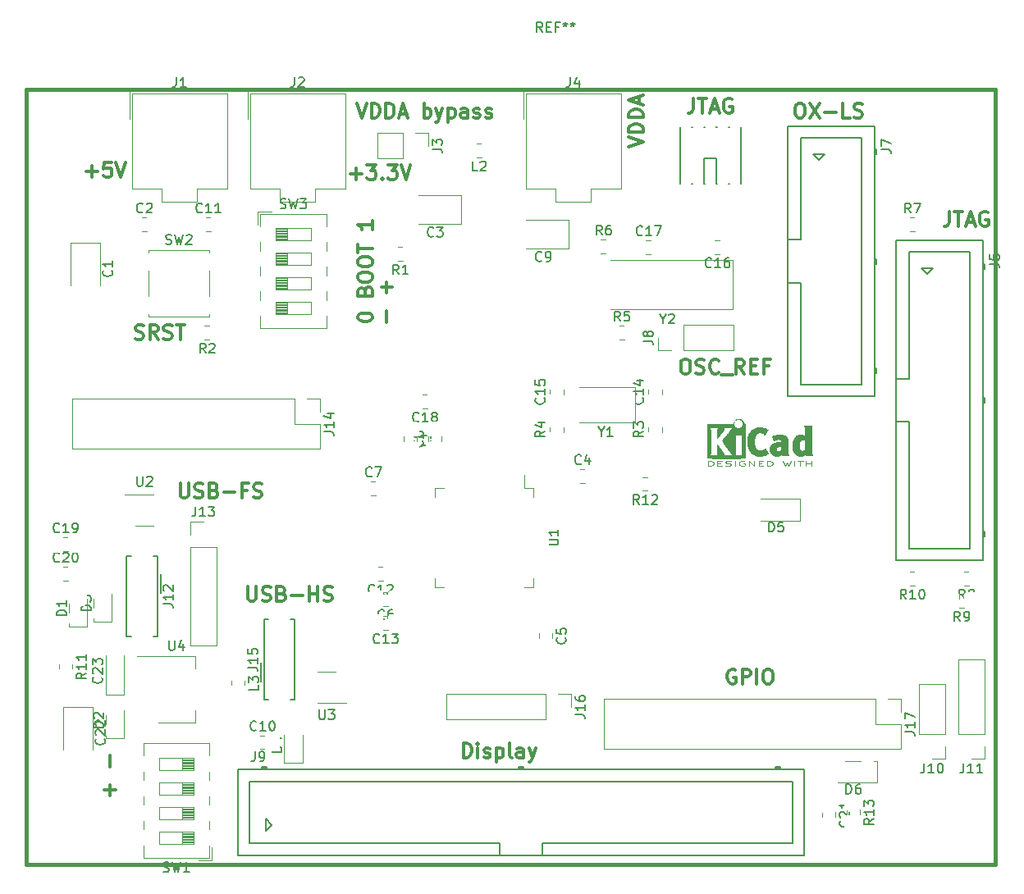
<source format=gto>
%TF.GenerationSoftware,KiCad,Pcbnew,(5.1.2)-1*%
%TF.CreationDate,2019-08-11T00:06:10+02:00*%
%TF.ProjectId,DutAdapter,44757441-6461-4707-9465-722e6b696361,4*%
%TF.SameCoordinates,Original*%
%TF.FileFunction,Legend,Top*%
%TF.FilePolarity,Positive*%
%FSLAX46Y46*%
G04 Gerber Fmt 4.6, Leading zero omitted, Abs format (unit mm)*
G04 Created by KiCad (PCBNEW (5.1.2)-1) date 2019-08-11 00:06:10*
%MOMM*%
%LPD*%
G04 APERTURE LIST*
%ADD10C,0.300000*%
%ADD11C,0.120000*%
%ADD12C,0.010000*%
%ADD13C,0.150000*%
%TA.AperFunction,NonConductor*%
%ADD14C,0.381000*%
%TD*%
%ADD15C,0.125000*%
%ADD16C,0.100000*%
%ADD17C,1.550000*%
%ADD18C,0.880000*%
%ADD19R,1.140000X3.200000*%
%ADD20O,3.100000X3.700000*%
%ADD21C,3.100000*%
%ADD22O,2.100000X2.100000*%
%ADD23R,2.100000X2.100000*%
%ADD24C,2.100000*%
%ADD25C,2.250000*%
%ADD26C,1.240000*%
%ADD27R,1.240000X1.240000*%
%ADD28R,1.950000X1.700000*%
%ADD29C,0.700000*%
%ADD30R,1.960000X1.050000*%
%ADD31R,2.400000X2.800000*%
%ADD32C,1.900000*%
%ADD33C,1.750000*%
%ADD34R,2.840000X1.520000*%
%ADD35R,2.400000X1.900000*%
%ADD36R,2.400000X4.200000*%
%ADD37C,1.825000*%
%ADD38R,4.900000X2.400000*%
%ADD39C,3.900120*%
G04 APERTURE END LIST*
D10*
X85832142Y-149391428D02*
X85832142Y-148248571D01*
X86403571Y-148820000D02*
X85260714Y-148820000D01*
X85832142Y-146391428D02*
X85832142Y-145248571D01*
X150392000Y-136410000D02*
X150249142Y-136338571D01*
X150034857Y-136338571D01*
X149820571Y-136410000D01*
X149677714Y-136552857D01*
X149606285Y-136695714D01*
X149534857Y-136981428D01*
X149534857Y-137195714D01*
X149606285Y-137481428D01*
X149677714Y-137624285D01*
X149820571Y-137767142D01*
X150034857Y-137838571D01*
X150177714Y-137838571D01*
X150392000Y-137767142D01*
X150463428Y-137695714D01*
X150463428Y-137195714D01*
X150177714Y-137195714D01*
X151106285Y-137838571D02*
X151106285Y-136338571D01*
X151677714Y-136338571D01*
X151820571Y-136410000D01*
X151892000Y-136481428D01*
X151963428Y-136624285D01*
X151963428Y-136838571D01*
X151892000Y-136981428D01*
X151820571Y-137052857D01*
X151677714Y-137124285D01*
X151106285Y-137124285D01*
X152606285Y-137838571D02*
X152606285Y-136338571D01*
X153606285Y-136338571D02*
X153892000Y-136338571D01*
X154034857Y-136410000D01*
X154177714Y-136552857D01*
X154249142Y-136838571D01*
X154249142Y-137338571D01*
X154177714Y-137624285D01*
X154034857Y-137767142D01*
X153892000Y-137838571D01*
X153606285Y-137838571D01*
X153463428Y-137767142D01*
X153320571Y-137624285D01*
X153249142Y-137338571D01*
X153249142Y-136838571D01*
X153320571Y-136552857D01*
X153463428Y-136410000D01*
X153606285Y-136338571D01*
X122305428Y-145458571D02*
X122305428Y-143958571D01*
X122662571Y-143958571D01*
X122876857Y-144030000D01*
X123019714Y-144172857D01*
X123091142Y-144315714D01*
X123162571Y-144601428D01*
X123162571Y-144815714D01*
X123091142Y-145101428D01*
X123019714Y-145244285D01*
X122876857Y-145387142D01*
X122662571Y-145458571D01*
X122305428Y-145458571D01*
X123805428Y-145458571D02*
X123805428Y-144458571D01*
X123805428Y-143958571D02*
X123734000Y-144030000D01*
X123805428Y-144101428D01*
X123876857Y-144030000D01*
X123805428Y-143958571D01*
X123805428Y-144101428D01*
X124448285Y-145387142D02*
X124591142Y-145458571D01*
X124876857Y-145458571D01*
X125019714Y-145387142D01*
X125091142Y-145244285D01*
X125091142Y-145172857D01*
X125019714Y-145030000D01*
X124876857Y-144958571D01*
X124662571Y-144958571D01*
X124519714Y-144887142D01*
X124448285Y-144744285D01*
X124448285Y-144672857D01*
X124519714Y-144530000D01*
X124662571Y-144458571D01*
X124876857Y-144458571D01*
X125019714Y-144530000D01*
X125734000Y-144458571D02*
X125734000Y-145958571D01*
X125734000Y-144530000D02*
X125876857Y-144458571D01*
X126162571Y-144458571D01*
X126305428Y-144530000D01*
X126376857Y-144601428D01*
X126448285Y-144744285D01*
X126448285Y-145172857D01*
X126376857Y-145315714D01*
X126305428Y-145387142D01*
X126162571Y-145458571D01*
X125876857Y-145458571D01*
X125734000Y-145387142D01*
X127305428Y-145458571D02*
X127162571Y-145387142D01*
X127091142Y-145244285D01*
X127091142Y-143958571D01*
X128519714Y-145458571D02*
X128519714Y-144672857D01*
X128448285Y-144530000D01*
X128305428Y-144458571D01*
X128019714Y-144458571D01*
X127876857Y-144530000D01*
X128519714Y-145387142D02*
X128376857Y-145458571D01*
X128019714Y-145458571D01*
X127876857Y-145387142D01*
X127805428Y-145244285D01*
X127805428Y-145101428D01*
X127876857Y-144958571D01*
X128019714Y-144887142D01*
X128376857Y-144887142D01*
X128519714Y-144815714D01*
X129091142Y-144458571D02*
X129448285Y-145458571D01*
X129805428Y-144458571D02*
X129448285Y-145458571D01*
X129305428Y-145815714D01*
X129234000Y-145887142D01*
X129091142Y-145958571D01*
X93103428Y-117161571D02*
X93103428Y-118375857D01*
X93174857Y-118518714D01*
X93246285Y-118590142D01*
X93389142Y-118661571D01*
X93674857Y-118661571D01*
X93817714Y-118590142D01*
X93889142Y-118518714D01*
X93960571Y-118375857D01*
X93960571Y-117161571D01*
X94603428Y-118590142D02*
X94817714Y-118661571D01*
X95174857Y-118661571D01*
X95317714Y-118590142D01*
X95389142Y-118518714D01*
X95460571Y-118375857D01*
X95460571Y-118233000D01*
X95389142Y-118090142D01*
X95317714Y-118018714D01*
X95174857Y-117947285D01*
X94889142Y-117875857D01*
X94746285Y-117804428D01*
X94674857Y-117733000D01*
X94603428Y-117590142D01*
X94603428Y-117447285D01*
X94674857Y-117304428D01*
X94746285Y-117233000D01*
X94889142Y-117161571D01*
X95246285Y-117161571D01*
X95460571Y-117233000D01*
X96603428Y-117875857D02*
X96817714Y-117947285D01*
X96889142Y-118018714D01*
X96960571Y-118161571D01*
X96960571Y-118375857D01*
X96889142Y-118518714D01*
X96817714Y-118590142D01*
X96674857Y-118661571D01*
X96103428Y-118661571D01*
X96103428Y-117161571D01*
X96603428Y-117161571D01*
X96746285Y-117233000D01*
X96817714Y-117304428D01*
X96889142Y-117447285D01*
X96889142Y-117590142D01*
X96817714Y-117733000D01*
X96746285Y-117804428D01*
X96603428Y-117875857D01*
X96103428Y-117875857D01*
X97603428Y-118090142D02*
X98746285Y-118090142D01*
X99960571Y-117875857D02*
X99460571Y-117875857D01*
X99460571Y-118661571D02*
X99460571Y-117161571D01*
X100174857Y-117161571D01*
X100674857Y-118590142D02*
X100889142Y-118661571D01*
X101246285Y-118661571D01*
X101389142Y-118590142D01*
X101460571Y-118518714D01*
X101532000Y-118375857D01*
X101532000Y-118233000D01*
X101460571Y-118090142D01*
X101389142Y-118018714D01*
X101246285Y-117947285D01*
X100960571Y-117875857D01*
X100817714Y-117804428D01*
X100746285Y-117733000D01*
X100674857Y-117590142D01*
X100674857Y-117447285D01*
X100746285Y-117304428D01*
X100817714Y-117233000D01*
X100960571Y-117161571D01*
X101317714Y-117161571D01*
X101532000Y-117233000D01*
X100072571Y-127829571D02*
X100072571Y-129043857D01*
X100144000Y-129186714D01*
X100215428Y-129258142D01*
X100358285Y-129329571D01*
X100644000Y-129329571D01*
X100786857Y-129258142D01*
X100858285Y-129186714D01*
X100929714Y-129043857D01*
X100929714Y-127829571D01*
X101572571Y-129258142D02*
X101786857Y-129329571D01*
X102144000Y-129329571D01*
X102286857Y-129258142D01*
X102358285Y-129186714D01*
X102429714Y-129043857D01*
X102429714Y-128901000D01*
X102358285Y-128758142D01*
X102286857Y-128686714D01*
X102144000Y-128615285D01*
X101858285Y-128543857D01*
X101715428Y-128472428D01*
X101644000Y-128401000D01*
X101572571Y-128258142D01*
X101572571Y-128115285D01*
X101644000Y-127972428D01*
X101715428Y-127901000D01*
X101858285Y-127829571D01*
X102215428Y-127829571D01*
X102429714Y-127901000D01*
X103572571Y-128543857D02*
X103786857Y-128615285D01*
X103858285Y-128686714D01*
X103929714Y-128829571D01*
X103929714Y-129043857D01*
X103858285Y-129186714D01*
X103786857Y-129258142D01*
X103644000Y-129329571D01*
X103072571Y-129329571D01*
X103072571Y-127829571D01*
X103572571Y-127829571D01*
X103715428Y-127901000D01*
X103786857Y-127972428D01*
X103858285Y-128115285D01*
X103858285Y-128258142D01*
X103786857Y-128401000D01*
X103715428Y-128472428D01*
X103572571Y-128543857D01*
X103072571Y-128543857D01*
X104572571Y-128758142D02*
X105715428Y-128758142D01*
X106429714Y-129329571D02*
X106429714Y-127829571D01*
X106429714Y-128543857D02*
X107286857Y-128543857D01*
X107286857Y-129329571D02*
X107286857Y-127829571D01*
X107929714Y-129258142D02*
X108144000Y-129329571D01*
X108501142Y-129329571D01*
X108644000Y-129258142D01*
X108715428Y-129186714D01*
X108786857Y-129043857D01*
X108786857Y-128901000D01*
X108715428Y-128758142D01*
X108644000Y-128686714D01*
X108501142Y-128615285D01*
X108215428Y-128543857D01*
X108072571Y-128472428D01*
X108001142Y-128401000D01*
X107929714Y-128258142D01*
X107929714Y-128115285D01*
X108001142Y-127972428D01*
X108072571Y-127901000D01*
X108215428Y-127829571D01*
X108572571Y-127829571D01*
X108786857Y-127901000D01*
X111446571Y-100071428D02*
X111446571Y-99928571D01*
X111518000Y-99785714D01*
X111589428Y-99714285D01*
X111732285Y-99642857D01*
X112018000Y-99571428D01*
X112375142Y-99571428D01*
X112660857Y-99642857D01*
X112803714Y-99714285D01*
X112875142Y-99785714D01*
X112946571Y-99928571D01*
X112946571Y-100071428D01*
X112875142Y-100214285D01*
X112803714Y-100285714D01*
X112660857Y-100357142D01*
X112375142Y-100428571D01*
X112018000Y-100428571D01*
X111732285Y-100357142D01*
X111589428Y-100285714D01*
X111518000Y-100214285D01*
X111446571Y-100071428D01*
X112160857Y-97285714D02*
X112232285Y-97071428D01*
X112303714Y-97000000D01*
X112446571Y-96928571D01*
X112660857Y-96928571D01*
X112803714Y-97000000D01*
X112875142Y-97071428D01*
X112946571Y-97214285D01*
X112946571Y-97785714D01*
X111446571Y-97785714D01*
X111446571Y-97285714D01*
X111518000Y-97142857D01*
X111589428Y-97071428D01*
X111732285Y-97000000D01*
X111875142Y-97000000D01*
X112018000Y-97071428D01*
X112089428Y-97142857D01*
X112160857Y-97285714D01*
X112160857Y-97785714D01*
X111446571Y-96000000D02*
X111446571Y-95714285D01*
X111518000Y-95571428D01*
X111660857Y-95428571D01*
X111946571Y-95357142D01*
X112446571Y-95357142D01*
X112732285Y-95428571D01*
X112875142Y-95571428D01*
X112946571Y-95714285D01*
X112946571Y-96000000D01*
X112875142Y-96142857D01*
X112732285Y-96285714D01*
X112446571Y-96357142D01*
X111946571Y-96357142D01*
X111660857Y-96285714D01*
X111518000Y-96142857D01*
X111446571Y-96000000D01*
X111446571Y-94428571D02*
X111446571Y-94142857D01*
X111518000Y-94000000D01*
X111660857Y-93857142D01*
X111946571Y-93785714D01*
X112446571Y-93785714D01*
X112732285Y-93857142D01*
X112875142Y-94000000D01*
X112946571Y-94142857D01*
X112946571Y-94428571D01*
X112875142Y-94571428D01*
X112732285Y-94714285D01*
X112446571Y-94785714D01*
X111946571Y-94785714D01*
X111660857Y-94714285D01*
X111518000Y-94571428D01*
X111446571Y-94428571D01*
X111446571Y-93357142D02*
X111446571Y-92500000D01*
X112946571Y-92928571D02*
X111446571Y-92928571D01*
X112946571Y-90071428D02*
X112946571Y-90928571D01*
X112946571Y-90500000D02*
X111446571Y-90500000D01*
X111660857Y-90642857D01*
X111803714Y-90785714D01*
X111875142Y-90928571D01*
X114407142Y-100496428D02*
X114407142Y-99353571D01*
X114407142Y-97496428D02*
X114407142Y-96353571D01*
X114978571Y-96925000D02*
X113835714Y-96925000D01*
X88467714Y-102207142D02*
X88682000Y-102278571D01*
X89039142Y-102278571D01*
X89182000Y-102207142D01*
X89253428Y-102135714D01*
X89324857Y-101992857D01*
X89324857Y-101850000D01*
X89253428Y-101707142D01*
X89182000Y-101635714D01*
X89039142Y-101564285D01*
X88753428Y-101492857D01*
X88610571Y-101421428D01*
X88539142Y-101350000D01*
X88467714Y-101207142D01*
X88467714Y-101064285D01*
X88539142Y-100921428D01*
X88610571Y-100850000D01*
X88753428Y-100778571D01*
X89110571Y-100778571D01*
X89324857Y-100850000D01*
X90824857Y-102278571D02*
X90324857Y-101564285D01*
X89967714Y-102278571D02*
X89967714Y-100778571D01*
X90539142Y-100778571D01*
X90682000Y-100850000D01*
X90753428Y-100921428D01*
X90824857Y-101064285D01*
X90824857Y-101278571D01*
X90753428Y-101421428D01*
X90682000Y-101492857D01*
X90539142Y-101564285D01*
X89967714Y-101564285D01*
X91396285Y-102207142D02*
X91610571Y-102278571D01*
X91967714Y-102278571D01*
X92110571Y-102207142D01*
X92182000Y-102135714D01*
X92253428Y-101992857D01*
X92253428Y-101850000D01*
X92182000Y-101707142D01*
X92110571Y-101635714D01*
X91967714Y-101564285D01*
X91682000Y-101492857D01*
X91539142Y-101421428D01*
X91467714Y-101350000D01*
X91396285Y-101207142D01*
X91396285Y-101064285D01*
X91467714Y-100921428D01*
X91539142Y-100850000D01*
X91682000Y-100778571D01*
X92039142Y-100778571D01*
X92253428Y-100850000D01*
X92682000Y-100778571D02*
X93539142Y-100778571D01*
X93110571Y-102278571D02*
X93110571Y-100778571D01*
X146078000Y-77410571D02*
X146078000Y-78482000D01*
X146006571Y-78696285D01*
X145863714Y-78839142D01*
X145649428Y-78910571D01*
X145506571Y-78910571D01*
X146578000Y-77410571D02*
X147435142Y-77410571D01*
X147006571Y-78910571D02*
X147006571Y-77410571D01*
X147863714Y-78482000D02*
X148578000Y-78482000D01*
X147720857Y-78910571D02*
X148220857Y-77410571D01*
X148720857Y-78910571D01*
X150006571Y-77482000D02*
X149863714Y-77410571D01*
X149649428Y-77410571D01*
X149435142Y-77482000D01*
X149292285Y-77624857D01*
X149220857Y-77767714D01*
X149149428Y-78053428D01*
X149149428Y-78267714D01*
X149220857Y-78553428D01*
X149292285Y-78696285D01*
X149435142Y-78839142D01*
X149649428Y-78910571D01*
X149792285Y-78910571D01*
X150006571Y-78839142D01*
X150078000Y-78767714D01*
X150078000Y-78267714D01*
X149792285Y-78267714D01*
X145102000Y-104334571D02*
X145387714Y-104334571D01*
X145530571Y-104406000D01*
X145673428Y-104548857D01*
X145744857Y-104834571D01*
X145744857Y-105334571D01*
X145673428Y-105620285D01*
X145530571Y-105763142D01*
X145387714Y-105834571D01*
X145102000Y-105834571D01*
X144959142Y-105763142D01*
X144816285Y-105620285D01*
X144744857Y-105334571D01*
X144744857Y-104834571D01*
X144816285Y-104548857D01*
X144959142Y-104406000D01*
X145102000Y-104334571D01*
X146316285Y-105763142D02*
X146530571Y-105834571D01*
X146887714Y-105834571D01*
X147030571Y-105763142D01*
X147102000Y-105691714D01*
X147173428Y-105548857D01*
X147173428Y-105406000D01*
X147102000Y-105263142D01*
X147030571Y-105191714D01*
X146887714Y-105120285D01*
X146602000Y-105048857D01*
X146459142Y-104977428D01*
X146387714Y-104906000D01*
X146316285Y-104763142D01*
X146316285Y-104620285D01*
X146387714Y-104477428D01*
X146459142Y-104406000D01*
X146602000Y-104334571D01*
X146959142Y-104334571D01*
X147173428Y-104406000D01*
X148673428Y-105691714D02*
X148602000Y-105763142D01*
X148387714Y-105834571D01*
X148244857Y-105834571D01*
X148030571Y-105763142D01*
X147887714Y-105620285D01*
X147816285Y-105477428D01*
X147744857Y-105191714D01*
X147744857Y-104977428D01*
X147816285Y-104691714D01*
X147887714Y-104548857D01*
X148030571Y-104406000D01*
X148244857Y-104334571D01*
X148387714Y-104334571D01*
X148602000Y-104406000D01*
X148673428Y-104477428D01*
X148959142Y-105977428D02*
X150102000Y-105977428D01*
X151316285Y-105834571D02*
X150816285Y-105120285D01*
X150459142Y-105834571D02*
X150459142Y-104334571D01*
X151030571Y-104334571D01*
X151173428Y-104406000D01*
X151244857Y-104477428D01*
X151316285Y-104620285D01*
X151316285Y-104834571D01*
X151244857Y-104977428D01*
X151173428Y-105048857D01*
X151030571Y-105120285D01*
X150459142Y-105120285D01*
X151959142Y-105048857D02*
X152459142Y-105048857D01*
X152673428Y-105834571D02*
X151959142Y-105834571D01*
X151959142Y-104334571D01*
X152673428Y-104334571D01*
X153816285Y-105048857D02*
X153316285Y-105048857D01*
X153316285Y-105834571D02*
X153316285Y-104334571D01*
X154030571Y-104334571D01*
X172494000Y-89094571D02*
X172494000Y-90166000D01*
X172422571Y-90380285D01*
X172279714Y-90523142D01*
X172065428Y-90594571D01*
X171922571Y-90594571D01*
X172994000Y-89094571D02*
X173851142Y-89094571D01*
X173422571Y-90594571D02*
X173422571Y-89094571D01*
X174279714Y-90166000D02*
X174994000Y-90166000D01*
X174136857Y-90594571D02*
X174636857Y-89094571D01*
X175136857Y-90594571D01*
X176422571Y-89166000D02*
X176279714Y-89094571D01*
X176065428Y-89094571D01*
X175851142Y-89166000D01*
X175708285Y-89308857D01*
X175636857Y-89451714D01*
X175565428Y-89737428D01*
X175565428Y-89951714D01*
X175636857Y-90237428D01*
X175708285Y-90380285D01*
X175851142Y-90523142D01*
X176065428Y-90594571D01*
X176208285Y-90594571D01*
X176422571Y-90523142D01*
X176494000Y-90451714D01*
X176494000Y-89951714D01*
X176208285Y-89951714D01*
X111328285Y-77918571D02*
X111828285Y-79418571D01*
X112328285Y-77918571D01*
X112828285Y-79418571D02*
X112828285Y-77918571D01*
X113185428Y-77918571D01*
X113399714Y-77990000D01*
X113542571Y-78132857D01*
X113614000Y-78275714D01*
X113685428Y-78561428D01*
X113685428Y-78775714D01*
X113614000Y-79061428D01*
X113542571Y-79204285D01*
X113399714Y-79347142D01*
X113185428Y-79418571D01*
X112828285Y-79418571D01*
X114328285Y-79418571D02*
X114328285Y-77918571D01*
X114685428Y-77918571D01*
X114899714Y-77990000D01*
X115042571Y-78132857D01*
X115114000Y-78275714D01*
X115185428Y-78561428D01*
X115185428Y-78775714D01*
X115114000Y-79061428D01*
X115042571Y-79204285D01*
X114899714Y-79347142D01*
X114685428Y-79418571D01*
X114328285Y-79418571D01*
X115756857Y-78990000D02*
X116471142Y-78990000D01*
X115614000Y-79418571D02*
X116114000Y-77918571D01*
X116614000Y-79418571D01*
X118256857Y-79418571D02*
X118256857Y-77918571D01*
X118256857Y-78490000D02*
X118399714Y-78418571D01*
X118685428Y-78418571D01*
X118828285Y-78490000D01*
X118899714Y-78561428D01*
X118971142Y-78704285D01*
X118971142Y-79132857D01*
X118899714Y-79275714D01*
X118828285Y-79347142D01*
X118685428Y-79418571D01*
X118399714Y-79418571D01*
X118256857Y-79347142D01*
X119471142Y-78418571D02*
X119828285Y-79418571D01*
X120185428Y-78418571D02*
X119828285Y-79418571D01*
X119685428Y-79775714D01*
X119614000Y-79847142D01*
X119471142Y-79918571D01*
X120756857Y-78418571D02*
X120756857Y-79918571D01*
X120756857Y-78490000D02*
X120899714Y-78418571D01*
X121185428Y-78418571D01*
X121328285Y-78490000D01*
X121399714Y-78561428D01*
X121471142Y-78704285D01*
X121471142Y-79132857D01*
X121399714Y-79275714D01*
X121328285Y-79347142D01*
X121185428Y-79418571D01*
X120899714Y-79418571D01*
X120756857Y-79347142D01*
X122756857Y-79418571D02*
X122756857Y-78632857D01*
X122685428Y-78490000D01*
X122542571Y-78418571D01*
X122256857Y-78418571D01*
X122114000Y-78490000D01*
X122756857Y-79347142D02*
X122614000Y-79418571D01*
X122256857Y-79418571D01*
X122114000Y-79347142D01*
X122042571Y-79204285D01*
X122042571Y-79061428D01*
X122114000Y-78918571D01*
X122256857Y-78847142D01*
X122614000Y-78847142D01*
X122756857Y-78775714D01*
X123399714Y-79347142D02*
X123542571Y-79418571D01*
X123828285Y-79418571D01*
X123971142Y-79347142D01*
X124042571Y-79204285D01*
X124042571Y-79132857D01*
X123971142Y-78990000D01*
X123828285Y-78918571D01*
X123614000Y-78918571D01*
X123471142Y-78847142D01*
X123399714Y-78704285D01*
X123399714Y-78632857D01*
X123471142Y-78490000D01*
X123614000Y-78418571D01*
X123828285Y-78418571D01*
X123971142Y-78490000D01*
X124614000Y-79347142D02*
X124756857Y-79418571D01*
X125042571Y-79418571D01*
X125185428Y-79347142D01*
X125256857Y-79204285D01*
X125256857Y-79132857D01*
X125185428Y-78990000D01*
X125042571Y-78918571D01*
X124828285Y-78918571D01*
X124685428Y-78847142D01*
X124614000Y-78704285D01*
X124614000Y-78632857D01*
X124685428Y-78490000D01*
X124828285Y-78418571D01*
X125042571Y-78418571D01*
X125185428Y-78490000D01*
X83415428Y-84943142D02*
X84558285Y-84943142D01*
X83986857Y-85514571D02*
X83986857Y-84371714D01*
X85986857Y-84014571D02*
X85272571Y-84014571D01*
X85201142Y-84728857D01*
X85272571Y-84657428D01*
X85415428Y-84586000D01*
X85772571Y-84586000D01*
X85915428Y-84657428D01*
X85986857Y-84728857D01*
X86058285Y-84871714D01*
X86058285Y-85228857D01*
X85986857Y-85371714D01*
X85915428Y-85443142D01*
X85772571Y-85514571D01*
X85415428Y-85514571D01*
X85272571Y-85443142D01*
X85201142Y-85371714D01*
X86486857Y-84014571D02*
X86986857Y-85514571D01*
X87486857Y-84014571D01*
X110665000Y-85197142D02*
X111807857Y-85197142D01*
X111236428Y-85768571D02*
X111236428Y-84625714D01*
X112379285Y-84268571D02*
X113307857Y-84268571D01*
X112807857Y-84840000D01*
X113022142Y-84840000D01*
X113165000Y-84911428D01*
X113236428Y-84982857D01*
X113307857Y-85125714D01*
X113307857Y-85482857D01*
X113236428Y-85625714D01*
X113165000Y-85697142D01*
X113022142Y-85768571D01*
X112593571Y-85768571D01*
X112450714Y-85697142D01*
X112379285Y-85625714D01*
X113950714Y-85625714D02*
X114022142Y-85697142D01*
X113950714Y-85768571D01*
X113879285Y-85697142D01*
X113950714Y-85625714D01*
X113950714Y-85768571D01*
X114522142Y-84268571D02*
X115450714Y-84268571D01*
X114950714Y-84840000D01*
X115165000Y-84840000D01*
X115307857Y-84911428D01*
X115379285Y-84982857D01*
X115450714Y-85125714D01*
X115450714Y-85482857D01*
X115379285Y-85625714D01*
X115307857Y-85697142D01*
X115165000Y-85768571D01*
X114736428Y-85768571D01*
X114593571Y-85697142D01*
X114522142Y-85625714D01*
X115879285Y-84268571D02*
X116379285Y-85768571D01*
X116879285Y-84268571D01*
X139386571Y-82398857D02*
X140886571Y-81898857D01*
X139386571Y-81398857D01*
X140886571Y-80898857D02*
X139386571Y-80898857D01*
X139386571Y-80541714D01*
X139458000Y-80327428D01*
X139600857Y-80184571D01*
X139743714Y-80113142D01*
X140029428Y-80041714D01*
X140243714Y-80041714D01*
X140529428Y-80113142D01*
X140672285Y-80184571D01*
X140815142Y-80327428D01*
X140886571Y-80541714D01*
X140886571Y-80898857D01*
X140886571Y-79398857D02*
X139386571Y-79398857D01*
X139386571Y-79041714D01*
X139458000Y-78827428D01*
X139600857Y-78684571D01*
X139743714Y-78613142D01*
X140029428Y-78541714D01*
X140243714Y-78541714D01*
X140529428Y-78613142D01*
X140672285Y-78684571D01*
X140815142Y-78827428D01*
X140886571Y-79041714D01*
X140886571Y-79398857D01*
X140458000Y-77970285D02*
X140458000Y-77256000D01*
X140886571Y-78113142D02*
X139386571Y-77613142D01*
X140886571Y-77113142D01*
X156912857Y-77918571D02*
X157198571Y-77918571D01*
X157341428Y-77990000D01*
X157484285Y-78132857D01*
X157555714Y-78418571D01*
X157555714Y-78918571D01*
X157484285Y-79204285D01*
X157341428Y-79347142D01*
X157198571Y-79418571D01*
X156912857Y-79418571D01*
X156770000Y-79347142D01*
X156627142Y-79204285D01*
X156555714Y-78918571D01*
X156555714Y-78418571D01*
X156627142Y-78132857D01*
X156770000Y-77990000D01*
X156912857Y-77918571D01*
X158055714Y-77918571D02*
X159055714Y-79418571D01*
X159055714Y-77918571D02*
X158055714Y-79418571D01*
X159627142Y-78847142D02*
X160770000Y-78847142D01*
X162198571Y-79418571D02*
X161484285Y-79418571D01*
X161484285Y-77918571D01*
X162627142Y-79347142D02*
X162841428Y-79418571D01*
X163198571Y-79418571D01*
X163341428Y-79347142D01*
X163412857Y-79275714D01*
X163484285Y-79132857D01*
X163484285Y-78990000D01*
X163412857Y-78847142D01*
X163341428Y-78775714D01*
X163198571Y-78704285D01*
X162912857Y-78632857D01*
X162770000Y-78561428D01*
X162698571Y-78490000D01*
X162627142Y-78347142D01*
X162627142Y-78204285D01*
X162698571Y-78061428D01*
X162770000Y-77990000D01*
X162912857Y-77918571D01*
X163270000Y-77918571D01*
X163484285Y-77990000D01*
D11*
%TO.C,R13*%
X161850000Y-150868748D02*
X161850000Y-151391252D01*
X163270000Y-150868748D02*
X163270000Y-151391252D01*
%TO.C,R12*%
X141358252Y-116511000D02*
X140835748Y-116511000D01*
X141358252Y-117931000D02*
X140835748Y-117931000D01*
%TO.C,R11*%
X80570000Y-135831248D02*
X80570000Y-136353752D01*
X81990000Y-135831248D02*
X81990000Y-136353752D01*
D12*
%TO.C,G\002A\002A\002A*%
G36*
X158263167Y-112625831D02*
G01*
X158263171Y-112771031D01*
X158263188Y-112906030D01*
X158263217Y-113031214D01*
X158263262Y-113146966D01*
X158263326Y-113253670D01*
X158263409Y-113351709D01*
X158263514Y-113441468D01*
X158263644Y-113523331D01*
X158263800Y-113597680D01*
X158263986Y-113664900D01*
X158264202Y-113725375D01*
X158264451Y-113779488D01*
X158264736Y-113827624D01*
X158265059Y-113870165D01*
X158265421Y-113907496D01*
X158265825Y-113940001D01*
X158266274Y-113968064D01*
X158266769Y-113992068D01*
X158267312Y-114012396D01*
X158267906Y-114029434D01*
X158268554Y-114043564D01*
X158269256Y-114055171D01*
X158270016Y-114064638D01*
X158270835Y-114072349D01*
X158271470Y-114077071D01*
X158284096Y-114140980D01*
X158301853Y-114196013D01*
X158324893Y-114242638D01*
X158326998Y-114246066D01*
X158337047Y-114262457D01*
X158344437Y-114275068D01*
X158347770Y-114281501D01*
X158347833Y-114281785D01*
X158342684Y-114282178D01*
X158327808Y-114282550D01*
X158304060Y-114282896D01*
X158272297Y-114283211D01*
X158233375Y-114283488D01*
X158188149Y-114283722D01*
X158137475Y-114283908D01*
X158082211Y-114284040D01*
X158023211Y-114284112D01*
X157985354Y-114284125D01*
X157622875Y-114284125D01*
X157622875Y-114124313D01*
X157594752Y-114149980D01*
X157536431Y-114196345D01*
X157470402Y-114236388D01*
X157397770Y-114269643D01*
X157319642Y-114295646D01*
X157237123Y-114313934D01*
X157187844Y-114320805D01*
X157161780Y-114322998D01*
X157130877Y-114324560D01*
X157097974Y-114325455D01*
X157065908Y-114325650D01*
X157037517Y-114325108D01*
X157015640Y-114323795D01*
X157009042Y-114323000D01*
X156966055Y-114316242D01*
X156931472Y-114310277D01*
X156903185Y-114304663D01*
X156879087Y-114298961D01*
X156857070Y-114292730D01*
X156843539Y-114288407D01*
X156765624Y-114257236D01*
X156690677Y-114216764D01*
X156620377Y-114168124D01*
X156556403Y-114112448D01*
X156511847Y-114064714D01*
X156452419Y-113986648D01*
X156401351Y-113902499D01*
X156358611Y-113812164D01*
X156324166Y-113715544D01*
X156297984Y-113612538D01*
X156280034Y-113503044D01*
X156270282Y-113386963D01*
X156268317Y-113302521D01*
X156269671Y-113247776D01*
X156969721Y-113247776D01*
X156970036Y-113297312D01*
X156971115Y-113345465D01*
X156972942Y-113390014D01*
X156975499Y-113428736D01*
X156978772Y-113459407D01*
X156979247Y-113462672D01*
X156991684Y-113530147D01*
X157007373Y-113588442D01*
X157026736Y-113638575D01*
X157050193Y-113681564D01*
X157078167Y-113718427D01*
X157090533Y-113731504D01*
X157118664Y-113757215D01*
X157145302Y-113775881D01*
X157174118Y-113789696D01*
X157204833Y-113799759D01*
X157230665Y-113804309D01*
X157263476Y-113806115D01*
X157300060Y-113805310D01*
X157337210Y-113802025D01*
X157371720Y-113796393D01*
X157389037Y-113792167D01*
X157425934Y-113779335D01*
X157466599Y-113761254D01*
X157507067Y-113739901D01*
X157543372Y-113717251D01*
X157552760Y-113710572D01*
X157585833Y-113686189D01*
X157585833Y-112728910D01*
X157552291Y-112704974D01*
X157495220Y-112669834D01*
X157436323Y-112644836D01*
X157374422Y-112629562D01*
X157326542Y-112624303D01*
X157273265Y-112624728D01*
X157226202Y-112632923D01*
X157183803Y-112649466D01*
X157144518Y-112674936D01*
X157112229Y-112704227D01*
X157080600Y-112742155D01*
X157053137Y-112786987D01*
X157029623Y-112839328D01*
X157009839Y-112899780D01*
X156993568Y-112968945D01*
X156980593Y-113047426D01*
X156976428Y-113080271D01*
X156973523Y-113113106D01*
X156971448Y-113153451D01*
X156970186Y-113199082D01*
X156969721Y-113247776D01*
X156269671Y-113247776D01*
X156271626Y-113168732D01*
X156281533Y-113042455D01*
X156297991Y-112923791D01*
X156320953Y-112812839D01*
X156350372Y-112709698D01*
X156386200Y-112614468D01*
X156428390Y-112527248D01*
X156476895Y-112448138D01*
X156531668Y-112377237D01*
X156592661Y-112314645D01*
X156659827Y-112260461D01*
X156733120Y-112214785D01*
X156800114Y-112182758D01*
X156870666Y-112158305D01*
X156946650Y-112141095D01*
X157026267Y-112131073D01*
X157107716Y-112128187D01*
X157189199Y-112132383D01*
X157268915Y-112143605D01*
X157345064Y-112161800D01*
X157415846Y-112186913D01*
X157449067Y-112202251D01*
X157488348Y-112223831D01*
X157526156Y-112247925D01*
X157558784Y-112272115D01*
X157567795Y-112279717D01*
X157586441Y-112296089D01*
X157584342Y-111852097D01*
X157583904Y-111767625D01*
X157583431Y-111693183D01*
X157582913Y-111628221D01*
X157582338Y-111572184D01*
X157581697Y-111524521D01*
X157580979Y-111484679D01*
X157580174Y-111452106D01*
X157579271Y-111426250D01*
X157578260Y-111406557D01*
X157577130Y-111392477D01*
X157575872Y-111383455D01*
X157575466Y-111381646D01*
X157563240Y-111344768D01*
X157546034Y-111307343D01*
X157526181Y-111274257D01*
X157520519Y-111266506D01*
X157510180Y-111252237D01*
X157503158Y-111240982D01*
X157501167Y-111236079D01*
X157506431Y-111234961D01*
X157522120Y-111233972D01*
X157548075Y-111233114D01*
X157584138Y-111232389D01*
X157630149Y-111231800D01*
X157685951Y-111231348D01*
X157751386Y-111231036D01*
X157826294Y-111230867D01*
X157882167Y-111230834D01*
X158263167Y-111230834D01*
X158263167Y-112625831D01*
X158263167Y-112625831D01*
G37*
X158263167Y-112625831D02*
X158263171Y-112771031D01*
X158263188Y-112906030D01*
X158263217Y-113031214D01*
X158263262Y-113146966D01*
X158263326Y-113253670D01*
X158263409Y-113351709D01*
X158263514Y-113441468D01*
X158263644Y-113523331D01*
X158263800Y-113597680D01*
X158263986Y-113664900D01*
X158264202Y-113725375D01*
X158264451Y-113779488D01*
X158264736Y-113827624D01*
X158265059Y-113870165D01*
X158265421Y-113907496D01*
X158265825Y-113940001D01*
X158266274Y-113968064D01*
X158266769Y-113992068D01*
X158267312Y-114012396D01*
X158267906Y-114029434D01*
X158268554Y-114043564D01*
X158269256Y-114055171D01*
X158270016Y-114064638D01*
X158270835Y-114072349D01*
X158271470Y-114077071D01*
X158284096Y-114140980D01*
X158301853Y-114196013D01*
X158324893Y-114242638D01*
X158326998Y-114246066D01*
X158337047Y-114262457D01*
X158344437Y-114275068D01*
X158347770Y-114281501D01*
X158347833Y-114281785D01*
X158342684Y-114282178D01*
X158327808Y-114282550D01*
X158304060Y-114282896D01*
X158272297Y-114283211D01*
X158233375Y-114283488D01*
X158188149Y-114283722D01*
X158137475Y-114283908D01*
X158082211Y-114284040D01*
X158023211Y-114284112D01*
X157985354Y-114284125D01*
X157622875Y-114284125D01*
X157622875Y-114124313D01*
X157594752Y-114149980D01*
X157536431Y-114196345D01*
X157470402Y-114236388D01*
X157397770Y-114269643D01*
X157319642Y-114295646D01*
X157237123Y-114313934D01*
X157187844Y-114320805D01*
X157161780Y-114322998D01*
X157130877Y-114324560D01*
X157097974Y-114325455D01*
X157065908Y-114325650D01*
X157037517Y-114325108D01*
X157015640Y-114323795D01*
X157009042Y-114323000D01*
X156966055Y-114316242D01*
X156931472Y-114310277D01*
X156903185Y-114304663D01*
X156879087Y-114298961D01*
X156857070Y-114292730D01*
X156843539Y-114288407D01*
X156765624Y-114257236D01*
X156690677Y-114216764D01*
X156620377Y-114168124D01*
X156556403Y-114112448D01*
X156511847Y-114064714D01*
X156452419Y-113986648D01*
X156401351Y-113902499D01*
X156358611Y-113812164D01*
X156324166Y-113715544D01*
X156297984Y-113612538D01*
X156280034Y-113503044D01*
X156270282Y-113386963D01*
X156268317Y-113302521D01*
X156269671Y-113247776D01*
X156969721Y-113247776D01*
X156970036Y-113297312D01*
X156971115Y-113345465D01*
X156972942Y-113390014D01*
X156975499Y-113428736D01*
X156978772Y-113459407D01*
X156979247Y-113462672D01*
X156991684Y-113530147D01*
X157007373Y-113588442D01*
X157026736Y-113638575D01*
X157050193Y-113681564D01*
X157078167Y-113718427D01*
X157090533Y-113731504D01*
X157118664Y-113757215D01*
X157145302Y-113775881D01*
X157174118Y-113789696D01*
X157204833Y-113799759D01*
X157230665Y-113804309D01*
X157263476Y-113806115D01*
X157300060Y-113805310D01*
X157337210Y-113802025D01*
X157371720Y-113796393D01*
X157389037Y-113792167D01*
X157425934Y-113779335D01*
X157466599Y-113761254D01*
X157507067Y-113739901D01*
X157543372Y-113717251D01*
X157552760Y-113710572D01*
X157585833Y-113686189D01*
X157585833Y-112728910D01*
X157552291Y-112704974D01*
X157495220Y-112669834D01*
X157436323Y-112644836D01*
X157374422Y-112629562D01*
X157326542Y-112624303D01*
X157273265Y-112624728D01*
X157226202Y-112632923D01*
X157183803Y-112649466D01*
X157144518Y-112674936D01*
X157112229Y-112704227D01*
X157080600Y-112742155D01*
X157053137Y-112786987D01*
X157029623Y-112839328D01*
X157009839Y-112899780D01*
X156993568Y-112968945D01*
X156980593Y-113047426D01*
X156976428Y-113080271D01*
X156973523Y-113113106D01*
X156971448Y-113153451D01*
X156970186Y-113199082D01*
X156969721Y-113247776D01*
X156269671Y-113247776D01*
X156271626Y-113168732D01*
X156281533Y-113042455D01*
X156297991Y-112923791D01*
X156320953Y-112812839D01*
X156350372Y-112709698D01*
X156386200Y-112614468D01*
X156428390Y-112527248D01*
X156476895Y-112448138D01*
X156531668Y-112377237D01*
X156592661Y-112314645D01*
X156659827Y-112260461D01*
X156733120Y-112214785D01*
X156800114Y-112182758D01*
X156870666Y-112158305D01*
X156946650Y-112141095D01*
X157026267Y-112131073D01*
X157107716Y-112128187D01*
X157189199Y-112132383D01*
X157268915Y-112143605D01*
X157345064Y-112161800D01*
X157415846Y-112186913D01*
X157449067Y-112202251D01*
X157488348Y-112223831D01*
X157526156Y-112247925D01*
X157558784Y-112272115D01*
X157567795Y-112279717D01*
X157586441Y-112296089D01*
X157584342Y-111852097D01*
X157583904Y-111767625D01*
X157583431Y-111693183D01*
X157582913Y-111628221D01*
X157582338Y-111572184D01*
X157581697Y-111524521D01*
X157580979Y-111484679D01*
X157580174Y-111452106D01*
X157579271Y-111426250D01*
X157578260Y-111406557D01*
X157577130Y-111392477D01*
X157575872Y-111383455D01*
X157575466Y-111381646D01*
X157563240Y-111344768D01*
X157546034Y-111307343D01*
X157526181Y-111274257D01*
X157520519Y-111266506D01*
X157510180Y-111252237D01*
X157503158Y-111240982D01*
X157501167Y-111236079D01*
X157506431Y-111234961D01*
X157522120Y-111233972D01*
X157548075Y-111233114D01*
X157584138Y-111232389D01*
X157630149Y-111231800D01*
X157685951Y-111231348D01*
X157751386Y-111231036D01*
X157826294Y-111230867D01*
X157882167Y-111230834D01*
X158263167Y-111230834D01*
X158263167Y-112625831D01*
G36*
X155025664Y-112129499D02*
G01*
X155102115Y-112133688D01*
X155172856Y-112141030D01*
X155190732Y-112143579D01*
X155284090Y-112161887D01*
X155369797Y-112187210D01*
X155447768Y-112219488D01*
X155517917Y-112258664D01*
X155580157Y-112304678D01*
X155634401Y-112357471D01*
X155680563Y-112416985D01*
X155718556Y-112483160D01*
X155731858Y-112512454D01*
X155744872Y-112546434D01*
X155758248Y-112586728D01*
X155770745Y-112629189D01*
X155781121Y-112669670D01*
X155786569Y-112695193D01*
X155789897Y-112712861D01*
X155792885Y-112729190D01*
X155795553Y-112744824D01*
X155797924Y-112760409D01*
X155800020Y-112776590D01*
X155801862Y-112794012D01*
X155803473Y-112813321D01*
X155804873Y-112835162D01*
X155806086Y-112860181D01*
X155807133Y-112889023D01*
X155808035Y-112922333D01*
X155808814Y-112960757D01*
X155809493Y-113004940D01*
X155810094Y-113055528D01*
X155810637Y-113113165D01*
X155811145Y-113178498D01*
X155811640Y-113252171D01*
X155812143Y-113334830D01*
X155812677Y-113427121D01*
X155812948Y-113474500D01*
X155813510Y-113570993D01*
X155814041Y-113657475D01*
X155814553Y-113734517D01*
X155815056Y-113802691D01*
X155815561Y-113862568D01*
X155816078Y-113914720D01*
X155816617Y-113959719D01*
X155817189Y-113998137D01*
X155817806Y-114030546D01*
X155818476Y-114057516D01*
X155819211Y-114079620D01*
X155820022Y-114097429D01*
X155820918Y-114111515D01*
X155821911Y-114122451D01*
X155823011Y-114130806D01*
X155824229Y-114137154D01*
X155825246Y-114141010D01*
X155837430Y-114174636D01*
X155853386Y-114208674D01*
X155871120Y-114239209D01*
X155884770Y-114257915D01*
X155894940Y-114270451D01*
X155901589Y-114279346D01*
X155903083Y-114281980D01*
X155897934Y-114282340D01*
X155883058Y-114282682D01*
X155859310Y-114282999D01*
X155827547Y-114283287D01*
X155788625Y-114283541D01*
X155743399Y-114283756D01*
X155692725Y-114283926D01*
X155637461Y-114284047D01*
X155578461Y-114284113D01*
X155540604Y-114284125D01*
X155178125Y-114284125D01*
X155178125Y-114124313D01*
X155148804Y-114151110D01*
X155092558Y-114196067D01*
X155028657Y-114235694D01*
X154959081Y-114269046D01*
X154885808Y-114295178D01*
X154810817Y-114313144D01*
X154809078Y-114313456D01*
X154788610Y-114316247D01*
X154761086Y-114318816D01*
X154728903Y-114321062D01*
X154694459Y-114322882D01*
X154660153Y-114324174D01*
X154628381Y-114324835D01*
X154601542Y-114324763D01*
X154582034Y-114323855D01*
X154577521Y-114323341D01*
X154512633Y-114312882D01*
X154456216Y-114301326D01*
X154406167Y-114288079D01*
X154360384Y-114272549D01*
X154316767Y-114254139D01*
X154294417Y-114243319D01*
X154239707Y-114213418D01*
X154192207Y-114182045D01*
X154148582Y-114146826D01*
X154117378Y-114117438D01*
X154063883Y-114056828D01*
X154018861Y-113990026D01*
X153982427Y-113917330D01*
X153954693Y-113839038D01*
X153935775Y-113755449D01*
X153925787Y-113666863D01*
X153924683Y-113630405D01*
X154565802Y-113630405D01*
X154572538Y-113677110D01*
X154586755Y-113717148D01*
X154606357Y-113748516D01*
X154634342Y-113778286D01*
X154668508Y-113804785D01*
X154706655Y-113826344D01*
X154746583Y-113841291D01*
X154752146Y-113842750D01*
X154776078Y-113846669D01*
X154807045Y-113848875D01*
X154841640Y-113849378D01*
X154876455Y-113848187D01*
X154908084Y-113845312D01*
X154926771Y-113842248D01*
X154975341Y-113827261D01*
X155022365Y-113803746D01*
X155065529Y-113773275D01*
X155102517Y-113737422D01*
X155125173Y-113707388D01*
X155141083Y-113682594D01*
X155141083Y-113359370D01*
X155101180Y-113353435D01*
X155068875Y-113350076D01*
X155029527Y-113348200D01*
X154986564Y-113347781D01*
X154943417Y-113348792D01*
X154903516Y-113351205D01*
X154870292Y-113354993D01*
X154868442Y-113355287D01*
X154807597Y-113368303D01*
X154751432Y-113386583D01*
X154701416Y-113409480D01*
X154659022Y-113436349D01*
X154633099Y-113458730D01*
X154602677Y-113496371D01*
X154581141Y-113538533D01*
X154568759Y-113583712D01*
X154565802Y-113630405D01*
X153924683Y-113630405D01*
X153924128Y-113612084D01*
X153928739Y-113526623D01*
X153942726Y-113446049D01*
X153966032Y-113370446D01*
X153998603Y-113299898D01*
X154040382Y-113234490D01*
X154091315Y-113174305D01*
X154151345Y-113119427D01*
X154220416Y-113069941D01*
X154298474Y-113025931D01*
X154317101Y-113016872D01*
X154382739Y-112988798D01*
X154451967Y-112965199D01*
X154525699Y-112945930D01*
X154604854Y-112930844D01*
X154690345Y-112919797D01*
X154783091Y-112912642D01*
X154884006Y-112909236D01*
X154994008Y-112909431D01*
X154994080Y-112909433D01*
X155146375Y-112912019D01*
X155146375Y-112880828D01*
X155143033Y-112837766D01*
X155133756Y-112791760D01*
X155119670Y-112747752D01*
X155112008Y-112729804D01*
X155087390Y-112687371D01*
X155056853Y-112652961D01*
X155019981Y-112626345D01*
X154976355Y-112607294D01*
X154925556Y-112595581D01*
X154867167Y-112590975D01*
X154857840Y-112590884D01*
X154770324Y-112595577D01*
X154679883Y-112609760D01*
X154587638Y-112633143D01*
X154494711Y-112665438D01*
X154402224Y-112706356D01*
X154393899Y-112710482D01*
X154374096Y-112719905D01*
X154358062Y-112726627D01*
X154347934Y-112729804D01*
X154345556Y-112729619D01*
X154341387Y-112721068D01*
X154334004Y-112704320D01*
X154323884Y-112680553D01*
X154311501Y-112650944D01*
X154297331Y-112616672D01*
X154281849Y-112578914D01*
X154265530Y-112538847D01*
X154248849Y-112497650D01*
X154232281Y-112456500D01*
X154216302Y-112416576D01*
X154201387Y-112379054D01*
X154188010Y-112345112D01*
X154176647Y-112315928D01*
X154167774Y-112292681D01*
X154161865Y-112276547D01*
X154159395Y-112268704D01*
X154159377Y-112268165D01*
X154166361Y-112264725D01*
X154179642Y-112262834D01*
X154184320Y-112262709D01*
X154199662Y-112261649D01*
X154222095Y-112258405D01*
X154252087Y-112252875D01*
X154290103Y-112244961D01*
X154336609Y-112234563D01*
X154392072Y-112221580D01*
X154456958Y-112205914D01*
X154504455Y-112194233D01*
X154547953Y-112183621D01*
X154590732Y-112173463D01*
X154631029Y-112164157D01*
X154667085Y-112156099D01*
X154697141Y-112149688D01*
X154719435Y-112145320D01*
X154726033Y-112144195D01*
X154793687Y-112135812D01*
X154868286Y-112130565D01*
X154946666Y-112128460D01*
X155025664Y-112129499D01*
X155025664Y-112129499D01*
G37*
X155025664Y-112129499D02*
X155102115Y-112133688D01*
X155172856Y-112141030D01*
X155190732Y-112143579D01*
X155284090Y-112161887D01*
X155369797Y-112187210D01*
X155447768Y-112219488D01*
X155517917Y-112258664D01*
X155580157Y-112304678D01*
X155634401Y-112357471D01*
X155680563Y-112416985D01*
X155718556Y-112483160D01*
X155731858Y-112512454D01*
X155744872Y-112546434D01*
X155758248Y-112586728D01*
X155770745Y-112629189D01*
X155781121Y-112669670D01*
X155786569Y-112695193D01*
X155789897Y-112712861D01*
X155792885Y-112729190D01*
X155795553Y-112744824D01*
X155797924Y-112760409D01*
X155800020Y-112776590D01*
X155801862Y-112794012D01*
X155803473Y-112813321D01*
X155804873Y-112835162D01*
X155806086Y-112860181D01*
X155807133Y-112889023D01*
X155808035Y-112922333D01*
X155808814Y-112960757D01*
X155809493Y-113004940D01*
X155810094Y-113055528D01*
X155810637Y-113113165D01*
X155811145Y-113178498D01*
X155811640Y-113252171D01*
X155812143Y-113334830D01*
X155812677Y-113427121D01*
X155812948Y-113474500D01*
X155813510Y-113570993D01*
X155814041Y-113657475D01*
X155814553Y-113734517D01*
X155815056Y-113802691D01*
X155815561Y-113862568D01*
X155816078Y-113914720D01*
X155816617Y-113959719D01*
X155817189Y-113998137D01*
X155817806Y-114030546D01*
X155818476Y-114057516D01*
X155819211Y-114079620D01*
X155820022Y-114097429D01*
X155820918Y-114111515D01*
X155821911Y-114122451D01*
X155823011Y-114130806D01*
X155824229Y-114137154D01*
X155825246Y-114141010D01*
X155837430Y-114174636D01*
X155853386Y-114208674D01*
X155871120Y-114239209D01*
X155884770Y-114257915D01*
X155894940Y-114270451D01*
X155901589Y-114279346D01*
X155903083Y-114281980D01*
X155897934Y-114282340D01*
X155883058Y-114282682D01*
X155859310Y-114282999D01*
X155827547Y-114283287D01*
X155788625Y-114283541D01*
X155743399Y-114283756D01*
X155692725Y-114283926D01*
X155637461Y-114284047D01*
X155578461Y-114284113D01*
X155540604Y-114284125D01*
X155178125Y-114284125D01*
X155178125Y-114124313D01*
X155148804Y-114151110D01*
X155092558Y-114196067D01*
X155028657Y-114235694D01*
X154959081Y-114269046D01*
X154885808Y-114295178D01*
X154810817Y-114313144D01*
X154809078Y-114313456D01*
X154788610Y-114316247D01*
X154761086Y-114318816D01*
X154728903Y-114321062D01*
X154694459Y-114322882D01*
X154660153Y-114324174D01*
X154628381Y-114324835D01*
X154601542Y-114324763D01*
X154582034Y-114323855D01*
X154577521Y-114323341D01*
X154512633Y-114312882D01*
X154456216Y-114301326D01*
X154406167Y-114288079D01*
X154360384Y-114272549D01*
X154316767Y-114254139D01*
X154294417Y-114243319D01*
X154239707Y-114213418D01*
X154192207Y-114182045D01*
X154148582Y-114146826D01*
X154117378Y-114117438D01*
X154063883Y-114056828D01*
X154018861Y-113990026D01*
X153982427Y-113917330D01*
X153954693Y-113839038D01*
X153935775Y-113755449D01*
X153925787Y-113666863D01*
X153924683Y-113630405D01*
X154565802Y-113630405D01*
X154572538Y-113677110D01*
X154586755Y-113717148D01*
X154606357Y-113748516D01*
X154634342Y-113778286D01*
X154668508Y-113804785D01*
X154706655Y-113826344D01*
X154746583Y-113841291D01*
X154752146Y-113842750D01*
X154776078Y-113846669D01*
X154807045Y-113848875D01*
X154841640Y-113849378D01*
X154876455Y-113848187D01*
X154908084Y-113845312D01*
X154926771Y-113842248D01*
X154975341Y-113827261D01*
X155022365Y-113803746D01*
X155065529Y-113773275D01*
X155102517Y-113737422D01*
X155125173Y-113707388D01*
X155141083Y-113682594D01*
X155141083Y-113359370D01*
X155101180Y-113353435D01*
X155068875Y-113350076D01*
X155029527Y-113348200D01*
X154986564Y-113347781D01*
X154943417Y-113348792D01*
X154903516Y-113351205D01*
X154870292Y-113354993D01*
X154868442Y-113355287D01*
X154807597Y-113368303D01*
X154751432Y-113386583D01*
X154701416Y-113409480D01*
X154659022Y-113436349D01*
X154633099Y-113458730D01*
X154602677Y-113496371D01*
X154581141Y-113538533D01*
X154568759Y-113583712D01*
X154565802Y-113630405D01*
X153924683Y-113630405D01*
X153924128Y-113612084D01*
X153928739Y-113526623D01*
X153942726Y-113446049D01*
X153966032Y-113370446D01*
X153998603Y-113299898D01*
X154040382Y-113234490D01*
X154091315Y-113174305D01*
X154151345Y-113119427D01*
X154220416Y-113069941D01*
X154298474Y-113025931D01*
X154317101Y-113016872D01*
X154382739Y-112988798D01*
X154451967Y-112965199D01*
X154525699Y-112945930D01*
X154604854Y-112930844D01*
X154690345Y-112919797D01*
X154783091Y-112912642D01*
X154884006Y-112909236D01*
X154994008Y-112909431D01*
X154994080Y-112909433D01*
X155146375Y-112912019D01*
X155146375Y-112880828D01*
X155143033Y-112837766D01*
X155133756Y-112791760D01*
X155119670Y-112747752D01*
X155112008Y-112729804D01*
X155087390Y-112687371D01*
X155056853Y-112652961D01*
X155019981Y-112626345D01*
X154976355Y-112607294D01*
X154925556Y-112595581D01*
X154867167Y-112590975D01*
X154857840Y-112590884D01*
X154770324Y-112595577D01*
X154679883Y-112609760D01*
X154587638Y-112633143D01*
X154494711Y-112665438D01*
X154402224Y-112706356D01*
X154393899Y-112710482D01*
X154374096Y-112719905D01*
X154358062Y-112726627D01*
X154347934Y-112729804D01*
X154345556Y-112729619D01*
X154341387Y-112721068D01*
X154334004Y-112704320D01*
X154323884Y-112680553D01*
X154311501Y-112650944D01*
X154297331Y-112616672D01*
X154281849Y-112578914D01*
X154265530Y-112538847D01*
X154248849Y-112497650D01*
X154232281Y-112456500D01*
X154216302Y-112416576D01*
X154201387Y-112379054D01*
X154188010Y-112345112D01*
X154176647Y-112315928D01*
X154167774Y-112292681D01*
X154161865Y-112276547D01*
X154159395Y-112268704D01*
X154159377Y-112268165D01*
X154166361Y-112264725D01*
X154179642Y-112262834D01*
X154184320Y-112262709D01*
X154199662Y-112261649D01*
X154222095Y-112258405D01*
X154252087Y-112252875D01*
X154290103Y-112244961D01*
X154336609Y-112234563D01*
X154392072Y-112221580D01*
X154456958Y-112205914D01*
X154504455Y-112194233D01*
X154547953Y-112183621D01*
X154590732Y-112173463D01*
X154631029Y-112164157D01*
X154667085Y-112156099D01*
X154697141Y-112149688D01*
X154719435Y-112145320D01*
X154726033Y-112144195D01*
X154793687Y-112135812D01*
X154868286Y-112130565D01*
X154946666Y-112128460D01*
X155025664Y-112129499D01*
G36*
X153033090Y-111372010D02*
G01*
X153146753Y-111389933D01*
X153260741Y-111418130D01*
X153374629Y-111456689D01*
X153378958Y-111458363D01*
X153399699Y-111466969D01*
X153427744Y-111479399D01*
X153460968Y-111494670D01*
X153497249Y-111511797D01*
X153534462Y-111529796D01*
X153556229Y-111540542D01*
X153590981Y-111557566D01*
X153624232Y-111573341D01*
X153654314Y-111587116D01*
X153679557Y-111598137D01*
X153698293Y-111605652D01*
X153707042Y-111608529D01*
X153724951Y-111614336D01*
X153734421Y-111620272D01*
X153735553Y-111623139D01*
X153732535Y-111628659D01*
X153724139Y-111641881D01*
X153711025Y-111661845D01*
X153693851Y-111687593D01*
X153673275Y-111718167D01*
X153649954Y-111752607D01*
X153624548Y-111789955D01*
X153597714Y-111829252D01*
X153570110Y-111869539D01*
X153542395Y-111909858D01*
X153515228Y-111949249D01*
X153489265Y-111986754D01*
X153465165Y-112021414D01*
X153443587Y-112052270D01*
X153425189Y-112078363D01*
X153410628Y-112098736D01*
X153400564Y-112112428D01*
X153395653Y-112118481D01*
X153395371Y-112118685D01*
X153390260Y-112115694D01*
X153379448Y-112106447D01*
X153364511Y-112092371D01*
X153347025Y-112074894D01*
X153346686Y-112074546D01*
X153290595Y-112023498D01*
X153230966Y-111982080D01*
X153167331Y-111950113D01*
X153099219Y-111927418D01*
X153026162Y-111913818D01*
X152947689Y-111909133D01*
X152913395Y-111909766D01*
X152836941Y-111916996D01*
X152766849Y-111932533D01*
X152702593Y-111956647D01*
X152643650Y-111989608D01*
X152589492Y-112031688D01*
X152539596Y-112083155D01*
X152513690Y-112115682D01*
X152470238Y-112181850D01*
X152431750Y-112257022D01*
X152398378Y-112340777D01*
X152370272Y-112432694D01*
X152347584Y-112532351D01*
X152333079Y-112619896D01*
X152329473Y-112653467D01*
X152326672Y-112695508D01*
X152324675Y-112743935D01*
X152323484Y-112796665D01*
X152323099Y-112851615D01*
X152323518Y-112906702D01*
X152324742Y-112959843D01*
X152326772Y-113008955D01*
X152329606Y-113051954D01*
X152333086Y-113085563D01*
X152350283Y-113189489D01*
X152373376Y-113284780D01*
X152402453Y-113371649D01*
X152437607Y-113450310D01*
X152478927Y-113520979D01*
X152526504Y-113583868D01*
X152558130Y-113617995D01*
X152617605Y-113670686D01*
X152680561Y-113713410D01*
X152746760Y-113746108D01*
X152815963Y-113768722D01*
X152887933Y-113781191D01*
X152962430Y-113783459D01*
X153039216Y-113775464D01*
X153118053Y-113757150D01*
X153119667Y-113756673D01*
X153192985Y-113729438D01*
X153264468Y-113691867D01*
X153333920Y-113644079D01*
X153401145Y-113586191D01*
X153402006Y-113585370D01*
X153457425Y-113532458D01*
X153481267Y-113570948D01*
X153499116Y-113599845D01*
X153519784Y-113633446D01*
X153542683Y-113670784D01*
X153567225Y-113710891D01*
X153592822Y-113752801D01*
X153618886Y-113795545D01*
X153644829Y-113838156D01*
X153670063Y-113879666D01*
X153694000Y-113919109D01*
X153716052Y-113955516D01*
X153735631Y-113987921D01*
X153752148Y-114015355D01*
X153765017Y-114036852D01*
X153773648Y-114051443D01*
X153777455Y-114058162D01*
X153777584Y-114058470D01*
X153773558Y-114062532D01*
X153762316Y-114067732D01*
X153754667Y-114070352D01*
X153742198Y-114075259D01*
X153722507Y-114084270D01*
X153697644Y-114096392D01*
X153669658Y-114110629D01*
X153646187Y-114122986D01*
X153579837Y-114157857D01*
X153520741Y-114187501D01*
X153467354Y-114212571D01*
X153418130Y-114233720D01*
X153371525Y-114251603D01*
X153325993Y-114266873D01*
X153279990Y-114280183D01*
X153265758Y-114283920D01*
X153182555Y-114302255D01*
X153093940Y-114316269D01*
X153003337Y-114325625D01*
X152914167Y-114329987D01*
X152829855Y-114329017D01*
X152815396Y-114328246D01*
X152696300Y-114316505D01*
X152583059Y-114295963D01*
X152475537Y-114266539D01*
X152373599Y-114228157D01*
X152277110Y-114180738D01*
X152185935Y-114124203D01*
X152099939Y-114058474D01*
X152018986Y-113983472D01*
X151942940Y-113899119D01*
X151871668Y-113805337D01*
X151844351Y-113764991D01*
X151784428Y-113664486D01*
X151732714Y-113558253D01*
X151689101Y-113445980D01*
X151653480Y-113327352D01*
X151625743Y-113202053D01*
X151606087Y-113072334D01*
X151603208Y-113041415D01*
X151600825Y-113002204D01*
X151598969Y-112956981D01*
X151597675Y-112908029D01*
X151596977Y-112857627D01*
X151596908Y-112808056D01*
X151597501Y-112761599D01*
X151598791Y-112720535D01*
X151600478Y-112691334D01*
X151614528Y-112559700D01*
X151636276Y-112435124D01*
X151665880Y-112317238D01*
X151703498Y-112205675D01*
X151749286Y-112100067D01*
X151803402Y-112000046D01*
X151866005Y-111905245D01*
X151937250Y-111815295D01*
X152008414Y-111738663D01*
X152095311Y-111658646D01*
X152186808Y-111588030D01*
X152282477Y-111526902D01*
X152381892Y-111475349D01*
X152484624Y-111433459D01*
X152590246Y-111401319D01*
X152698331Y-111379017D01*
X152808452Y-111366640D01*
X152920180Y-111364275D01*
X153033090Y-111372010D01*
X153033090Y-111372010D01*
G37*
X153033090Y-111372010D02*
X153146753Y-111389933D01*
X153260741Y-111418130D01*
X153374629Y-111456689D01*
X153378958Y-111458363D01*
X153399699Y-111466969D01*
X153427744Y-111479399D01*
X153460968Y-111494670D01*
X153497249Y-111511797D01*
X153534462Y-111529796D01*
X153556229Y-111540542D01*
X153590981Y-111557566D01*
X153624232Y-111573341D01*
X153654314Y-111587116D01*
X153679557Y-111598137D01*
X153698293Y-111605652D01*
X153707042Y-111608529D01*
X153724951Y-111614336D01*
X153734421Y-111620272D01*
X153735553Y-111623139D01*
X153732535Y-111628659D01*
X153724139Y-111641881D01*
X153711025Y-111661845D01*
X153693851Y-111687593D01*
X153673275Y-111718167D01*
X153649954Y-111752607D01*
X153624548Y-111789955D01*
X153597714Y-111829252D01*
X153570110Y-111869539D01*
X153542395Y-111909858D01*
X153515228Y-111949249D01*
X153489265Y-111986754D01*
X153465165Y-112021414D01*
X153443587Y-112052270D01*
X153425189Y-112078363D01*
X153410628Y-112098736D01*
X153400564Y-112112428D01*
X153395653Y-112118481D01*
X153395371Y-112118685D01*
X153390260Y-112115694D01*
X153379448Y-112106447D01*
X153364511Y-112092371D01*
X153347025Y-112074894D01*
X153346686Y-112074546D01*
X153290595Y-112023498D01*
X153230966Y-111982080D01*
X153167331Y-111950113D01*
X153099219Y-111927418D01*
X153026162Y-111913818D01*
X152947689Y-111909133D01*
X152913395Y-111909766D01*
X152836941Y-111916996D01*
X152766849Y-111932533D01*
X152702593Y-111956647D01*
X152643650Y-111989608D01*
X152589492Y-112031688D01*
X152539596Y-112083155D01*
X152513690Y-112115682D01*
X152470238Y-112181850D01*
X152431750Y-112257022D01*
X152398378Y-112340777D01*
X152370272Y-112432694D01*
X152347584Y-112532351D01*
X152333079Y-112619896D01*
X152329473Y-112653467D01*
X152326672Y-112695508D01*
X152324675Y-112743935D01*
X152323484Y-112796665D01*
X152323099Y-112851615D01*
X152323518Y-112906702D01*
X152324742Y-112959843D01*
X152326772Y-113008955D01*
X152329606Y-113051954D01*
X152333086Y-113085563D01*
X152350283Y-113189489D01*
X152373376Y-113284780D01*
X152402453Y-113371649D01*
X152437607Y-113450310D01*
X152478927Y-113520979D01*
X152526504Y-113583868D01*
X152558130Y-113617995D01*
X152617605Y-113670686D01*
X152680561Y-113713410D01*
X152746760Y-113746108D01*
X152815963Y-113768722D01*
X152887933Y-113781191D01*
X152962430Y-113783459D01*
X153039216Y-113775464D01*
X153118053Y-113757150D01*
X153119667Y-113756673D01*
X153192985Y-113729438D01*
X153264468Y-113691867D01*
X153333920Y-113644079D01*
X153401145Y-113586191D01*
X153402006Y-113585370D01*
X153457425Y-113532458D01*
X153481267Y-113570948D01*
X153499116Y-113599845D01*
X153519784Y-113633446D01*
X153542683Y-113670784D01*
X153567225Y-113710891D01*
X153592822Y-113752801D01*
X153618886Y-113795545D01*
X153644829Y-113838156D01*
X153670063Y-113879666D01*
X153694000Y-113919109D01*
X153716052Y-113955516D01*
X153735631Y-113987921D01*
X153752148Y-114015355D01*
X153765017Y-114036852D01*
X153773648Y-114051443D01*
X153777455Y-114058162D01*
X153777584Y-114058470D01*
X153773558Y-114062532D01*
X153762316Y-114067732D01*
X153754667Y-114070352D01*
X153742198Y-114075259D01*
X153722507Y-114084270D01*
X153697644Y-114096392D01*
X153669658Y-114110629D01*
X153646187Y-114122986D01*
X153579837Y-114157857D01*
X153520741Y-114187501D01*
X153467354Y-114212571D01*
X153418130Y-114233720D01*
X153371525Y-114251603D01*
X153325993Y-114266873D01*
X153279990Y-114280183D01*
X153265758Y-114283920D01*
X153182555Y-114302255D01*
X153093940Y-114316269D01*
X153003337Y-114325625D01*
X152914167Y-114329987D01*
X152829855Y-114329017D01*
X152815396Y-114328246D01*
X152696300Y-114316505D01*
X152583059Y-114295963D01*
X152475537Y-114266539D01*
X152373599Y-114228157D01*
X152277110Y-114180738D01*
X152185935Y-114124203D01*
X152099939Y-114058474D01*
X152018986Y-113983472D01*
X151942940Y-113899119D01*
X151871668Y-113805337D01*
X151844351Y-113764991D01*
X151784428Y-113664486D01*
X151732714Y-113558253D01*
X151689101Y-113445980D01*
X151653480Y-113327352D01*
X151625743Y-113202053D01*
X151606087Y-113072334D01*
X151603208Y-113041415D01*
X151600825Y-113002204D01*
X151598969Y-112956981D01*
X151597675Y-112908029D01*
X151596977Y-112857627D01*
X151596908Y-112808056D01*
X151597501Y-112761599D01*
X151598791Y-112720535D01*
X151600478Y-112691334D01*
X151614528Y-112559700D01*
X151636276Y-112435124D01*
X151665880Y-112317238D01*
X151703498Y-112205675D01*
X151749286Y-112100067D01*
X151803402Y-112000046D01*
X151866005Y-111905245D01*
X151937250Y-111815295D01*
X152008414Y-111738663D01*
X152095311Y-111658646D01*
X152186808Y-111588030D01*
X152282477Y-111526902D01*
X152381892Y-111475349D01*
X152484624Y-111433459D01*
X152590246Y-111401319D01*
X152698331Y-111379017D01*
X152808452Y-111366640D01*
X152920180Y-111364275D01*
X153033090Y-111372010D01*
G36*
X150776123Y-110503881D02*
G01*
X150802873Y-110504486D01*
X150823587Y-110505671D01*
X150840537Y-110507671D01*
X150855996Y-110510718D01*
X150872238Y-110515047D01*
X150882856Y-110518220D01*
X150948528Y-110542253D01*
X151007308Y-110572629D01*
X151061626Y-110610804D01*
X151109466Y-110653783D01*
X151159119Y-110710065D01*
X151199533Y-110771072D01*
X151230448Y-110836274D01*
X151251601Y-110905140D01*
X151261346Y-110962741D01*
X151264937Y-110995231D01*
X151289454Y-110998734D01*
X151318690Y-111006862D01*
X151340888Y-111022261D01*
X151350559Y-111034087D01*
X151351455Y-111035680D01*
X151352293Y-111037965D01*
X151353075Y-111041280D01*
X151353805Y-111045966D01*
X151354482Y-111052365D01*
X151355111Y-111060816D01*
X151355691Y-111071661D01*
X151356225Y-111085239D01*
X151356716Y-111101891D01*
X151357164Y-111121958D01*
X151357572Y-111145780D01*
X151357942Y-111173697D01*
X151358275Y-111206051D01*
X151358574Y-111243182D01*
X151358840Y-111285430D01*
X151359075Y-111333136D01*
X151359281Y-111386640D01*
X151359460Y-111446283D01*
X151359614Y-111512405D01*
X151359745Y-111585348D01*
X151359854Y-111665450D01*
X151359944Y-111753054D01*
X151360017Y-111848499D01*
X151360073Y-111952126D01*
X151360116Y-112064276D01*
X151360146Y-112185289D01*
X151360167Y-112315505D01*
X151360179Y-112455265D01*
X151360186Y-112604911D01*
X151360187Y-112764781D01*
X151360187Y-112773354D01*
X151360186Y-112933685D01*
X151360181Y-113083773D01*
X151360171Y-113223961D01*
X151360153Y-113354590D01*
X151360126Y-113476001D01*
X151360087Y-113588536D01*
X151360035Y-113692536D01*
X151359967Y-113788342D01*
X151359883Y-113876297D01*
X151359779Y-113956741D01*
X151359653Y-114030015D01*
X151359505Y-114096462D01*
X151359331Y-114156423D01*
X151359131Y-114210239D01*
X151358901Y-114258251D01*
X151358640Y-114300801D01*
X151358346Y-114338230D01*
X151358018Y-114370880D01*
X151357652Y-114399093D01*
X151357248Y-114423208D01*
X151356803Y-114443569D01*
X151356315Y-114460516D01*
X151355783Y-114474391D01*
X151355204Y-114485535D01*
X151354576Y-114494290D01*
X151353898Y-114500997D01*
X151353167Y-114505997D01*
X151352382Y-114509632D01*
X151351540Y-114512243D01*
X151350640Y-114514172D01*
X151350210Y-114514918D01*
X151339008Y-114528948D01*
X151325851Y-114539892D01*
X151325581Y-114540054D01*
X151323725Y-114540824D01*
X151320632Y-114541548D01*
X151315982Y-114542226D01*
X151309453Y-114542861D01*
X151300724Y-114543452D01*
X151289473Y-114544002D01*
X151275379Y-114544513D01*
X151258121Y-114544985D01*
X151237378Y-114545421D01*
X151212828Y-114545820D01*
X151184149Y-114546186D01*
X151151021Y-114546519D01*
X151113122Y-114546821D01*
X151070131Y-114547094D01*
X151021726Y-114547338D01*
X150967587Y-114547555D01*
X150907391Y-114547746D01*
X150840818Y-114547914D01*
X150767546Y-114548059D01*
X150687254Y-114548182D01*
X150599621Y-114548286D01*
X150504324Y-114548372D01*
X150401044Y-114548441D01*
X150289458Y-114548494D01*
X150169246Y-114548533D01*
X150040085Y-114548560D01*
X149901655Y-114548575D01*
X149753635Y-114548581D01*
X149595702Y-114548578D01*
X149427536Y-114548569D01*
X149412038Y-114548568D01*
X149242923Y-114548553D01*
X149084071Y-114548532D01*
X148935159Y-114548505D01*
X148795869Y-114548470D01*
X148665877Y-114548425D01*
X148544863Y-114548368D01*
X148432507Y-114548299D01*
X148328487Y-114548216D01*
X148232482Y-114548117D01*
X148144170Y-114548002D01*
X148063232Y-114547867D01*
X147989346Y-114547713D01*
X147922191Y-114547537D01*
X147861445Y-114547338D01*
X147806789Y-114547115D01*
X147757900Y-114546866D01*
X147714458Y-114546589D01*
X147676142Y-114546284D01*
X147642630Y-114545948D01*
X147613603Y-114545581D01*
X147588738Y-114545180D01*
X147567714Y-114544745D01*
X147550211Y-114544273D01*
X147535908Y-114543764D01*
X147524483Y-114543215D01*
X147515616Y-114542626D01*
X147508985Y-114541995D01*
X147504269Y-114541320D01*
X147501148Y-114540600D01*
X147499300Y-114539834D01*
X147499243Y-114539799D01*
X147486085Y-114528583D01*
X147476754Y-114516634D01*
X147475953Y-114514696D01*
X147475204Y-114511457D01*
X147474503Y-114506580D01*
X147473851Y-114499729D01*
X147473244Y-114490567D01*
X147472681Y-114478757D01*
X147472162Y-114463963D01*
X147471683Y-114445849D01*
X147471244Y-114424077D01*
X147470842Y-114398312D01*
X147470476Y-114368217D01*
X147470145Y-114333454D01*
X147469846Y-114293688D01*
X147469579Y-114248582D01*
X147469341Y-114197800D01*
X147469131Y-114141004D01*
X147468946Y-114077858D01*
X147468787Y-114008027D01*
X147468649Y-113931172D01*
X147468534Y-113846958D01*
X147468437Y-113755048D01*
X147468358Y-113655106D01*
X147468296Y-113546794D01*
X147468248Y-113429777D01*
X147468213Y-113303717D01*
X147468189Y-113168279D01*
X147468174Y-113023125D01*
X147468167Y-112867919D01*
X147468167Y-112612916D01*
X147468170Y-112462720D01*
X147468178Y-112322426D01*
X147468193Y-112191692D01*
X147468216Y-112070177D01*
X147468250Y-111957542D01*
X147468297Y-111853444D01*
X147468359Y-111757542D01*
X147468437Y-111669497D01*
X147468535Y-111588966D01*
X147468654Y-111515610D01*
X147468795Y-111449086D01*
X147468901Y-111410750D01*
X147690295Y-111410750D01*
X147715028Y-111441116D01*
X147741599Y-111479776D01*
X147764295Y-111524617D01*
X147781048Y-111571392D01*
X147784063Y-111582881D01*
X147785077Y-111587660D01*
X147786015Y-111593557D01*
X147786880Y-111600996D01*
X147787675Y-111610402D01*
X147788405Y-111622200D01*
X147789074Y-111636812D01*
X147789686Y-111654664D01*
X147790243Y-111676181D01*
X147790751Y-111701786D01*
X147791213Y-111731904D01*
X147791634Y-111766959D01*
X147792015Y-111807376D01*
X147792363Y-111853578D01*
X147792680Y-111905992D01*
X147792971Y-111965040D01*
X147793239Y-112031147D01*
X147793488Y-112104737D01*
X147793722Y-112186235D01*
X147793945Y-112276066D01*
X147794161Y-112374653D01*
X147794374Y-112482421D01*
X147794587Y-112599795D01*
X147794804Y-112727198D01*
X147794872Y-112768063D01*
X147795064Y-112899713D01*
X147795197Y-113025812D01*
X147795272Y-113146013D01*
X147795290Y-113259972D01*
X147795252Y-113367345D01*
X147795159Y-113467788D01*
X147795012Y-113560955D01*
X147794812Y-113646502D01*
X147794559Y-113724084D01*
X147794254Y-113793357D01*
X147793899Y-113853977D01*
X147793494Y-113905599D01*
X147793041Y-113947877D01*
X147792539Y-113980469D01*
X147791990Y-114003028D01*
X147791639Y-114011604D01*
X147789419Y-114048840D01*
X147787098Y-114077667D01*
X147784380Y-114100256D01*
X147780969Y-114118779D01*
X147776569Y-114135410D01*
X147773417Y-114145127D01*
X147755562Y-114189123D01*
X147733653Y-114226883D01*
X147714465Y-114252093D01*
X147704157Y-114264787D01*
X147697344Y-114273857D01*
X147695708Y-114276688D01*
X147700871Y-114277015D01*
X147715841Y-114277327D01*
X147739846Y-114277620D01*
X147772108Y-114277890D01*
X147811853Y-114278134D01*
X147858307Y-114278347D01*
X147910694Y-114278527D01*
X147968239Y-114278668D01*
X148030168Y-114278769D01*
X148095704Y-114278824D01*
X148137875Y-114278834D01*
X148219187Y-114278805D01*
X148290479Y-114278714D01*
X148352314Y-114278552D01*
X148405254Y-114278311D01*
X148449862Y-114277981D01*
X148486702Y-114277556D01*
X148516335Y-114277025D01*
X148539326Y-114276380D01*
X148556237Y-114275614D01*
X148567630Y-114274717D01*
X148574069Y-114273681D01*
X148576116Y-114272498D01*
X148576034Y-114272219D01*
X148570861Y-114264355D01*
X148561914Y-114251321D01*
X148555249Y-114241792D01*
X148539156Y-114214312D01*
X148523424Y-114178858D01*
X148509039Y-114138017D01*
X148496985Y-114094379D01*
X148493814Y-114080396D01*
X148491799Y-114070715D01*
X148490033Y-114061185D01*
X148488495Y-114051058D01*
X148487164Y-114039586D01*
X148486022Y-114026022D01*
X148485047Y-114009619D01*
X148484219Y-113989629D01*
X148483519Y-113965305D01*
X148482926Y-113935900D01*
X148482419Y-113900665D01*
X148481980Y-113858855D01*
X148481587Y-113809720D01*
X148481221Y-113752515D01*
X148480861Y-113686491D01*
X148480487Y-113610901D01*
X148480344Y-113581107D01*
X148479999Y-113496041D01*
X148479812Y-113419334D01*
X148479779Y-113351245D01*
X148479900Y-113292033D01*
X148480173Y-113241957D01*
X148480596Y-113201275D01*
X148481167Y-113170247D01*
X148481885Y-113149132D01*
X148482747Y-113138189D01*
X148483318Y-113136607D01*
X148487143Y-113141055D01*
X148496672Y-113153336D01*
X148511377Y-113172729D01*
X148530729Y-113198514D01*
X148554197Y-113229972D01*
X148581254Y-113266381D01*
X148611370Y-113307023D01*
X148644015Y-113351177D01*
X148678661Y-113398122D01*
X148714778Y-113447140D01*
X148751836Y-113497510D01*
X148789308Y-113548512D01*
X148826663Y-113599425D01*
X148863372Y-113649531D01*
X148898906Y-113698108D01*
X148932736Y-113744437D01*
X148964332Y-113787798D01*
X148993166Y-113827471D01*
X149018708Y-113862735D01*
X149040429Y-113892871D01*
X149057800Y-113917159D01*
X149070291Y-113934878D01*
X149074017Y-113940279D01*
X149104778Y-113987486D01*
X149132157Y-114033705D01*
X149154924Y-114076740D01*
X149171852Y-114114392D01*
X149173045Y-114117438D01*
X149178502Y-114133143D01*
X149182091Y-114148463D01*
X149184177Y-114166279D01*
X149185126Y-114189468D01*
X149185312Y-114214012D01*
X149185312Y-114278837D01*
X149670959Y-114278835D01*
X150156605Y-114278834D01*
X150153170Y-114275877D01*
X150325667Y-114275877D01*
X150330825Y-114276342D01*
X150345767Y-114276784D01*
X150369693Y-114277198D01*
X150401804Y-114277578D01*
X150441299Y-114277919D01*
X150487379Y-114278214D01*
X150539245Y-114278459D01*
X150596097Y-114278647D01*
X150657135Y-114278772D01*
X150721559Y-114278830D01*
X150741027Y-114278834D01*
X151156388Y-114278834D01*
X151137090Y-114253698D01*
X151113445Y-114216803D01*
X151093107Y-114172818D01*
X151083284Y-114144750D01*
X151082238Y-114140626D01*
X151081277Y-114134989D01*
X151080396Y-114127383D01*
X151079593Y-114117353D01*
X151078860Y-114104444D01*
X151078195Y-114088199D01*
X151077593Y-114068165D01*
X151077048Y-114043884D01*
X151076556Y-114014903D01*
X151076113Y-113980765D01*
X151075714Y-113941015D01*
X151075354Y-113895198D01*
X151075029Y-113842858D01*
X151074734Y-113783541D01*
X151074465Y-113716790D01*
X151074216Y-113642150D01*
X151073984Y-113559166D01*
X151073763Y-113467383D01*
X151073549Y-113366345D01*
X151073338Y-113255596D01*
X151073142Y-113145094D01*
X151071469Y-112172750D01*
X150698255Y-112172750D01*
X150623948Y-112172784D01*
X150559613Y-112172894D01*
X150504642Y-112173089D01*
X150458422Y-112173382D01*
X150420346Y-112173784D01*
X150389801Y-112174304D01*
X150366178Y-112174954D01*
X150348867Y-112175745D01*
X150337258Y-112176688D01*
X150330740Y-112177794D01*
X150328703Y-112179074D01*
X150328787Y-112179365D01*
X150335058Y-112188286D01*
X150341890Y-112196563D01*
X150351522Y-112210397D01*
X150362942Y-112231141D01*
X150374671Y-112255634D01*
X150385231Y-112280720D01*
X150393144Y-112303238D01*
X150395117Y-112310334D01*
X150396131Y-112319701D01*
X150397078Y-112338969D01*
X150397957Y-112367456D01*
X150398768Y-112404481D01*
X150399511Y-112449362D01*
X150400187Y-112501417D01*
X150400795Y-112559965D01*
X150401336Y-112624324D01*
X150401809Y-112693814D01*
X150402215Y-112767751D01*
X150402553Y-112845456D01*
X150402824Y-112926245D01*
X150403027Y-113009439D01*
X150403163Y-113094354D01*
X150403231Y-113180311D01*
X150403231Y-113266626D01*
X150403164Y-113352619D01*
X150403030Y-113437608D01*
X150402828Y-113520911D01*
X150402559Y-113601848D01*
X150402222Y-113679735D01*
X150401818Y-113753893D01*
X150401346Y-113823639D01*
X150400807Y-113888292D01*
X150400201Y-113947170D01*
X150399527Y-113999592D01*
X150398786Y-114044876D01*
X150397978Y-114082341D01*
X150397102Y-114111304D01*
X150396159Y-114131086D01*
X150395148Y-114141003D01*
X150395090Y-114141250D01*
X150384932Y-114172504D01*
X150370401Y-114205464D01*
X150353641Y-114235665D01*
X150341245Y-114253388D01*
X150332056Y-114265482D01*
X150326461Y-114273951D01*
X150325667Y-114275877D01*
X150153170Y-114275877D01*
X150119801Y-114247157D01*
X150101910Y-114230450D01*
X150078808Y-114206864D01*
X150051796Y-114177862D01*
X150022177Y-114144907D01*
X149991255Y-114109462D01*
X149960331Y-114072988D01*
X149930708Y-114036948D01*
X149914696Y-114016896D01*
X149907120Y-114006945D01*
X149893728Y-113988958D01*
X149874913Y-113963471D01*
X149851065Y-113931020D01*
X149822576Y-113892141D01*
X149789837Y-113847370D01*
X149753240Y-113797244D01*
X149713176Y-113742299D01*
X149670035Y-113683070D01*
X149624210Y-113620095D01*
X149576091Y-113553909D01*
X149526071Y-113485048D01*
X149474539Y-113414049D01*
X149440024Y-113366462D01*
X149002919Y-112763654D01*
X149020446Y-112742046D01*
X149025923Y-112735260D01*
X149037613Y-112720747D01*
X149055101Y-112699028D01*
X149077965Y-112670621D01*
X149105789Y-112636047D01*
X149138154Y-112595826D01*
X149174642Y-112550479D01*
X149214833Y-112500524D01*
X149258311Y-112446482D01*
X149304656Y-112388874D01*
X149353449Y-112328218D01*
X149404274Y-112265035D01*
X149455094Y-112201854D01*
X149508050Y-112136049D01*
X149559764Y-112071847D01*
X149609785Y-112009808D01*
X149657658Y-111950492D01*
X149702930Y-111894457D01*
X149745148Y-111842265D01*
X149783859Y-111794474D01*
X149818610Y-111751643D01*
X149848947Y-111714333D01*
X149874418Y-111683103D01*
X149894568Y-111658512D01*
X149908946Y-111641120D01*
X149916477Y-111632199D01*
X149943620Y-111601994D01*
X149974031Y-111570032D01*
X150006087Y-111537862D01*
X150038166Y-111507035D01*
X150068643Y-111479098D01*
X150095898Y-111455603D01*
X150118306Y-111438098D01*
X150123674Y-111434359D01*
X150158866Y-111410750D01*
X149199092Y-111410750D01*
X149204777Y-111427057D01*
X149207316Y-111440657D01*
X149208442Y-111460419D01*
X149207946Y-111481297D01*
X149201976Y-111519145D01*
X149188683Y-111560437D01*
X149167769Y-111605788D01*
X149138938Y-111655810D01*
X149101891Y-111711118D01*
X149085677Y-111733542D01*
X149076439Y-111745779D01*
X149061704Y-111764902D01*
X149042037Y-111790195D01*
X149018005Y-111820944D01*
X148990175Y-111856434D01*
X148959112Y-111895950D01*
X148925382Y-111938777D01*
X148889552Y-111984201D01*
X148852189Y-112031507D01*
X148813858Y-112079980D01*
X148775125Y-112128906D01*
X148736557Y-112177569D01*
X148698721Y-112225255D01*
X148662181Y-112271250D01*
X148627506Y-112314837D01*
X148595260Y-112355303D01*
X148566011Y-112391933D01*
X148540323Y-112424012D01*
X148518765Y-112450825D01*
X148501901Y-112471658D01*
X148490298Y-112485796D01*
X148484523Y-112492523D01*
X148484038Y-112492975D01*
X148483023Y-112488509D01*
X148482119Y-112474436D01*
X148481325Y-112451735D01*
X148480641Y-112421383D01*
X148480066Y-112384356D01*
X148479600Y-112341631D01*
X148479241Y-112294187D01*
X148478990Y-112242999D01*
X148478844Y-112189045D01*
X148478805Y-112133302D01*
X148478871Y-112076748D01*
X148479042Y-112020358D01*
X148479316Y-111965111D01*
X148479694Y-111911983D01*
X148480175Y-111861952D01*
X148480757Y-111815994D01*
X148481441Y-111775086D01*
X148482226Y-111740206D01*
X148483111Y-111712331D01*
X148484095Y-111692438D01*
X148484564Y-111686423D01*
X148493912Y-111618022D01*
X148508390Y-111556173D01*
X148527702Y-111501790D01*
X148551554Y-111455786D01*
X148565341Y-111435886D01*
X148584638Y-111410750D01*
X147690295Y-111410750D01*
X147468901Y-111410750D01*
X147468962Y-111389054D01*
X147469156Y-111335174D01*
X147469380Y-111287104D01*
X147469634Y-111244503D01*
X147469922Y-111207030D01*
X147470245Y-111174345D01*
X147470606Y-111146106D01*
X147471006Y-111121973D01*
X147471448Y-111101604D01*
X147471933Y-111084659D01*
X147472464Y-111070797D01*
X147473042Y-111059676D01*
X147473671Y-111050956D01*
X147474351Y-111044296D01*
X147475084Y-111039356D01*
X147475874Y-111035793D01*
X147476722Y-111033267D01*
X147477629Y-111031437D01*
X147478599Y-111029962D01*
X147478646Y-111029897D01*
X147490907Y-111017354D01*
X147491532Y-111016935D01*
X150357291Y-111016935D01*
X150358866Y-111064779D01*
X150364933Y-111108998D01*
X150367833Y-111121702D01*
X150387791Y-111178944D01*
X150416819Y-111232146D01*
X150453842Y-111280225D01*
X150497784Y-111322099D01*
X150547569Y-111356685D01*
X150602121Y-111382899D01*
X150639089Y-111394795D01*
X150671811Y-111400874D01*
X150710977Y-111404281D01*
X150752776Y-111404963D01*
X150793397Y-111402864D01*
X150829029Y-111397932D01*
X150831021Y-111397524D01*
X150877679Y-111383306D01*
X150925042Y-111360766D01*
X150970355Y-111331585D01*
X151010866Y-111297444D01*
X151032305Y-111274593D01*
X151065679Y-111227815D01*
X151092375Y-111174885D01*
X151102103Y-111148813D01*
X151107696Y-111130996D01*
X151111592Y-111115204D01*
X151114097Y-111098816D01*
X151115517Y-111079209D01*
X151116157Y-111053764D01*
X151116315Y-111027104D01*
X151116217Y-110995231D01*
X151115579Y-110971338D01*
X151114103Y-110952828D01*
X151111488Y-110937100D01*
X151107432Y-110921556D01*
X151102243Y-110905396D01*
X151079226Y-110852647D01*
X151047369Y-110803124D01*
X151008093Y-110758098D01*
X150962817Y-110718841D01*
X150912963Y-110686624D01*
X150859950Y-110662718D01*
X150817792Y-110650758D01*
X150774295Y-110645051D01*
X150725972Y-110644424D01*
X150677151Y-110648647D01*
X150632161Y-110657492D01*
X150619354Y-110661238D01*
X150562633Y-110684856D01*
X150510767Y-110717227D01*
X150464752Y-110757297D01*
X150425584Y-110804010D01*
X150394259Y-110856310D01*
X150371772Y-110913143D01*
X150367639Y-110927973D01*
X150360214Y-110969866D01*
X150357291Y-111016935D01*
X147491532Y-111016935D01*
X147506339Y-111007023D01*
X147507227Y-111006590D01*
X147509745Y-111005684D01*
X147513598Y-111004844D01*
X147519169Y-111004067D01*
X147526843Y-111003350D01*
X147537002Y-111002692D01*
X147550032Y-111002089D01*
X147566316Y-111001539D01*
X147586238Y-111001041D01*
X147610182Y-111000591D01*
X147638531Y-111000187D01*
X147671671Y-110999826D01*
X147709984Y-110999507D01*
X147753854Y-110999226D01*
X147803667Y-110998982D01*
X147859804Y-110998772D01*
X147922651Y-110998593D01*
X147992592Y-110998443D01*
X148070010Y-110998320D01*
X148155289Y-110998221D01*
X148248813Y-110998144D01*
X148350966Y-110998086D01*
X148462133Y-110998046D01*
X148582696Y-110998019D01*
X148713040Y-110998005D01*
X148853549Y-110998000D01*
X148866723Y-110998000D01*
X149008192Y-110997996D01*
X149139455Y-110997982D01*
X149260891Y-110997956D01*
X149372878Y-110997916D01*
X149475793Y-110997858D01*
X149570016Y-110997782D01*
X149655924Y-110997684D01*
X149733894Y-110997562D01*
X149804306Y-110997414D01*
X149867536Y-110997237D01*
X149923964Y-110997029D01*
X149973967Y-110996788D01*
X150017923Y-110996511D01*
X150056210Y-110996196D01*
X150089207Y-110995841D01*
X150117291Y-110995443D01*
X150140841Y-110995000D01*
X150160233Y-110994510D01*
X150175848Y-110993970D01*
X150188062Y-110993377D01*
X150197253Y-110992731D01*
X150203800Y-110992027D01*
X150208081Y-110991264D01*
X150210473Y-110990440D01*
X150211330Y-110989630D01*
X150213604Y-110978553D01*
X150214542Y-110963850D01*
X150216429Y-110945250D01*
X150221560Y-110919733D01*
X150229137Y-110890164D01*
X150238365Y-110859408D01*
X150248445Y-110830331D01*
X150258382Y-110806226D01*
X150290886Y-110747145D01*
X150331612Y-110691608D01*
X150379035Y-110641121D01*
X150431630Y-110597186D01*
X150487872Y-110561309D01*
X150524989Y-110543307D01*
X150559345Y-110529323D01*
X150589221Y-110518959D01*
X150617357Y-110511711D01*
X150646490Y-110507076D01*
X150679358Y-110504553D01*
X150718702Y-110503636D01*
X150741062Y-110503621D01*
X150776123Y-110503881D01*
X150776123Y-110503881D01*
G37*
X150776123Y-110503881D02*
X150802873Y-110504486D01*
X150823587Y-110505671D01*
X150840537Y-110507671D01*
X150855996Y-110510718D01*
X150872238Y-110515047D01*
X150882856Y-110518220D01*
X150948528Y-110542253D01*
X151007308Y-110572629D01*
X151061626Y-110610804D01*
X151109466Y-110653783D01*
X151159119Y-110710065D01*
X151199533Y-110771072D01*
X151230448Y-110836274D01*
X151251601Y-110905140D01*
X151261346Y-110962741D01*
X151264937Y-110995231D01*
X151289454Y-110998734D01*
X151318690Y-111006862D01*
X151340888Y-111022261D01*
X151350559Y-111034087D01*
X151351455Y-111035680D01*
X151352293Y-111037965D01*
X151353075Y-111041280D01*
X151353805Y-111045966D01*
X151354482Y-111052365D01*
X151355111Y-111060816D01*
X151355691Y-111071661D01*
X151356225Y-111085239D01*
X151356716Y-111101891D01*
X151357164Y-111121958D01*
X151357572Y-111145780D01*
X151357942Y-111173697D01*
X151358275Y-111206051D01*
X151358574Y-111243182D01*
X151358840Y-111285430D01*
X151359075Y-111333136D01*
X151359281Y-111386640D01*
X151359460Y-111446283D01*
X151359614Y-111512405D01*
X151359745Y-111585348D01*
X151359854Y-111665450D01*
X151359944Y-111753054D01*
X151360017Y-111848499D01*
X151360073Y-111952126D01*
X151360116Y-112064276D01*
X151360146Y-112185289D01*
X151360167Y-112315505D01*
X151360179Y-112455265D01*
X151360186Y-112604911D01*
X151360187Y-112764781D01*
X151360187Y-112773354D01*
X151360186Y-112933685D01*
X151360181Y-113083773D01*
X151360171Y-113223961D01*
X151360153Y-113354590D01*
X151360126Y-113476001D01*
X151360087Y-113588536D01*
X151360035Y-113692536D01*
X151359967Y-113788342D01*
X151359883Y-113876297D01*
X151359779Y-113956741D01*
X151359653Y-114030015D01*
X151359505Y-114096462D01*
X151359331Y-114156423D01*
X151359131Y-114210239D01*
X151358901Y-114258251D01*
X151358640Y-114300801D01*
X151358346Y-114338230D01*
X151358018Y-114370880D01*
X151357652Y-114399093D01*
X151357248Y-114423208D01*
X151356803Y-114443569D01*
X151356315Y-114460516D01*
X151355783Y-114474391D01*
X151355204Y-114485535D01*
X151354576Y-114494290D01*
X151353898Y-114500997D01*
X151353167Y-114505997D01*
X151352382Y-114509632D01*
X151351540Y-114512243D01*
X151350640Y-114514172D01*
X151350210Y-114514918D01*
X151339008Y-114528948D01*
X151325851Y-114539892D01*
X151325581Y-114540054D01*
X151323725Y-114540824D01*
X151320632Y-114541548D01*
X151315982Y-114542226D01*
X151309453Y-114542861D01*
X151300724Y-114543452D01*
X151289473Y-114544002D01*
X151275379Y-114544513D01*
X151258121Y-114544985D01*
X151237378Y-114545421D01*
X151212828Y-114545820D01*
X151184149Y-114546186D01*
X151151021Y-114546519D01*
X151113122Y-114546821D01*
X151070131Y-114547094D01*
X151021726Y-114547338D01*
X150967587Y-114547555D01*
X150907391Y-114547746D01*
X150840818Y-114547914D01*
X150767546Y-114548059D01*
X150687254Y-114548182D01*
X150599621Y-114548286D01*
X150504324Y-114548372D01*
X150401044Y-114548441D01*
X150289458Y-114548494D01*
X150169246Y-114548533D01*
X150040085Y-114548560D01*
X149901655Y-114548575D01*
X149753635Y-114548581D01*
X149595702Y-114548578D01*
X149427536Y-114548569D01*
X149412038Y-114548568D01*
X149242923Y-114548553D01*
X149084071Y-114548532D01*
X148935159Y-114548505D01*
X148795869Y-114548470D01*
X148665877Y-114548425D01*
X148544863Y-114548368D01*
X148432507Y-114548299D01*
X148328487Y-114548216D01*
X148232482Y-114548117D01*
X148144170Y-114548002D01*
X148063232Y-114547867D01*
X147989346Y-114547713D01*
X147922191Y-114547537D01*
X147861445Y-114547338D01*
X147806789Y-114547115D01*
X147757900Y-114546866D01*
X147714458Y-114546589D01*
X147676142Y-114546284D01*
X147642630Y-114545948D01*
X147613603Y-114545581D01*
X147588738Y-114545180D01*
X147567714Y-114544745D01*
X147550211Y-114544273D01*
X147535908Y-114543764D01*
X147524483Y-114543215D01*
X147515616Y-114542626D01*
X147508985Y-114541995D01*
X147504269Y-114541320D01*
X147501148Y-114540600D01*
X147499300Y-114539834D01*
X147499243Y-114539799D01*
X147486085Y-114528583D01*
X147476754Y-114516634D01*
X147475953Y-114514696D01*
X147475204Y-114511457D01*
X147474503Y-114506580D01*
X147473851Y-114499729D01*
X147473244Y-114490567D01*
X147472681Y-114478757D01*
X147472162Y-114463963D01*
X147471683Y-114445849D01*
X147471244Y-114424077D01*
X147470842Y-114398312D01*
X147470476Y-114368217D01*
X147470145Y-114333454D01*
X147469846Y-114293688D01*
X147469579Y-114248582D01*
X147469341Y-114197800D01*
X147469131Y-114141004D01*
X147468946Y-114077858D01*
X147468787Y-114008027D01*
X147468649Y-113931172D01*
X147468534Y-113846958D01*
X147468437Y-113755048D01*
X147468358Y-113655106D01*
X147468296Y-113546794D01*
X147468248Y-113429777D01*
X147468213Y-113303717D01*
X147468189Y-113168279D01*
X147468174Y-113023125D01*
X147468167Y-112867919D01*
X147468167Y-112612916D01*
X147468170Y-112462720D01*
X147468178Y-112322426D01*
X147468193Y-112191692D01*
X147468216Y-112070177D01*
X147468250Y-111957542D01*
X147468297Y-111853444D01*
X147468359Y-111757542D01*
X147468437Y-111669497D01*
X147468535Y-111588966D01*
X147468654Y-111515610D01*
X147468795Y-111449086D01*
X147468901Y-111410750D01*
X147690295Y-111410750D01*
X147715028Y-111441116D01*
X147741599Y-111479776D01*
X147764295Y-111524617D01*
X147781048Y-111571392D01*
X147784063Y-111582881D01*
X147785077Y-111587660D01*
X147786015Y-111593557D01*
X147786880Y-111600996D01*
X147787675Y-111610402D01*
X147788405Y-111622200D01*
X147789074Y-111636812D01*
X147789686Y-111654664D01*
X147790243Y-111676181D01*
X147790751Y-111701786D01*
X147791213Y-111731904D01*
X147791634Y-111766959D01*
X147792015Y-111807376D01*
X147792363Y-111853578D01*
X147792680Y-111905992D01*
X147792971Y-111965040D01*
X147793239Y-112031147D01*
X147793488Y-112104737D01*
X147793722Y-112186235D01*
X147793945Y-112276066D01*
X147794161Y-112374653D01*
X147794374Y-112482421D01*
X147794587Y-112599795D01*
X147794804Y-112727198D01*
X147794872Y-112768063D01*
X147795064Y-112899713D01*
X147795197Y-113025812D01*
X147795272Y-113146013D01*
X147795290Y-113259972D01*
X147795252Y-113367345D01*
X147795159Y-113467788D01*
X147795012Y-113560955D01*
X147794812Y-113646502D01*
X147794559Y-113724084D01*
X147794254Y-113793357D01*
X147793899Y-113853977D01*
X147793494Y-113905599D01*
X147793041Y-113947877D01*
X147792539Y-113980469D01*
X147791990Y-114003028D01*
X147791639Y-114011604D01*
X147789419Y-114048840D01*
X147787098Y-114077667D01*
X147784380Y-114100256D01*
X147780969Y-114118779D01*
X147776569Y-114135410D01*
X147773417Y-114145127D01*
X147755562Y-114189123D01*
X147733653Y-114226883D01*
X147714465Y-114252093D01*
X147704157Y-114264787D01*
X147697344Y-114273857D01*
X147695708Y-114276688D01*
X147700871Y-114277015D01*
X147715841Y-114277327D01*
X147739846Y-114277620D01*
X147772108Y-114277890D01*
X147811853Y-114278134D01*
X147858307Y-114278347D01*
X147910694Y-114278527D01*
X147968239Y-114278668D01*
X148030168Y-114278769D01*
X148095704Y-114278824D01*
X148137875Y-114278834D01*
X148219187Y-114278805D01*
X148290479Y-114278714D01*
X148352314Y-114278552D01*
X148405254Y-114278311D01*
X148449862Y-114277981D01*
X148486702Y-114277556D01*
X148516335Y-114277025D01*
X148539326Y-114276380D01*
X148556237Y-114275614D01*
X148567630Y-114274717D01*
X148574069Y-114273681D01*
X148576116Y-114272498D01*
X148576034Y-114272219D01*
X148570861Y-114264355D01*
X148561914Y-114251321D01*
X148555249Y-114241792D01*
X148539156Y-114214312D01*
X148523424Y-114178858D01*
X148509039Y-114138017D01*
X148496985Y-114094379D01*
X148493814Y-114080396D01*
X148491799Y-114070715D01*
X148490033Y-114061185D01*
X148488495Y-114051058D01*
X148487164Y-114039586D01*
X148486022Y-114026022D01*
X148485047Y-114009619D01*
X148484219Y-113989629D01*
X148483519Y-113965305D01*
X148482926Y-113935900D01*
X148482419Y-113900665D01*
X148481980Y-113858855D01*
X148481587Y-113809720D01*
X148481221Y-113752515D01*
X148480861Y-113686491D01*
X148480487Y-113610901D01*
X148480344Y-113581107D01*
X148479999Y-113496041D01*
X148479812Y-113419334D01*
X148479779Y-113351245D01*
X148479900Y-113292033D01*
X148480173Y-113241957D01*
X148480596Y-113201275D01*
X148481167Y-113170247D01*
X148481885Y-113149132D01*
X148482747Y-113138189D01*
X148483318Y-113136607D01*
X148487143Y-113141055D01*
X148496672Y-113153336D01*
X148511377Y-113172729D01*
X148530729Y-113198514D01*
X148554197Y-113229972D01*
X148581254Y-113266381D01*
X148611370Y-113307023D01*
X148644015Y-113351177D01*
X148678661Y-113398122D01*
X148714778Y-113447140D01*
X148751836Y-113497510D01*
X148789308Y-113548512D01*
X148826663Y-113599425D01*
X148863372Y-113649531D01*
X148898906Y-113698108D01*
X148932736Y-113744437D01*
X148964332Y-113787798D01*
X148993166Y-113827471D01*
X149018708Y-113862735D01*
X149040429Y-113892871D01*
X149057800Y-113917159D01*
X149070291Y-113934878D01*
X149074017Y-113940279D01*
X149104778Y-113987486D01*
X149132157Y-114033705D01*
X149154924Y-114076740D01*
X149171852Y-114114392D01*
X149173045Y-114117438D01*
X149178502Y-114133143D01*
X149182091Y-114148463D01*
X149184177Y-114166279D01*
X149185126Y-114189468D01*
X149185312Y-114214012D01*
X149185312Y-114278837D01*
X149670959Y-114278835D01*
X150156605Y-114278834D01*
X150153170Y-114275877D01*
X150325667Y-114275877D01*
X150330825Y-114276342D01*
X150345767Y-114276784D01*
X150369693Y-114277198D01*
X150401804Y-114277578D01*
X150441299Y-114277919D01*
X150487379Y-114278214D01*
X150539245Y-114278459D01*
X150596097Y-114278647D01*
X150657135Y-114278772D01*
X150721559Y-114278830D01*
X150741027Y-114278834D01*
X151156388Y-114278834D01*
X151137090Y-114253698D01*
X151113445Y-114216803D01*
X151093107Y-114172818D01*
X151083284Y-114144750D01*
X151082238Y-114140626D01*
X151081277Y-114134989D01*
X151080396Y-114127383D01*
X151079593Y-114117353D01*
X151078860Y-114104444D01*
X151078195Y-114088199D01*
X151077593Y-114068165D01*
X151077048Y-114043884D01*
X151076556Y-114014903D01*
X151076113Y-113980765D01*
X151075714Y-113941015D01*
X151075354Y-113895198D01*
X151075029Y-113842858D01*
X151074734Y-113783541D01*
X151074465Y-113716790D01*
X151074216Y-113642150D01*
X151073984Y-113559166D01*
X151073763Y-113467383D01*
X151073549Y-113366345D01*
X151073338Y-113255596D01*
X151073142Y-113145094D01*
X151071469Y-112172750D01*
X150698255Y-112172750D01*
X150623948Y-112172784D01*
X150559613Y-112172894D01*
X150504642Y-112173089D01*
X150458422Y-112173382D01*
X150420346Y-112173784D01*
X150389801Y-112174304D01*
X150366178Y-112174954D01*
X150348867Y-112175745D01*
X150337258Y-112176688D01*
X150330740Y-112177794D01*
X150328703Y-112179074D01*
X150328787Y-112179365D01*
X150335058Y-112188286D01*
X150341890Y-112196563D01*
X150351522Y-112210397D01*
X150362942Y-112231141D01*
X150374671Y-112255634D01*
X150385231Y-112280720D01*
X150393144Y-112303238D01*
X150395117Y-112310334D01*
X150396131Y-112319701D01*
X150397078Y-112338969D01*
X150397957Y-112367456D01*
X150398768Y-112404481D01*
X150399511Y-112449362D01*
X150400187Y-112501417D01*
X150400795Y-112559965D01*
X150401336Y-112624324D01*
X150401809Y-112693814D01*
X150402215Y-112767751D01*
X150402553Y-112845456D01*
X150402824Y-112926245D01*
X150403027Y-113009439D01*
X150403163Y-113094354D01*
X150403231Y-113180311D01*
X150403231Y-113266626D01*
X150403164Y-113352619D01*
X150403030Y-113437608D01*
X150402828Y-113520911D01*
X150402559Y-113601848D01*
X150402222Y-113679735D01*
X150401818Y-113753893D01*
X150401346Y-113823639D01*
X150400807Y-113888292D01*
X150400201Y-113947170D01*
X150399527Y-113999592D01*
X150398786Y-114044876D01*
X150397978Y-114082341D01*
X150397102Y-114111304D01*
X150396159Y-114131086D01*
X150395148Y-114141003D01*
X150395090Y-114141250D01*
X150384932Y-114172504D01*
X150370401Y-114205464D01*
X150353641Y-114235665D01*
X150341245Y-114253388D01*
X150332056Y-114265482D01*
X150326461Y-114273951D01*
X150325667Y-114275877D01*
X150153170Y-114275877D01*
X150119801Y-114247157D01*
X150101910Y-114230450D01*
X150078808Y-114206864D01*
X150051796Y-114177862D01*
X150022177Y-114144907D01*
X149991255Y-114109462D01*
X149960331Y-114072988D01*
X149930708Y-114036948D01*
X149914696Y-114016896D01*
X149907120Y-114006945D01*
X149893728Y-113988958D01*
X149874913Y-113963471D01*
X149851065Y-113931020D01*
X149822576Y-113892141D01*
X149789837Y-113847370D01*
X149753240Y-113797244D01*
X149713176Y-113742299D01*
X149670035Y-113683070D01*
X149624210Y-113620095D01*
X149576091Y-113553909D01*
X149526071Y-113485048D01*
X149474539Y-113414049D01*
X149440024Y-113366462D01*
X149002919Y-112763654D01*
X149020446Y-112742046D01*
X149025923Y-112735260D01*
X149037613Y-112720747D01*
X149055101Y-112699028D01*
X149077965Y-112670621D01*
X149105789Y-112636047D01*
X149138154Y-112595826D01*
X149174642Y-112550479D01*
X149214833Y-112500524D01*
X149258311Y-112446482D01*
X149304656Y-112388874D01*
X149353449Y-112328218D01*
X149404274Y-112265035D01*
X149455094Y-112201854D01*
X149508050Y-112136049D01*
X149559764Y-112071847D01*
X149609785Y-112009808D01*
X149657658Y-111950492D01*
X149702930Y-111894457D01*
X149745148Y-111842265D01*
X149783859Y-111794474D01*
X149818610Y-111751643D01*
X149848947Y-111714333D01*
X149874418Y-111683103D01*
X149894568Y-111658512D01*
X149908946Y-111641120D01*
X149916477Y-111632199D01*
X149943620Y-111601994D01*
X149974031Y-111570032D01*
X150006087Y-111537862D01*
X150038166Y-111507035D01*
X150068643Y-111479098D01*
X150095898Y-111455603D01*
X150118306Y-111438098D01*
X150123674Y-111434359D01*
X150158866Y-111410750D01*
X149199092Y-111410750D01*
X149204777Y-111427057D01*
X149207316Y-111440657D01*
X149208442Y-111460419D01*
X149207946Y-111481297D01*
X149201976Y-111519145D01*
X149188683Y-111560437D01*
X149167769Y-111605788D01*
X149138938Y-111655810D01*
X149101891Y-111711118D01*
X149085677Y-111733542D01*
X149076439Y-111745779D01*
X149061704Y-111764902D01*
X149042037Y-111790195D01*
X149018005Y-111820944D01*
X148990175Y-111856434D01*
X148959112Y-111895950D01*
X148925382Y-111938777D01*
X148889552Y-111984201D01*
X148852189Y-112031507D01*
X148813858Y-112079980D01*
X148775125Y-112128906D01*
X148736557Y-112177569D01*
X148698721Y-112225255D01*
X148662181Y-112271250D01*
X148627506Y-112314837D01*
X148595260Y-112355303D01*
X148566011Y-112391933D01*
X148540323Y-112424012D01*
X148518765Y-112450825D01*
X148501901Y-112471658D01*
X148490298Y-112485796D01*
X148484523Y-112492523D01*
X148484038Y-112492975D01*
X148483023Y-112488509D01*
X148482119Y-112474436D01*
X148481325Y-112451735D01*
X148480641Y-112421383D01*
X148480066Y-112384356D01*
X148479600Y-112341631D01*
X148479241Y-112294187D01*
X148478990Y-112242999D01*
X148478844Y-112189045D01*
X148478805Y-112133302D01*
X148478871Y-112076748D01*
X148479042Y-112020358D01*
X148479316Y-111965111D01*
X148479694Y-111911983D01*
X148480175Y-111861952D01*
X148480757Y-111815994D01*
X148481441Y-111775086D01*
X148482226Y-111740206D01*
X148483111Y-111712331D01*
X148484095Y-111692438D01*
X148484564Y-111686423D01*
X148493912Y-111618022D01*
X148508390Y-111556173D01*
X148527702Y-111501790D01*
X148551554Y-111455786D01*
X148565341Y-111435886D01*
X148584638Y-111410750D01*
X147690295Y-111410750D01*
X147468901Y-111410750D01*
X147468962Y-111389054D01*
X147469156Y-111335174D01*
X147469380Y-111287104D01*
X147469634Y-111244503D01*
X147469922Y-111207030D01*
X147470245Y-111174345D01*
X147470606Y-111146106D01*
X147471006Y-111121973D01*
X147471448Y-111101604D01*
X147471933Y-111084659D01*
X147472464Y-111070797D01*
X147473042Y-111059676D01*
X147473671Y-111050956D01*
X147474351Y-111044296D01*
X147475084Y-111039356D01*
X147475874Y-111035793D01*
X147476722Y-111033267D01*
X147477629Y-111031437D01*
X147478599Y-111029962D01*
X147478646Y-111029897D01*
X147490907Y-111017354D01*
X147491532Y-111016935D01*
X150357291Y-111016935D01*
X150358866Y-111064779D01*
X150364933Y-111108998D01*
X150367833Y-111121702D01*
X150387791Y-111178944D01*
X150416819Y-111232146D01*
X150453842Y-111280225D01*
X150497784Y-111322099D01*
X150547569Y-111356685D01*
X150602121Y-111382899D01*
X150639089Y-111394795D01*
X150671811Y-111400874D01*
X150710977Y-111404281D01*
X150752776Y-111404963D01*
X150793397Y-111402864D01*
X150829029Y-111397932D01*
X150831021Y-111397524D01*
X150877679Y-111383306D01*
X150925042Y-111360766D01*
X150970355Y-111331585D01*
X151010866Y-111297444D01*
X151032305Y-111274593D01*
X151065679Y-111227815D01*
X151092375Y-111174885D01*
X151102103Y-111148813D01*
X151107696Y-111130996D01*
X151111592Y-111115204D01*
X151114097Y-111098816D01*
X151115517Y-111079209D01*
X151116157Y-111053764D01*
X151116315Y-111027104D01*
X151116217Y-110995231D01*
X151115579Y-110971338D01*
X151114103Y-110952828D01*
X151111488Y-110937100D01*
X151107432Y-110921556D01*
X151102243Y-110905396D01*
X151079226Y-110852647D01*
X151047369Y-110803124D01*
X151008093Y-110758098D01*
X150962817Y-110718841D01*
X150912963Y-110686624D01*
X150859950Y-110662718D01*
X150817792Y-110650758D01*
X150774295Y-110645051D01*
X150725972Y-110644424D01*
X150677151Y-110648647D01*
X150632161Y-110657492D01*
X150619354Y-110661238D01*
X150562633Y-110684856D01*
X150510767Y-110717227D01*
X150464752Y-110757297D01*
X150425584Y-110804010D01*
X150394259Y-110856310D01*
X150371772Y-110913143D01*
X150367639Y-110927973D01*
X150360214Y-110969866D01*
X150357291Y-111016935D01*
X147491532Y-111016935D01*
X147506339Y-111007023D01*
X147507227Y-111006590D01*
X147509745Y-111005684D01*
X147513598Y-111004844D01*
X147519169Y-111004067D01*
X147526843Y-111003350D01*
X147537002Y-111002692D01*
X147550032Y-111002089D01*
X147566316Y-111001539D01*
X147586238Y-111001041D01*
X147610182Y-111000591D01*
X147638531Y-111000187D01*
X147671671Y-110999826D01*
X147709984Y-110999507D01*
X147753854Y-110999226D01*
X147803667Y-110998982D01*
X147859804Y-110998772D01*
X147922651Y-110998593D01*
X147992592Y-110998443D01*
X148070010Y-110998320D01*
X148155289Y-110998221D01*
X148248813Y-110998144D01*
X148350966Y-110998086D01*
X148462133Y-110998046D01*
X148582696Y-110998019D01*
X148713040Y-110998005D01*
X148853549Y-110998000D01*
X148866723Y-110998000D01*
X149008192Y-110997996D01*
X149139455Y-110997982D01*
X149260891Y-110997956D01*
X149372878Y-110997916D01*
X149475793Y-110997858D01*
X149570016Y-110997782D01*
X149655924Y-110997684D01*
X149733894Y-110997562D01*
X149804306Y-110997414D01*
X149867536Y-110997237D01*
X149923964Y-110997029D01*
X149973967Y-110996788D01*
X150017923Y-110996511D01*
X150056210Y-110996196D01*
X150089207Y-110995841D01*
X150117291Y-110995443D01*
X150140841Y-110995000D01*
X150160233Y-110994510D01*
X150175848Y-110993970D01*
X150188062Y-110993377D01*
X150197253Y-110992731D01*
X150203800Y-110992027D01*
X150208081Y-110991264D01*
X150210473Y-110990440D01*
X150211330Y-110989630D01*
X150213604Y-110978553D01*
X150214542Y-110963850D01*
X150216429Y-110945250D01*
X150221560Y-110919733D01*
X150229137Y-110890164D01*
X150238365Y-110859408D01*
X150248445Y-110830331D01*
X150258382Y-110806226D01*
X150290886Y-110747145D01*
X150331612Y-110691608D01*
X150379035Y-110641121D01*
X150431630Y-110597186D01*
X150487872Y-110561309D01*
X150524989Y-110543307D01*
X150559345Y-110529323D01*
X150589221Y-110518959D01*
X150617357Y-110511711D01*
X150646490Y-110507076D01*
X150679358Y-110504553D01*
X150718702Y-110503636D01*
X150741062Y-110503621D01*
X150776123Y-110503881D01*
D13*
%TO.C,J6*%
X150978000Y-80412000D02*
X150978000Y-86212000D01*
X144678000Y-80412000D02*
X144678000Y-86212000D01*
X145846800Y-86207600D02*
X145999200Y-86207600D01*
X147116800Y-86207600D02*
X147269200Y-86207600D01*
X148386800Y-86207600D02*
X148539200Y-86207600D01*
X149656800Y-86207600D02*
X149809200Y-86207600D01*
X149809200Y-80416400D02*
X149656800Y-80416400D01*
X148539200Y-80416400D02*
X148361400Y-80416400D01*
X147269200Y-80416400D02*
X147116800Y-80416400D01*
X145999200Y-80416400D02*
X145846800Y-80416400D01*
X147193000Y-86106000D02*
X147193000Y-83566000D01*
X147193000Y-83566000D02*
X148463000Y-83566000D01*
X148463000Y-83566000D02*
X148463000Y-86106000D01*
D11*
%TO.C,C2*%
X89146748Y-91134000D02*
X89669252Y-91134000D01*
X89146748Y-89714000D02*
X89669252Y-89714000D01*
%TO.C,C4*%
X134363255Y-117110264D02*
X134885759Y-117110264D01*
X134363255Y-115690264D02*
X134885759Y-115690264D01*
%TO.C,C5*%
X130104507Y-132649012D02*
X130104507Y-133171516D01*
X131524507Y-132649012D02*
X131524507Y-133171516D01*
%TO.C,C6*%
X114565759Y-128390264D02*
X114043255Y-128390264D01*
X114565759Y-129810264D02*
X114043255Y-129810264D01*
%TO.C,C7*%
X112773255Y-118380264D02*
X113295759Y-118380264D01*
X112773255Y-116960264D02*
X113295759Y-116960264D01*
%TO.C,C8*%
X120094507Y-112851516D02*
X120094507Y-112329012D01*
X118674507Y-112851516D02*
X118674507Y-112329012D01*
%TO.C,C10*%
X101338748Y-144601000D02*
X101861252Y-144601000D01*
X101338748Y-143181000D02*
X101861252Y-143181000D01*
%TO.C,C11*%
X95750748Y-91134000D02*
X96273252Y-91134000D01*
X95750748Y-89714000D02*
X96273252Y-89714000D01*
%TO.C,C12*%
X114053252Y-125782000D02*
X113530748Y-125782000D01*
X114053252Y-127202000D02*
X113530748Y-127202000D01*
%TO.C,C13*%
X114561252Y-130862000D02*
X114038748Y-130862000D01*
X114561252Y-132282000D02*
X114038748Y-132282000D01*
%TO.C,C14*%
X142800079Y-107966252D02*
X142800079Y-107443748D01*
X141380079Y-107966252D02*
X141380079Y-107443748D01*
%TO.C,C15*%
X132640079Y-107966252D02*
X132640079Y-107443748D01*
X131220079Y-107966252D02*
X131220079Y-107443748D01*
%TO.C,C16*%
X148812951Y-92066786D02*
X148290447Y-92066786D01*
X148812951Y-93486786D02*
X148290447Y-93486786D01*
%TO.C,C17*%
X141178447Y-93486786D02*
X141700951Y-93486786D01*
X141178447Y-92066786D02*
X141700951Y-92066786D01*
%TO.C,C18*%
X118625252Y-108002000D02*
X118102748Y-108002000D01*
X118625252Y-109422000D02*
X118102748Y-109422000D01*
%TO.C,C19*%
X81018748Y-124154000D02*
X81541252Y-124154000D01*
X81018748Y-122734000D02*
X81541252Y-122734000D01*
%TO.C,C20*%
X81018748Y-127202000D02*
X81541252Y-127202000D01*
X81018748Y-125782000D02*
X81541252Y-125782000D01*
%TO.C,C21*%
X159310000Y-151122748D02*
X159310000Y-151645252D01*
X160730000Y-151122748D02*
X160730000Y-151645252D01*
%TO.C,J1*%
X87882000Y-76648000D02*
X87882000Y-79498000D01*
X90732000Y-76648000D02*
X87882000Y-76648000D01*
X94842000Y-88108000D02*
X93032000Y-88108000D01*
X94842000Y-86708000D02*
X94842000Y-88108000D01*
X97942000Y-86708000D02*
X94842000Y-86708000D01*
X97942000Y-76888000D02*
X97942000Y-86708000D01*
X93032000Y-76888000D02*
X97942000Y-76888000D01*
X91222000Y-88108000D02*
X93032000Y-88108000D01*
X91222000Y-86708000D02*
X91222000Y-88108000D01*
X88122000Y-86708000D02*
X91222000Y-86708000D01*
X88122000Y-76888000D02*
X88122000Y-86708000D01*
X93032000Y-76888000D02*
X88122000Y-76888000D01*
%TO.C,J2*%
X100074000Y-76648000D02*
X100074000Y-79498000D01*
X102924000Y-76648000D02*
X100074000Y-76648000D01*
X107034000Y-88108000D02*
X105224000Y-88108000D01*
X107034000Y-86708000D02*
X107034000Y-88108000D01*
X110134000Y-86708000D02*
X107034000Y-86708000D01*
X110134000Y-76888000D02*
X110134000Y-86708000D01*
X105224000Y-76888000D02*
X110134000Y-76888000D01*
X103414000Y-88108000D02*
X105224000Y-88108000D01*
X103414000Y-86708000D02*
X103414000Y-88108000D01*
X100314000Y-86708000D02*
X103414000Y-86708000D01*
X100314000Y-76888000D02*
X100314000Y-86708000D01*
X105224000Y-76888000D02*
X100314000Y-76888000D01*
%TO.C,J3*%
X118678000Y-80966000D02*
X118678000Y-82296000D01*
X117348000Y-80966000D02*
X118678000Y-80966000D01*
X116078000Y-80966000D02*
X116078000Y-83626000D01*
X116078000Y-83626000D02*
X113478000Y-83626000D01*
X116078000Y-80966000D02*
X113478000Y-80966000D01*
X113478000Y-80966000D02*
X113478000Y-83626000D01*
%TO.C,J4*%
X128522000Y-76648000D02*
X128522000Y-79498000D01*
X131372000Y-76648000D02*
X128522000Y-76648000D01*
X135482000Y-88108000D02*
X133672000Y-88108000D01*
X135482000Y-86708000D02*
X135482000Y-88108000D01*
X138582000Y-86708000D02*
X135482000Y-86708000D01*
X138582000Y-76888000D02*
X138582000Y-86708000D01*
X133672000Y-76888000D02*
X138582000Y-76888000D01*
X131862000Y-88108000D02*
X133672000Y-88108000D01*
X131862000Y-86708000D02*
X131862000Y-88108000D01*
X128762000Y-86708000D02*
X131862000Y-86708000D01*
X128762000Y-76888000D02*
X128762000Y-86708000D01*
X133672000Y-76888000D02*
X128762000Y-76888000D01*
D13*
%TO.C,J5*%
X170180000Y-95555000D02*
X169580000Y-94955000D01*
X170780000Y-94955000D02*
X170180000Y-95555000D01*
X169580000Y-94955000D02*
X170780000Y-94955000D01*
X176020000Y-94505000D02*
X176020000Y-95005000D01*
X176120000Y-95005000D02*
X175920000Y-95005000D01*
X176120000Y-94505000D02*
X176120000Y-95005000D01*
X175920000Y-94505000D02*
X176120000Y-94505000D01*
X176020000Y-122165000D02*
X176020000Y-122665000D01*
X176120000Y-122665000D02*
X175920000Y-122665000D01*
X176120000Y-122165000D02*
X176120000Y-122665000D01*
X175920000Y-122165000D02*
X176120000Y-122165000D01*
X176020000Y-108335000D02*
X176020000Y-108835000D01*
X176120000Y-108835000D02*
X175920000Y-108835000D01*
X176120000Y-108335000D02*
X176120000Y-108835000D01*
X175920000Y-108335000D02*
X176120000Y-108335000D01*
X168280000Y-110810000D02*
X166980000Y-110810000D01*
X168280000Y-123885000D02*
X168280000Y-110810000D01*
X174620000Y-123885000D02*
X168280000Y-123885000D01*
X174620000Y-93285000D02*
X174620000Y-123885000D01*
X168280000Y-93285000D02*
X174620000Y-93285000D01*
X168280000Y-106360000D02*
X168280000Y-93285000D01*
X166980000Y-106360000D02*
X168280000Y-106360000D01*
X166980000Y-125085000D02*
X166980000Y-92085000D01*
X175920000Y-125085000D02*
X166980000Y-125085000D01*
X175920000Y-92085000D02*
X175920000Y-125085000D01*
X166980000Y-92085000D02*
X175920000Y-92085000D01*
%TO.C,J7*%
X159004000Y-83744000D02*
X158404000Y-83144000D01*
X159604000Y-83144000D02*
X159004000Y-83744000D01*
X158404000Y-83144000D02*
X159604000Y-83144000D01*
X164844000Y-82694000D02*
X164844000Y-83194000D01*
X164944000Y-83194000D02*
X164744000Y-83194000D01*
X164944000Y-82694000D02*
X164944000Y-83194000D01*
X164744000Y-82694000D02*
X164944000Y-82694000D01*
X164844000Y-105274000D02*
X164844000Y-105774000D01*
X164944000Y-105774000D02*
X164744000Y-105774000D01*
X164944000Y-105274000D02*
X164944000Y-105774000D01*
X164744000Y-105274000D02*
X164944000Y-105274000D01*
X164844000Y-93984000D02*
X164844000Y-94484000D01*
X164944000Y-94484000D02*
X164744000Y-94484000D01*
X164944000Y-93984000D02*
X164944000Y-94484000D01*
X164744000Y-93984000D02*
X164944000Y-93984000D01*
X157104000Y-96459000D02*
X155804000Y-96459000D01*
X157104000Y-106994000D02*
X157104000Y-96459000D01*
X163444000Y-106994000D02*
X157104000Y-106994000D01*
X163444000Y-81474000D02*
X163444000Y-106994000D01*
X157104000Y-81474000D02*
X163444000Y-81474000D01*
X157104000Y-92009000D02*
X157104000Y-81474000D01*
X155804000Y-92009000D02*
X157104000Y-92009000D01*
X155804000Y-108194000D02*
X155804000Y-80274000D01*
X164744000Y-108194000D02*
X155804000Y-108194000D01*
X164744000Y-80274000D02*
X164744000Y-108194000D01*
X155804000Y-80274000D02*
X164744000Y-80274000D01*
D11*
%TO.C,J8*%
X142434000Y-103438000D02*
X142434000Y-102108000D01*
X143764000Y-103438000D02*
X142434000Y-103438000D01*
X145034000Y-103438000D02*
X145034000Y-100778000D01*
X145034000Y-100778000D02*
X150174000Y-100778000D01*
X145034000Y-103438000D02*
X150174000Y-103438000D01*
X150174000Y-103438000D02*
X150174000Y-100778000D01*
D13*
%TO.C,J9*%
X102540000Y-152400000D02*
X101940000Y-153000000D01*
X101940000Y-151800000D02*
X102540000Y-152400000D01*
X101940000Y-153000000D02*
X101940000Y-151800000D01*
X101490000Y-146560000D02*
X101990000Y-146560000D01*
X101990000Y-146460000D02*
X101990000Y-146660000D01*
X101490000Y-146460000D02*
X101990000Y-146460000D01*
X101490000Y-146660000D02*
X101490000Y-146460000D01*
X154550000Y-146560000D02*
X155050000Y-146560000D01*
X155050000Y-146460000D02*
X155050000Y-146660000D01*
X154550000Y-146460000D02*
X155050000Y-146460000D01*
X154550000Y-146660000D02*
X154550000Y-146460000D01*
X128020000Y-146560000D02*
X128520000Y-146560000D01*
X128520000Y-146460000D02*
X128520000Y-146660000D01*
X128020000Y-146460000D02*
X128520000Y-146460000D01*
X128020000Y-146660000D02*
X128020000Y-146460000D01*
X130495000Y-154300000D02*
X130495000Y-155600000D01*
X156270000Y-154300000D02*
X130495000Y-154300000D01*
X156270000Y-147960000D02*
X156270000Y-154300000D01*
X100270000Y-147960000D02*
X156270000Y-147960000D01*
X100270000Y-154300000D02*
X100270000Y-147960000D01*
X126045000Y-154300000D02*
X100270000Y-154300000D01*
X126045000Y-155600000D02*
X126045000Y-154300000D01*
X157470000Y-155600000D02*
X99070000Y-155600000D01*
X157470000Y-146660000D02*
X157470000Y-155600000D01*
X99070000Y-146660000D02*
X157470000Y-146660000D01*
X99070000Y-155600000D02*
X99070000Y-146660000D01*
D11*
%TO.C,J10*%
X172018000Y-145602000D02*
X170688000Y-145602000D01*
X172018000Y-144272000D02*
X172018000Y-145602000D01*
X172018000Y-143002000D02*
X169358000Y-143002000D01*
X169358000Y-143002000D02*
X169358000Y-137862000D01*
X172018000Y-143002000D02*
X172018000Y-137862000D01*
X172018000Y-137862000D02*
X169358000Y-137862000D01*
%TO.C,J11*%
X176082000Y-145602000D02*
X174752000Y-145602000D01*
X176082000Y-144272000D02*
X176082000Y-145602000D01*
X176082000Y-143002000D02*
X173422000Y-143002000D01*
X173422000Y-143002000D02*
X173422000Y-135322000D01*
X176082000Y-143002000D02*
X176082000Y-135322000D01*
X176082000Y-135322000D02*
X173422000Y-135322000D01*
D13*
%TO.C,J12*%
X91088000Y-126508000D02*
X91088000Y-128508000D01*
X87588000Y-132958000D02*
X88063000Y-132958000D01*
X87588000Y-124658000D02*
X87588000Y-132958000D01*
X88063000Y-124658000D02*
X87588000Y-124658000D01*
X90788000Y-132958000D02*
X90313000Y-132958000D01*
X90788000Y-124658000D02*
X90788000Y-132958000D01*
X90313000Y-124658000D02*
X90788000Y-124658000D01*
D11*
%TO.C,J13*%
X94174000Y-121098000D02*
X95504000Y-121098000D01*
X94174000Y-122428000D02*
X94174000Y-121098000D01*
X94174000Y-123698000D02*
X96834000Y-123698000D01*
X96834000Y-123698000D02*
X96834000Y-133918000D01*
X94174000Y-123698000D02*
X94174000Y-133918000D01*
X94174000Y-133918000D02*
X96834000Y-133918000D01*
D13*
%TO.C,J15*%
X101444000Y-137652000D02*
X101444000Y-135652000D01*
X104944000Y-131202000D02*
X104469000Y-131202000D01*
X104944000Y-139502000D02*
X104944000Y-131202000D01*
X104469000Y-139502000D02*
X104944000Y-139502000D01*
X101744000Y-131202000D02*
X102219000Y-131202000D01*
X101744000Y-139502000D02*
X101744000Y-131202000D01*
X102219000Y-139502000D02*
X101744000Y-139502000D01*
D11*
%TO.C,J16*%
X133410000Y-138878000D02*
X133410000Y-140208000D01*
X132080000Y-138878000D02*
X133410000Y-138878000D01*
X130810000Y-138878000D02*
X130810000Y-141538000D01*
X130810000Y-141538000D02*
X120590000Y-141538000D01*
X130810000Y-138878000D02*
X120590000Y-138878000D01*
X120590000Y-138878000D02*
X120590000Y-141538000D01*
%TO.C,L1*%
X116134507Y-112329012D02*
X116134507Y-112851516D01*
X117554507Y-112329012D02*
X117554507Y-112851516D01*
%TO.C,L2*%
X124213252Y-82094000D02*
X123690748Y-82094000D01*
X124213252Y-83514000D02*
X123690748Y-83514000D01*
%TO.C,R1*%
X116085252Y-92762000D02*
X115562748Y-92762000D01*
X116085252Y-94182000D02*
X115562748Y-94182000D01*
%TO.C,R2*%
X96146252Y-100890000D02*
X95623748Y-100890000D01*
X96146252Y-102310000D02*
X95623748Y-102310000D01*
%TO.C,R3*%
X142800079Y-111853174D02*
X142800079Y-111330670D01*
X141380079Y-111853174D02*
X141380079Y-111330670D01*
%TO.C,R4*%
X132640079Y-111853174D02*
X132640079Y-111330670D01*
X131220079Y-111853174D02*
X131220079Y-111330670D01*
%TO.C,R5*%
X138422748Y-102310000D02*
X138945252Y-102310000D01*
X138422748Y-100890000D02*
X138945252Y-100890000D01*
%TO.C,R6*%
X136517748Y-93420000D02*
X137040252Y-93420000D01*
X136517748Y-92000000D02*
X137040252Y-92000000D01*
%TO.C,R7*%
X168394748Y-91134000D02*
X168917252Y-91134000D01*
X168394748Y-89714000D02*
X168917252Y-89714000D01*
%TO.C,R8*%
X174505252Y-126290000D02*
X173982748Y-126290000D01*
X174505252Y-127710000D02*
X173982748Y-127710000D01*
%TO.C,R9*%
X173997252Y-128576000D02*
X173474748Y-128576000D01*
X173997252Y-129996000D02*
X173474748Y-129996000D01*
%TO.C,R10*%
X168917252Y-126290000D02*
X168394748Y-126290000D01*
X168917252Y-127710000D02*
X168394748Y-127710000D01*
%TO.C,SW2*%
X96114000Y-95220000D02*
X96114000Y-97820000D01*
X89814000Y-99970000D02*
X89814000Y-99720000D01*
X96114000Y-99970000D02*
X89814000Y-99970000D01*
X96114000Y-99720000D02*
X96114000Y-99970000D01*
X89814000Y-97820000D02*
X89814000Y-95220000D01*
X96114000Y-93070000D02*
X96114000Y-93320000D01*
X89814000Y-93070000D02*
X96114000Y-93070000D01*
X89814000Y-93320000D02*
X89814000Y-93070000D01*
%TO.C,U1*%
X128624507Y-117640264D02*
X128624507Y-116300264D01*
X129574507Y-117640264D02*
X128624507Y-117640264D01*
X129574507Y-118590264D02*
X129574507Y-117640264D01*
X129574507Y-127860264D02*
X128624507Y-127860264D01*
X129574507Y-126910264D02*
X129574507Y-127860264D01*
X119354507Y-117640264D02*
X120304507Y-117640264D01*
X119354507Y-118590264D02*
X119354507Y-117640264D01*
X119354507Y-127860264D02*
X120304507Y-127860264D01*
X119354507Y-126910264D02*
X119354507Y-127860264D01*
%TO.C,U2*%
X90308000Y-118278000D02*
X87358000Y-118278000D01*
X88508000Y-121498000D02*
X90308000Y-121498000D01*
%TO.C,U3*%
X107304000Y-139786000D02*
X110254000Y-139786000D01*
X109104000Y-136566000D02*
X107304000Y-136566000D01*
%TO.C,Y1*%
X140060079Y-107251922D02*
X134310079Y-107251922D01*
X140060079Y-110851922D02*
X140060079Y-107251922D01*
X134310079Y-110851922D02*
X140060079Y-110851922D01*
%TO.C,J14*%
X107502000Y-108398000D02*
X107502000Y-109728000D01*
X106172000Y-108398000D02*
X107502000Y-108398000D01*
X107502000Y-110998000D02*
X107502000Y-113598000D01*
X104902000Y-110998000D02*
X107502000Y-110998000D01*
X104902000Y-108398000D02*
X104902000Y-110998000D01*
X107502000Y-113598000D02*
X81982000Y-113598000D01*
X104902000Y-108398000D02*
X81982000Y-108398000D01*
X81982000Y-108398000D02*
X81982000Y-113598000D01*
%TO.C,J17*%
X167446000Y-139386000D02*
X167446000Y-140716000D01*
X166116000Y-139386000D02*
X167446000Y-139386000D01*
X167446000Y-141986000D02*
X167446000Y-144586000D01*
X164846000Y-141986000D02*
X167446000Y-141986000D01*
X164846000Y-139386000D02*
X164846000Y-141986000D01*
X167446000Y-144586000D02*
X136846000Y-144586000D01*
X164846000Y-139386000D02*
X136846000Y-139386000D01*
X136846000Y-139386000D02*
X136846000Y-144586000D01*
%TO.C,C22*%
X81040000Y-140240000D02*
X81040000Y-144625000D01*
X84060000Y-140240000D02*
X81040000Y-140240000D01*
X84060000Y-144625000D02*
X84060000Y-140240000D01*
%TO.C,C23*%
X87295000Y-139010000D02*
X87295000Y-134925000D01*
X85425000Y-139010000D02*
X87295000Y-139010000D01*
X85425000Y-134925000D02*
X85425000Y-139010000D01*
%TO.C,D1*%
X83510000Y-131908000D02*
X83510000Y-129048000D01*
X81590000Y-131908000D02*
X83510000Y-131908000D01*
X81590000Y-129048000D02*
X81590000Y-131908000D01*
%TO.C,D2*%
X87320000Y-143465000D02*
X87320000Y-140605000D01*
X85400000Y-143465000D02*
X87320000Y-143465000D01*
X85400000Y-140605000D02*
X85400000Y-143465000D01*
%TO.C,D3*%
X86050000Y-131400000D02*
X86050000Y-128540000D01*
X84130000Y-131400000D02*
X86050000Y-131400000D01*
X84130000Y-128540000D02*
X84130000Y-131400000D01*
%TO.C,D4*%
X105735000Y-146005000D02*
X105735000Y-143145000D01*
X103815000Y-146005000D02*
X105735000Y-146005000D01*
X103815000Y-143145000D02*
X103815000Y-146005000D01*
%TO.C,L3*%
X98350000Y-137533748D02*
X98350000Y-138056252D01*
X99770000Y-137533748D02*
X99770000Y-138056252D01*
%TO.C,SW1*%
X93313333Y-146728180D02*
X93313333Y-145458180D01*
X94520000Y-145528180D02*
X93313333Y-145528180D01*
X94520000Y-145648180D02*
X93313333Y-145648180D01*
X94520000Y-145768180D02*
X93313333Y-145768180D01*
X94520000Y-145888180D02*
X93313333Y-145888180D01*
X94520000Y-146008180D02*
X93313333Y-146008180D01*
X94520000Y-146128180D02*
X93313333Y-146128180D01*
X94520000Y-146248180D02*
X93313333Y-146248180D01*
X94520000Y-146368180D02*
X93313333Y-146368180D01*
X94520000Y-146488180D02*
X93313333Y-146488180D01*
X94520000Y-146608180D02*
X93313333Y-146608180D01*
X90900000Y-146728180D02*
X94520000Y-146728180D01*
X90900000Y-145458180D02*
X90900000Y-146728180D01*
X94520000Y-145458180D02*
X90900000Y-145458180D01*
X94520000Y-146728180D02*
X94520000Y-145458180D01*
X93313333Y-149268180D02*
X93313333Y-147998180D01*
X94520000Y-148068180D02*
X93313333Y-148068180D01*
X94520000Y-148188180D02*
X93313333Y-148188180D01*
X94520000Y-148308180D02*
X93313333Y-148308180D01*
X94520000Y-148428180D02*
X93313333Y-148428180D01*
X94520000Y-148548180D02*
X93313333Y-148548180D01*
X94520000Y-148668180D02*
X93313333Y-148668180D01*
X94520000Y-148788180D02*
X93313333Y-148788180D01*
X94520000Y-148908180D02*
X93313333Y-148908180D01*
X94520000Y-149028180D02*
X93313333Y-149028180D01*
X94520000Y-149148180D02*
X93313333Y-149148180D01*
X90900000Y-149268180D02*
X94520000Y-149268180D01*
X90900000Y-147998180D02*
X90900000Y-149268180D01*
X94520000Y-147998180D02*
X90900000Y-147998180D01*
X94520000Y-149268180D02*
X94520000Y-147998180D01*
X93313333Y-151808180D02*
X93313333Y-150538180D01*
X94520000Y-150608180D02*
X93313333Y-150608180D01*
X94520000Y-150728180D02*
X93313333Y-150728180D01*
X94520000Y-150848180D02*
X93313333Y-150848180D01*
X94520000Y-150968180D02*
X93313333Y-150968180D01*
X94520000Y-151088180D02*
X93313333Y-151088180D01*
X94520000Y-151208180D02*
X93313333Y-151208180D01*
X94520000Y-151328180D02*
X93313333Y-151328180D01*
X94520000Y-151448180D02*
X93313333Y-151448180D01*
X94520000Y-151568180D02*
X93313333Y-151568180D01*
X94520000Y-151688180D02*
X93313333Y-151688180D01*
X90900000Y-151808180D02*
X94520000Y-151808180D01*
X90900000Y-150538180D02*
X90900000Y-151808180D01*
X94520000Y-150538180D02*
X90900000Y-150538180D01*
X94520000Y-151808180D02*
X94520000Y-150538180D01*
X93313333Y-154348180D02*
X93313333Y-153078180D01*
X94520000Y-153148180D02*
X93313333Y-153148180D01*
X94520000Y-153268180D02*
X93313333Y-153268180D01*
X94520000Y-153388180D02*
X93313333Y-153388180D01*
X94520000Y-153508180D02*
X93313333Y-153508180D01*
X94520000Y-153628180D02*
X93313333Y-153628180D01*
X94520000Y-153748180D02*
X93313333Y-153748180D01*
X94520000Y-153868180D02*
X93313333Y-153868180D01*
X94520000Y-153988180D02*
X93313333Y-153988180D01*
X94520000Y-154108180D02*
X93313333Y-154108180D01*
X94520000Y-154228180D02*
X93313333Y-154228180D01*
X90900000Y-154348180D02*
X94520000Y-154348180D01*
X90900000Y-153078180D02*
X90900000Y-154348180D01*
X94520000Y-153078180D02*
X90900000Y-153078180D01*
X94520000Y-154348180D02*
X94520000Y-153078180D01*
X96360000Y-156063180D02*
X96360000Y-154680180D01*
X96360000Y-156063180D02*
X94977000Y-156063180D01*
X89300000Y-152913180D02*
X89300000Y-151973180D01*
X89300000Y-155823180D02*
X89300000Y-154513180D01*
X89300000Y-150373180D02*
X89300000Y-149433180D01*
X89300000Y-147833180D02*
X89300000Y-146893180D01*
X89300000Y-145293180D02*
X89300000Y-143983180D01*
X96120000Y-145293180D02*
X96120000Y-143983180D01*
X96120000Y-147833180D02*
X96120000Y-146893180D01*
X96120000Y-150373180D02*
X96120000Y-149433180D01*
X96120000Y-152913180D02*
X96120000Y-151973180D01*
X96120000Y-155823180D02*
X96120000Y-154513180D01*
X96120000Y-143983180D02*
X89300000Y-143983180D01*
X96120000Y-155823180D02*
X89300000Y-155823180D01*
%TO.C,SW3*%
X104171667Y-98425000D02*
X104171667Y-99695000D01*
X102965000Y-99625000D02*
X104171667Y-99625000D01*
X102965000Y-99505000D02*
X104171667Y-99505000D01*
X102965000Y-99385000D02*
X104171667Y-99385000D01*
X102965000Y-99265000D02*
X104171667Y-99265000D01*
X102965000Y-99145000D02*
X104171667Y-99145000D01*
X102965000Y-99025000D02*
X104171667Y-99025000D01*
X102965000Y-98905000D02*
X104171667Y-98905000D01*
X102965000Y-98785000D02*
X104171667Y-98785000D01*
X102965000Y-98665000D02*
X104171667Y-98665000D01*
X102965000Y-98545000D02*
X104171667Y-98545000D01*
X106585000Y-98425000D02*
X102965000Y-98425000D01*
X106585000Y-99695000D02*
X106585000Y-98425000D01*
X102965000Y-99695000D02*
X106585000Y-99695000D01*
X102965000Y-98425000D02*
X102965000Y-99695000D01*
X104171667Y-95885000D02*
X104171667Y-97155000D01*
X102965000Y-97085000D02*
X104171667Y-97085000D01*
X102965000Y-96965000D02*
X104171667Y-96965000D01*
X102965000Y-96845000D02*
X104171667Y-96845000D01*
X102965000Y-96725000D02*
X104171667Y-96725000D01*
X102965000Y-96605000D02*
X104171667Y-96605000D01*
X102965000Y-96485000D02*
X104171667Y-96485000D01*
X102965000Y-96365000D02*
X104171667Y-96365000D01*
X102965000Y-96245000D02*
X104171667Y-96245000D01*
X102965000Y-96125000D02*
X104171667Y-96125000D01*
X102965000Y-96005000D02*
X104171667Y-96005000D01*
X106585000Y-95885000D02*
X102965000Y-95885000D01*
X106585000Y-97155000D02*
X106585000Y-95885000D01*
X102965000Y-97155000D02*
X106585000Y-97155000D01*
X102965000Y-95885000D02*
X102965000Y-97155000D01*
X104171667Y-93345000D02*
X104171667Y-94615000D01*
X102965000Y-94545000D02*
X104171667Y-94545000D01*
X102965000Y-94425000D02*
X104171667Y-94425000D01*
X102965000Y-94305000D02*
X104171667Y-94305000D01*
X102965000Y-94185000D02*
X104171667Y-94185000D01*
X102965000Y-94065000D02*
X104171667Y-94065000D01*
X102965000Y-93945000D02*
X104171667Y-93945000D01*
X102965000Y-93825000D02*
X104171667Y-93825000D01*
X102965000Y-93705000D02*
X104171667Y-93705000D01*
X102965000Y-93585000D02*
X104171667Y-93585000D01*
X102965000Y-93465000D02*
X104171667Y-93465000D01*
X106585000Y-93345000D02*
X102965000Y-93345000D01*
X106585000Y-94615000D02*
X106585000Y-93345000D01*
X102965000Y-94615000D02*
X106585000Y-94615000D01*
X102965000Y-93345000D02*
X102965000Y-94615000D01*
X104171667Y-90805000D02*
X104171667Y-92075000D01*
X102965000Y-92005000D02*
X104171667Y-92005000D01*
X102965000Y-91885000D02*
X104171667Y-91885000D01*
X102965000Y-91765000D02*
X104171667Y-91765000D01*
X102965000Y-91645000D02*
X104171667Y-91645000D01*
X102965000Y-91525000D02*
X104171667Y-91525000D01*
X102965000Y-91405000D02*
X104171667Y-91405000D01*
X102965000Y-91285000D02*
X104171667Y-91285000D01*
X102965000Y-91165000D02*
X104171667Y-91165000D01*
X102965000Y-91045000D02*
X104171667Y-91045000D01*
X102965000Y-90925000D02*
X104171667Y-90925000D01*
X106585000Y-90805000D02*
X102965000Y-90805000D01*
X106585000Y-92075000D02*
X106585000Y-90805000D01*
X102965000Y-92075000D02*
X106585000Y-92075000D01*
X102965000Y-90805000D02*
X102965000Y-92075000D01*
X101125000Y-89090000D02*
X101125000Y-90473000D01*
X101125000Y-89090000D02*
X102508000Y-89090000D01*
X108185000Y-92240000D02*
X108185000Y-93180000D01*
X108185000Y-89330000D02*
X108185000Y-90640000D01*
X108185000Y-94780000D02*
X108185000Y-95720000D01*
X108185000Y-97320000D02*
X108185000Y-98260000D01*
X108185000Y-99860000D02*
X108185000Y-101170000D01*
X101365000Y-99860000D02*
X101365000Y-101170000D01*
X101365000Y-97320000D02*
X101365000Y-98260000D01*
X101365000Y-94780000D02*
X101365000Y-95720000D01*
X101365000Y-92240000D02*
X101365000Y-93180000D01*
X101365000Y-89330000D02*
X101365000Y-90640000D01*
X101365000Y-101170000D02*
X108185000Y-101170000D01*
X101365000Y-89330000D02*
X108185000Y-89330000D01*
%TO.C,U4*%
X88610000Y-135020000D02*
X94620000Y-135020000D01*
X90860000Y-141840000D02*
X94620000Y-141840000D01*
X94620000Y-135020000D02*
X94620000Y-136280000D01*
X94620000Y-141840000D02*
X94620000Y-140580000D01*
%TO.C,C1*%
X81802000Y-92361000D02*
X81802000Y-96746000D01*
X84822000Y-92361000D02*
X81802000Y-92361000D01*
X84822000Y-96746000D02*
X84822000Y-92361000D01*
%TO.C,C3*%
X122050000Y-87390000D02*
X117665000Y-87390000D01*
X122050000Y-90410000D02*
X122050000Y-87390000D01*
X117665000Y-90410000D02*
X122050000Y-90410000D01*
%TO.C,C9*%
X133191000Y-89930000D02*
X128806000Y-89930000D01*
X133191000Y-92950000D02*
X133191000Y-89930000D01*
X128806000Y-92950000D02*
X133191000Y-92950000D01*
%TO.C,D5*%
X157019000Y-118753000D02*
X152959000Y-118753000D01*
X157019000Y-121023000D02*
X157019000Y-118753000D01*
X152959000Y-121023000D02*
X157019000Y-121023000D01*
%TO.C,D6*%
X165020000Y-145804000D02*
X160960000Y-145804000D01*
X165020000Y-148074000D02*
X165020000Y-145804000D01*
X160960000Y-148074000D02*
X165020000Y-148074000D01*
%TO.C,Y2*%
X150083000Y-94097000D02*
X137483000Y-94097000D01*
X150083000Y-99197000D02*
X150083000Y-94097000D01*
X137483000Y-99197000D02*
X150083000Y-99197000D01*
D14*
%TO.C,REF\002A\002A*%
X77216000Y-156464000D02*
X77216000Y-76464160D01*
X77216000Y-76464160D02*
X177215800Y-76464160D01*
X177215800Y-76464160D02*
X177215800Y-156464000D01*
X177215800Y-156464000D02*
X77216000Y-156464000D01*
%TD*%
%TO.C,R13*%
D13*
X164662380Y-151772857D02*
X164186190Y-152106190D01*
X164662380Y-152344285D02*
X163662380Y-152344285D01*
X163662380Y-151963333D01*
X163710000Y-151868095D01*
X163757619Y-151820476D01*
X163852857Y-151772857D01*
X163995714Y-151772857D01*
X164090952Y-151820476D01*
X164138571Y-151868095D01*
X164186190Y-151963333D01*
X164186190Y-152344285D01*
X164662380Y-150820476D02*
X164662380Y-151391904D01*
X164662380Y-151106190D02*
X163662380Y-151106190D01*
X163805238Y-151201428D01*
X163900476Y-151296666D01*
X163948095Y-151391904D01*
X163662380Y-150487142D02*
X163662380Y-149868095D01*
X164043333Y-150201428D01*
X164043333Y-150058571D01*
X164090952Y-149963333D01*
X164138571Y-149915714D01*
X164233809Y-149868095D01*
X164471904Y-149868095D01*
X164567142Y-149915714D01*
X164614761Y-149963333D01*
X164662380Y-150058571D01*
X164662380Y-150344285D01*
X164614761Y-150439523D01*
X164567142Y-150487142D01*
%TO.C,R12*%
X140454142Y-119323380D02*
X140120809Y-118847190D01*
X139882714Y-119323380D02*
X139882714Y-118323380D01*
X140263666Y-118323380D01*
X140358904Y-118371000D01*
X140406523Y-118418619D01*
X140454142Y-118513857D01*
X140454142Y-118656714D01*
X140406523Y-118751952D01*
X140358904Y-118799571D01*
X140263666Y-118847190D01*
X139882714Y-118847190D01*
X141406523Y-119323380D02*
X140835095Y-119323380D01*
X141120809Y-119323380D02*
X141120809Y-118323380D01*
X141025571Y-118466238D01*
X140930333Y-118561476D01*
X140835095Y-118609095D01*
X141787476Y-118418619D02*
X141835095Y-118371000D01*
X141930333Y-118323380D01*
X142168428Y-118323380D01*
X142263666Y-118371000D01*
X142311285Y-118418619D01*
X142358904Y-118513857D01*
X142358904Y-118609095D01*
X142311285Y-118751952D01*
X141739857Y-119323380D01*
X142358904Y-119323380D01*
%TO.C,R11*%
X83382380Y-136735357D02*
X82906190Y-137068690D01*
X83382380Y-137306785D02*
X82382380Y-137306785D01*
X82382380Y-136925833D01*
X82430000Y-136830595D01*
X82477619Y-136782976D01*
X82572857Y-136735357D01*
X82715714Y-136735357D01*
X82810952Y-136782976D01*
X82858571Y-136830595D01*
X82906190Y-136925833D01*
X82906190Y-137306785D01*
X83382380Y-135782976D02*
X83382380Y-136354404D01*
X83382380Y-136068690D02*
X82382380Y-136068690D01*
X82525238Y-136163928D01*
X82620476Y-136259166D01*
X82668095Y-136354404D01*
X83382380Y-134830595D02*
X83382380Y-135402023D01*
X83382380Y-135116309D02*
X82382380Y-135116309D01*
X82525238Y-135211547D01*
X82620476Y-135306785D01*
X82668095Y-135402023D01*
%TO.C,G\002A\002A\002A*%
D15*
X147573000Y-115348190D02*
X147573000Y-114848190D01*
X147803952Y-114848190D01*
X147942523Y-114872000D01*
X148034904Y-114919619D01*
X148081095Y-114967238D01*
X148127285Y-115062476D01*
X148127285Y-115133904D01*
X148081095Y-115229142D01*
X148034904Y-115276761D01*
X147942523Y-115324380D01*
X147803952Y-115348190D01*
X147573000Y-115348190D01*
X148543000Y-115086285D02*
X148866333Y-115086285D01*
X149004904Y-115348190D02*
X148543000Y-115348190D01*
X148543000Y-114848190D01*
X149004904Y-114848190D01*
X149374428Y-115324380D02*
X149513000Y-115348190D01*
X149743952Y-115348190D01*
X149836333Y-115324380D01*
X149882523Y-115300571D01*
X149928714Y-115252952D01*
X149928714Y-115205333D01*
X149882523Y-115157714D01*
X149836333Y-115133904D01*
X149743952Y-115110095D01*
X149559190Y-115086285D01*
X149466809Y-115062476D01*
X149420619Y-115038666D01*
X149374428Y-114991047D01*
X149374428Y-114943428D01*
X149420619Y-114895809D01*
X149466809Y-114872000D01*
X149559190Y-114848190D01*
X149790142Y-114848190D01*
X149928714Y-114872000D01*
X150344428Y-115348190D02*
X150344428Y-114848190D01*
X151314428Y-114872000D02*
X151222047Y-114848190D01*
X151083476Y-114848190D01*
X150944904Y-114872000D01*
X150852523Y-114919619D01*
X150806333Y-114967238D01*
X150760142Y-115062476D01*
X150760142Y-115133904D01*
X150806333Y-115229142D01*
X150852523Y-115276761D01*
X150944904Y-115324380D01*
X151083476Y-115348190D01*
X151175857Y-115348190D01*
X151314428Y-115324380D01*
X151360619Y-115300571D01*
X151360619Y-115133904D01*
X151175857Y-115133904D01*
X151776333Y-115348190D02*
X151776333Y-114848190D01*
X152330619Y-115348190D01*
X152330619Y-114848190D01*
X152792523Y-115086285D02*
X153115857Y-115086285D01*
X153254428Y-115348190D02*
X152792523Y-115348190D01*
X152792523Y-114848190D01*
X153254428Y-114848190D01*
X153670142Y-115348190D02*
X153670142Y-114848190D01*
X153901095Y-114848190D01*
X154039666Y-114872000D01*
X154132047Y-114919619D01*
X154178238Y-114967238D01*
X154224428Y-115062476D01*
X154224428Y-115133904D01*
X154178238Y-115229142D01*
X154132047Y-115276761D01*
X154039666Y-115324380D01*
X153901095Y-115348190D01*
X153670142Y-115348190D01*
X155286809Y-114848190D02*
X155517761Y-115348190D01*
X155702523Y-114991047D01*
X155887285Y-115348190D01*
X156118238Y-114848190D01*
X156487761Y-115348190D02*
X156487761Y-114848190D01*
X156811095Y-114848190D02*
X157365380Y-114848190D01*
X157088238Y-115348190D02*
X157088238Y-114848190D01*
X157688714Y-115348190D02*
X157688714Y-114848190D01*
X157688714Y-115086285D02*
X158243000Y-115086285D01*
X158243000Y-115348190D02*
X158243000Y-114848190D01*
%TO.C,C2*%
D13*
X89241333Y-89131142D02*
X89193714Y-89178761D01*
X89050857Y-89226380D01*
X88955619Y-89226380D01*
X88812761Y-89178761D01*
X88717523Y-89083523D01*
X88669904Y-88988285D01*
X88622285Y-88797809D01*
X88622285Y-88654952D01*
X88669904Y-88464476D01*
X88717523Y-88369238D01*
X88812761Y-88274000D01*
X88955619Y-88226380D01*
X89050857Y-88226380D01*
X89193714Y-88274000D01*
X89241333Y-88321619D01*
X89622285Y-88321619D02*
X89669904Y-88274000D01*
X89765142Y-88226380D01*
X90003238Y-88226380D01*
X90098476Y-88274000D01*
X90146095Y-88321619D01*
X90193714Y-88416857D01*
X90193714Y-88512095D01*
X90146095Y-88654952D01*
X89574666Y-89226380D01*
X90193714Y-89226380D01*
%TO.C,C4*%
X134457840Y-115107406D02*
X134410221Y-115155025D01*
X134267364Y-115202644D01*
X134172126Y-115202644D01*
X134029268Y-115155025D01*
X133934030Y-115059787D01*
X133886411Y-114964549D01*
X133838792Y-114774073D01*
X133838792Y-114631216D01*
X133886411Y-114440740D01*
X133934030Y-114345502D01*
X134029268Y-114250264D01*
X134172126Y-114202644D01*
X134267364Y-114202644D01*
X134410221Y-114250264D01*
X134457840Y-114297883D01*
X135314983Y-114535978D02*
X135314983Y-115202644D01*
X135076887Y-114155025D02*
X134838792Y-114869311D01*
X135457840Y-114869311D01*
%TO.C,C5*%
X132821649Y-133076930D02*
X132869268Y-133124549D01*
X132916887Y-133267406D01*
X132916887Y-133362644D01*
X132869268Y-133505502D01*
X132774030Y-133600740D01*
X132678792Y-133648359D01*
X132488316Y-133695978D01*
X132345459Y-133695978D01*
X132154983Y-133648359D01*
X132059745Y-133600740D01*
X131964507Y-133505502D01*
X131916887Y-133362644D01*
X131916887Y-133267406D01*
X131964507Y-133124549D01*
X132012126Y-133076930D01*
X131916887Y-132172168D02*
X131916887Y-132648359D01*
X132393078Y-132695978D01*
X132345459Y-132648359D01*
X132297840Y-132553121D01*
X132297840Y-132315025D01*
X132345459Y-132219787D01*
X132393078Y-132172168D01*
X132488316Y-132124549D01*
X132726411Y-132124549D01*
X132821649Y-132172168D01*
X132869268Y-132219787D01*
X132916887Y-132315025D01*
X132916887Y-132553121D01*
X132869268Y-132648359D01*
X132821649Y-132695978D01*
%TO.C,C6*%
X114137840Y-131107406D02*
X114090221Y-131155025D01*
X113947364Y-131202644D01*
X113852126Y-131202644D01*
X113709268Y-131155025D01*
X113614030Y-131059787D01*
X113566411Y-130964549D01*
X113518792Y-130774073D01*
X113518792Y-130631216D01*
X113566411Y-130440740D01*
X113614030Y-130345502D01*
X113709268Y-130250264D01*
X113852126Y-130202644D01*
X113947364Y-130202644D01*
X114090221Y-130250264D01*
X114137840Y-130297883D01*
X114994983Y-130202644D02*
X114804507Y-130202644D01*
X114709268Y-130250264D01*
X114661649Y-130297883D01*
X114566411Y-130440740D01*
X114518792Y-130631216D01*
X114518792Y-131012168D01*
X114566411Y-131107406D01*
X114614030Y-131155025D01*
X114709268Y-131202644D01*
X114899745Y-131202644D01*
X114994983Y-131155025D01*
X115042602Y-131107406D01*
X115090221Y-131012168D01*
X115090221Y-130774073D01*
X115042602Y-130678835D01*
X114994983Y-130631216D01*
X114899745Y-130583597D01*
X114709268Y-130583597D01*
X114614030Y-130631216D01*
X114566411Y-130678835D01*
X114518792Y-130774073D01*
%TO.C,C7*%
X112867840Y-116377406D02*
X112820221Y-116425025D01*
X112677364Y-116472644D01*
X112582126Y-116472644D01*
X112439268Y-116425025D01*
X112344030Y-116329787D01*
X112296411Y-116234549D01*
X112248792Y-116044073D01*
X112248792Y-115901216D01*
X112296411Y-115710740D01*
X112344030Y-115615502D01*
X112439268Y-115520264D01*
X112582126Y-115472644D01*
X112677364Y-115472644D01*
X112820221Y-115520264D01*
X112867840Y-115567883D01*
X113201173Y-115472644D02*
X113867840Y-115472644D01*
X113439268Y-116472644D01*
%TO.C,C8*%
X118091649Y-112756930D02*
X118139268Y-112804549D01*
X118186887Y-112947406D01*
X118186887Y-113042644D01*
X118139268Y-113185502D01*
X118044030Y-113280740D01*
X117948792Y-113328359D01*
X117758316Y-113375978D01*
X117615459Y-113375978D01*
X117424983Y-113328359D01*
X117329745Y-113280740D01*
X117234507Y-113185502D01*
X117186887Y-113042644D01*
X117186887Y-112947406D01*
X117234507Y-112804549D01*
X117282126Y-112756930D01*
X117615459Y-112185502D02*
X117567840Y-112280740D01*
X117520221Y-112328359D01*
X117424983Y-112375978D01*
X117377364Y-112375978D01*
X117282126Y-112328359D01*
X117234507Y-112280740D01*
X117186887Y-112185502D01*
X117186887Y-111995025D01*
X117234507Y-111899787D01*
X117282126Y-111852168D01*
X117377364Y-111804549D01*
X117424983Y-111804549D01*
X117520221Y-111852168D01*
X117567840Y-111899787D01*
X117615459Y-111995025D01*
X117615459Y-112185502D01*
X117663078Y-112280740D01*
X117710697Y-112328359D01*
X117805935Y-112375978D01*
X117996411Y-112375978D01*
X118091649Y-112328359D01*
X118139268Y-112280740D01*
X118186887Y-112185502D01*
X118186887Y-111995025D01*
X118139268Y-111899787D01*
X118091649Y-111852168D01*
X117996411Y-111804549D01*
X117805935Y-111804549D01*
X117710697Y-111852168D01*
X117663078Y-111899787D01*
X117615459Y-111995025D01*
%TO.C,C10*%
X100957142Y-142598142D02*
X100909523Y-142645761D01*
X100766666Y-142693380D01*
X100671428Y-142693380D01*
X100528571Y-142645761D01*
X100433333Y-142550523D01*
X100385714Y-142455285D01*
X100338095Y-142264809D01*
X100338095Y-142121952D01*
X100385714Y-141931476D01*
X100433333Y-141836238D01*
X100528571Y-141741000D01*
X100671428Y-141693380D01*
X100766666Y-141693380D01*
X100909523Y-141741000D01*
X100957142Y-141788619D01*
X101909523Y-142693380D02*
X101338095Y-142693380D01*
X101623809Y-142693380D02*
X101623809Y-141693380D01*
X101528571Y-141836238D01*
X101433333Y-141931476D01*
X101338095Y-141979095D01*
X102528571Y-141693380D02*
X102623809Y-141693380D01*
X102719047Y-141741000D01*
X102766666Y-141788619D01*
X102814285Y-141883857D01*
X102861904Y-142074333D01*
X102861904Y-142312428D01*
X102814285Y-142502904D01*
X102766666Y-142598142D01*
X102719047Y-142645761D01*
X102623809Y-142693380D01*
X102528571Y-142693380D01*
X102433333Y-142645761D01*
X102385714Y-142598142D01*
X102338095Y-142502904D01*
X102290476Y-142312428D01*
X102290476Y-142074333D01*
X102338095Y-141883857D01*
X102385714Y-141788619D01*
X102433333Y-141741000D01*
X102528571Y-141693380D01*
%TO.C,C11*%
X95369142Y-89131142D02*
X95321523Y-89178761D01*
X95178666Y-89226380D01*
X95083428Y-89226380D01*
X94940571Y-89178761D01*
X94845333Y-89083523D01*
X94797714Y-88988285D01*
X94750095Y-88797809D01*
X94750095Y-88654952D01*
X94797714Y-88464476D01*
X94845333Y-88369238D01*
X94940571Y-88274000D01*
X95083428Y-88226380D01*
X95178666Y-88226380D01*
X95321523Y-88274000D01*
X95369142Y-88321619D01*
X96321523Y-89226380D02*
X95750095Y-89226380D01*
X96035809Y-89226380D02*
X96035809Y-88226380D01*
X95940571Y-88369238D01*
X95845333Y-88464476D01*
X95750095Y-88512095D01*
X97273904Y-89226380D02*
X96702476Y-89226380D01*
X96988190Y-89226380D02*
X96988190Y-88226380D01*
X96892952Y-88369238D01*
X96797714Y-88464476D01*
X96702476Y-88512095D01*
%TO.C,C12*%
X113149142Y-128499142D02*
X113101523Y-128546761D01*
X112958666Y-128594380D01*
X112863428Y-128594380D01*
X112720571Y-128546761D01*
X112625333Y-128451523D01*
X112577714Y-128356285D01*
X112530095Y-128165809D01*
X112530095Y-128022952D01*
X112577714Y-127832476D01*
X112625333Y-127737238D01*
X112720571Y-127642000D01*
X112863428Y-127594380D01*
X112958666Y-127594380D01*
X113101523Y-127642000D01*
X113149142Y-127689619D01*
X114101523Y-128594380D02*
X113530095Y-128594380D01*
X113815809Y-128594380D02*
X113815809Y-127594380D01*
X113720571Y-127737238D01*
X113625333Y-127832476D01*
X113530095Y-127880095D01*
X114482476Y-127689619D02*
X114530095Y-127642000D01*
X114625333Y-127594380D01*
X114863428Y-127594380D01*
X114958666Y-127642000D01*
X115006285Y-127689619D01*
X115053904Y-127784857D01*
X115053904Y-127880095D01*
X115006285Y-128022952D01*
X114434857Y-128594380D01*
X115053904Y-128594380D01*
%TO.C,C13*%
X113657142Y-133579142D02*
X113609523Y-133626761D01*
X113466666Y-133674380D01*
X113371428Y-133674380D01*
X113228571Y-133626761D01*
X113133333Y-133531523D01*
X113085714Y-133436285D01*
X113038095Y-133245809D01*
X113038095Y-133102952D01*
X113085714Y-132912476D01*
X113133333Y-132817238D01*
X113228571Y-132722000D01*
X113371428Y-132674380D01*
X113466666Y-132674380D01*
X113609523Y-132722000D01*
X113657142Y-132769619D01*
X114609523Y-133674380D02*
X114038095Y-133674380D01*
X114323809Y-133674380D02*
X114323809Y-132674380D01*
X114228571Y-132817238D01*
X114133333Y-132912476D01*
X114038095Y-132960095D01*
X114942857Y-132674380D02*
X115561904Y-132674380D01*
X115228571Y-133055333D01*
X115371428Y-133055333D01*
X115466666Y-133102952D01*
X115514285Y-133150571D01*
X115561904Y-133245809D01*
X115561904Y-133483904D01*
X115514285Y-133579142D01*
X115466666Y-133626761D01*
X115371428Y-133674380D01*
X115085714Y-133674380D01*
X114990476Y-133626761D01*
X114942857Y-133579142D01*
%TO.C,C14*%
X140797221Y-108347857D02*
X140844840Y-108395476D01*
X140892459Y-108538333D01*
X140892459Y-108633571D01*
X140844840Y-108776428D01*
X140749602Y-108871666D01*
X140654364Y-108919285D01*
X140463888Y-108966904D01*
X140321031Y-108966904D01*
X140130555Y-108919285D01*
X140035317Y-108871666D01*
X139940079Y-108776428D01*
X139892459Y-108633571D01*
X139892459Y-108538333D01*
X139940079Y-108395476D01*
X139987698Y-108347857D01*
X140892459Y-107395476D02*
X140892459Y-107966904D01*
X140892459Y-107681190D02*
X139892459Y-107681190D01*
X140035317Y-107776428D01*
X140130555Y-107871666D01*
X140178174Y-107966904D01*
X140225793Y-106538333D02*
X140892459Y-106538333D01*
X139844840Y-106776428D02*
X140559126Y-107014523D01*
X140559126Y-106395476D01*
%TO.C,C15*%
X130637221Y-108347857D02*
X130684840Y-108395476D01*
X130732459Y-108538333D01*
X130732459Y-108633571D01*
X130684840Y-108776428D01*
X130589602Y-108871666D01*
X130494364Y-108919285D01*
X130303888Y-108966904D01*
X130161031Y-108966904D01*
X129970555Y-108919285D01*
X129875317Y-108871666D01*
X129780079Y-108776428D01*
X129732459Y-108633571D01*
X129732459Y-108538333D01*
X129780079Y-108395476D01*
X129827698Y-108347857D01*
X130732459Y-107395476D02*
X130732459Y-107966904D01*
X130732459Y-107681190D02*
X129732459Y-107681190D01*
X129875317Y-107776428D01*
X129970555Y-107871666D01*
X130018174Y-107966904D01*
X129732459Y-106490714D02*
X129732459Y-106966904D01*
X130208650Y-107014523D01*
X130161031Y-106966904D01*
X130113412Y-106871666D01*
X130113412Y-106633571D01*
X130161031Y-106538333D01*
X130208650Y-106490714D01*
X130303888Y-106443095D01*
X130541983Y-106443095D01*
X130637221Y-106490714D01*
X130684840Y-106538333D01*
X130732459Y-106633571D01*
X130732459Y-106871666D01*
X130684840Y-106966904D01*
X130637221Y-107014523D01*
%TO.C,C16*%
X147908841Y-94783928D02*
X147861222Y-94831547D01*
X147718365Y-94879166D01*
X147623127Y-94879166D01*
X147480270Y-94831547D01*
X147385032Y-94736309D01*
X147337413Y-94641071D01*
X147289794Y-94450595D01*
X147289794Y-94307738D01*
X147337413Y-94117262D01*
X147385032Y-94022024D01*
X147480270Y-93926786D01*
X147623127Y-93879166D01*
X147718365Y-93879166D01*
X147861222Y-93926786D01*
X147908841Y-93974405D01*
X148861222Y-94879166D02*
X148289794Y-94879166D01*
X148575508Y-94879166D02*
X148575508Y-93879166D01*
X148480270Y-94022024D01*
X148385032Y-94117262D01*
X148289794Y-94164881D01*
X149718365Y-93879166D02*
X149527889Y-93879166D01*
X149432651Y-93926786D01*
X149385032Y-93974405D01*
X149289794Y-94117262D01*
X149242175Y-94307738D01*
X149242175Y-94688690D01*
X149289794Y-94783928D01*
X149337413Y-94831547D01*
X149432651Y-94879166D01*
X149623127Y-94879166D01*
X149718365Y-94831547D01*
X149765984Y-94783928D01*
X149813603Y-94688690D01*
X149813603Y-94450595D01*
X149765984Y-94355357D01*
X149718365Y-94307738D01*
X149623127Y-94260119D01*
X149432651Y-94260119D01*
X149337413Y-94307738D01*
X149289794Y-94355357D01*
X149242175Y-94450595D01*
%TO.C,C17*%
X140796841Y-91483928D02*
X140749222Y-91531547D01*
X140606365Y-91579166D01*
X140511127Y-91579166D01*
X140368270Y-91531547D01*
X140273032Y-91436309D01*
X140225413Y-91341071D01*
X140177794Y-91150595D01*
X140177794Y-91007738D01*
X140225413Y-90817262D01*
X140273032Y-90722024D01*
X140368270Y-90626786D01*
X140511127Y-90579166D01*
X140606365Y-90579166D01*
X140749222Y-90626786D01*
X140796841Y-90674405D01*
X141749222Y-91579166D02*
X141177794Y-91579166D01*
X141463508Y-91579166D02*
X141463508Y-90579166D01*
X141368270Y-90722024D01*
X141273032Y-90817262D01*
X141177794Y-90864881D01*
X142082556Y-90579166D02*
X142749222Y-90579166D01*
X142320651Y-91579166D01*
%TO.C,C18*%
X117721142Y-110719142D02*
X117673523Y-110766761D01*
X117530666Y-110814380D01*
X117435428Y-110814380D01*
X117292571Y-110766761D01*
X117197333Y-110671523D01*
X117149714Y-110576285D01*
X117102095Y-110385809D01*
X117102095Y-110242952D01*
X117149714Y-110052476D01*
X117197333Y-109957238D01*
X117292571Y-109862000D01*
X117435428Y-109814380D01*
X117530666Y-109814380D01*
X117673523Y-109862000D01*
X117721142Y-109909619D01*
X118673523Y-110814380D02*
X118102095Y-110814380D01*
X118387809Y-110814380D02*
X118387809Y-109814380D01*
X118292571Y-109957238D01*
X118197333Y-110052476D01*
X118102095Y-110100095D01*
X119244952Y-110242952D02*
X119149714Y-110195333D01*
X119102095Y-110147714D01*
X119054476Y-110052476D01*
X119054476Y-110004857D01*
X119102095Y-109909619D01*
X119149714Y-109862000D01*
X119244952Y-109814380D01*
X119435428Y-109814380D01*
X119530666Y-109862000D01*
X119578285Y-109909619D01*
X119625904Y-110004857D01*
X119625904Y-110052476D01*
X119578285Y-110147714D01*
X119530666Y-110195333D01*
X119435428Y-110242952D01*
X119244952Y-110242952D01*
X119149714Y-110290571D01*
X119102095Y-110338190D01*
X119054476Y-110433428D01*
X119054476Y-110623904D01*
X119102095Y-110719142D01*
X119149714Y-110766761D01*
X119244952Y-110814380D01*
X119435428Y-110814380D01*
X119530666Y-110766761D01*
X119578285Y-110719142D01*
X119625904Y-110623904D01*
X119625904Y-110433428D01*
X119578285Y-110338190D01*
X119530666Y-110290571D01*
X119435428Y-110242952D01*
%TO.C,C19*%
X80637142Y-122151142D02*
X80589523Y-122198761D01*
X80446666Y-122246380D01*
X80351428Y-122246380D01*
X80208571Y-122198761D01*
X80113333Y-122103523D01*
X80065714Y-122008285D01*
X80018095Y-121817809D01*
X80018095Y-121674952D01*
X80065714Y-121484476D01*
X80113333Y-121389238D01*
X80208571Y-121294000D01*
X80351428Y-121246380D01*
X80446666Y-121246380D01*
X80589523Y-121294000D01*
X80637142Y-121341619D01*
X81589523Y-122246380D02*
X81018095Y-122246380D01*
X81303809Y-122246380D02*
X81303809Y-121246380D01*
X81208571Y-121389238D01*
X81113333Y-121484476D01*
X81018095Y-121532095D01*
X82065714Y-122246380D02*
X82256190Y-122246380D01*
X82351428Y-122198761D01*
X82399047Y-122151142D01*
X82494285Y-122008285D01*
X82541904Y-121817809D01*
X82541904Y-121436857D01*
X82494285Y-121341619D01*
X82446666Y-121294000D01*
X82351428Y-121246380D01*
X82160952Y-121246380D01*
X82065714Y-121294000D01*
X82018095Y-121341619D01*
X81970476Y-121436857D01*
X81970476Y-121674952D01*
X82018095Y-121770190D01*
X82065714Y-121817809D01*
X82160952Y-121865428D01*
X82351428Y-121865428D01*
X82446666Y-121817809D01*
X82494285Y-121770190D01*
X82541904Y-121674952D01*
%TO.C,C20*%
X80637142Y-125199142D02*
X80589523Y-125246761D01*
X80446666Y-125294380D01*
X80351428Y-125294380D01*
X80208571Y-125246761D01*
X80113333Y-125151523D01*
X80065714Y-125056285D01*
X80018095Y-124865809D01*
X80018095Y-124722952D01*
X80065714Y-124532476D01*
X80113333Y-124437238D01*
X80208571Y-124342000D01*
X80351428Y-124294380D01*
X80446666Y-124294380D01*
X80589523Y-124342000D01*
X80637142Y-124389619D01*
X81018095Y-124389619D02*
X81065714Y-124342000D01*
X81160952Y-124294380D01*
X81399047Y-124294380D01*
X81494285Y-124342000D01*
X81541904Y-124389619D01*
X81589523Y-124484857D01*
X81589523Y-124580095D01*
X81541904Y-124722952D01*
X80970476Y-125294380D01*
X81589523Y-125294380D01*
X82208571Y-124294380D02*
X82303809Y-124294380D01*
X82399047Y-124342000D01*
X82446666Y-124389619D01*
X82494285Y-124484857D01*
X82541904Y-124675333D01*
X82541904Y-124913428D01*
X82494285Y-125103904D01*
X82446666Y-125199142D01*
X82399047Y-125246761D01*
X82303809Y-125294380D01*
X82208571Y-125294380D01*
X82113333Y-125246761D01*
X82065714Y-125199142D01*
X82018095Y-125103904D01*
X81970476Y-124913428D01*
X81970476Y-124675333D01*
X82018095Y-124484857D01*
X82065714Y-124389619D01*
X82113333Y-124342000D01*
X82208571Y-124294380D01*
%TO.C,C21*%
X162027142Y-152026857D02*
X162074761Y-152074476D01*
X162122380Y-152217333D01*
X162122380Y-152312571D01*
X162074761Y-152455428D01*
X161979523Y-152550666D01*
X161884285Y-152598285D01*
X161693809Y-152645904D01*
X161550952Y-152645904D01*
X161360476Y-152598285D01*
X161265238Y-152550666D01*
X161170000Y-152455428D01*
X161122380Y-152312571D01*
X161122380Y-152217333D01*
X161170000Y-152074476D01*
X161217619Y-152026857D01*
X161217619Y-151645904D02*
X161170000Y-151598285D01*
X161122380Y-151503047D01*
X161122380Y-151264952D01*
X161170000Y-151169714D01*
X161217619Y-151122095D01*
X161312857Y-151074476D01*
X161408095Y-151074476D01*
X161550952Y-151122095D01*
X162122380Y-151693523D01*
X162122380Y-151074476D01*
X162122380Y-150122095D02*
X162122380Y-150693523D01*
X162122380Y-150407809D02*
X161122380Y-150407809D01*
X161265238Y-150503047D01*
X161360476Y-150598285D01*
X161408095Y-150693523D01*
%TO.C,J1*%
X92698666Y-75250380D02*
X92698666Y-75964666D01*
X92651047Y-76107523D01*
X92555809Y-76202761D01*
X92412952Y-76250380D01*
X92317714Y-76250380D01*
X93698666Y-76250380D02*
X93127238Y-76250380D01*
X93412952Y-76250380D02*
X93412952Y-75250380D01*
X93317714Y-75393238D01*
X93222476Y-75488476D01*
X93127238Y-75536095D01*
%TO.C,J2*%
X104890666Y-75250380D02*
X104890666Y-75964666D01*
X104843047Y-76107523D01*
X104747809Y-76202761D01*
X104604952Y-76250380D01*
X104509714Y-76250380D01*
X105319238Y-75345619D02*
X105366857Y-75298000D01*
X105462095Y-75250380D01*
X105700190Y-75250380D01*
X105795428Y-75298000D01*
X105843047Y-75345619D01*
X105890666Y-75440857D01*
X105890666Y-75536095D01*
X105843047Y-75678952D01*
X105271619Y-76250380D01*
X105890666Y-76250380D01*
%TO.C,J3*%
X119130380Y-82629333D02*
X119844666Y-82629333D01*
X119987523Y-82676952D01*
X120082761Y-82772190D01*
X120130380Y-82915047D01*
X120130380Y-83010285D01*
X119130380Y-82248380D02*
X119130380Y-81629333D01*
X119511333Y-81962666D01*
X119511333Y-81819809D01*
X119558952Y-81724571D01*
X119606571Y-81676952D01*
X119701809Y-81629333D01*
X119939904Y-81629333D01*
X120035142Y-81676952D01*
X120082761Y-81724571D01*
X120130380Y-81819809D01*
X120130380Y-82105523D01*
X120082761Y-82200761D01*
X120035142Y-82248380D01*
%TO.C,J4*%
X133338666Y-75250380D02*
X133338666Y-75964666D01*
X133291047Y-76107523D01*
X133195809Y-76202761D01*
X133052952Y-76250380D01*
X132957714Y-76250380D01*
X134243428Y-75583714D02*
X134243428Y-76250380D01*
X134005333Y-75202761D02*
X133767238Y-75917047D01*
X134386285Y-75917047D01*
%TO.C,J5*%
X176632380Y-94488333D02*
X177346666Y-94488333D01*
X177489523Y-94535952D01*
X177584761Y-94631190D01*
X177632380Y-94774047D01*
X177632380Y-94869285D01*
X176632380Y-93535952D02*
X176632380Y-94012142D01*
X177108571Y-94059761D01*
X177060952Y-94012142D01*
X177013333Y-93916904D01*
X177013333Y-93678809D01*
X177060952Y-93583571D01*
X177108571Y-93535952D01*
X177203809Y-93488333D01*
X177441904Y-93488333D01*
X177537142Y-93535952D01*
X177584761Y-93583571D01*
X177632380Y-93678809D01*
X177632380Y-93916904D01*
X177584761Y-94012142D01*
X177537142Y-94059761D01*
%TO.C,J7*%
X165456380Y-82677333D02*
X166170666Y-82677333D01*
X166313523Y-82724952D01*
X166408761Y-82820190D01*
X166456380Y-82963047D01*
X166456380Y-83058285D01*
X165456380Y-82296380D02*
X165456380Y-81629714D01*
X166456380Y-82058285D01*
%TO.C,J8*%
X140886380Y-102441333D02*
X141600666Y-102441333D01*
X141743523Y-102488952D01*
X141838761Y-102584190D01*
X141886380Y-102727047D01*
X141886380Y-102822285D01*
X141314952Y-101822285D02*
X141267333Y-101917523D01*
X141219714Y-101965142D01*
X141124476Y-102012761D01*
X141076857Y-102012761D01*
X140981619Y-101965142D01*
X140934000Y-101917523D01*
X140886380Y-101822285D01*
X140886380Y-101631809D01*
X140934000Y-101536571D01*
X140981619Y-101488952D01*
X141076857Y-101441333D01*
X141124476Y-101441333D01*
X141219714Y-101488952D01*
X141267333Y-101536571D01*
X141314952Y-101631809D01*
X141314952Y-101822285D01*
X141362571Y-101917523D01*
X141410190Y-101965142D01*
X141505428Y-102012761D01*
X141695904Y-102012761D01*
X141791142Y-101965142D01*
X141838761Y-101917523D01*
X141886380Y-101822285D01*
X141886380Y-101631809D01*
X141838761Y-101536571D01*
X141791142Y-101488952D01*
X141695904Y-101441333D01*
X141505428Y-101441333D01*
X141410190Y-101488952D01*
X141362571Y-101536571D01*
X141314952Y-101631809D01*
%TO.C,J9*%
X100806666Y-144852380D02*
X100806666Y-145566666D01*
X100759047Y-145709523D01*
X100663809Y-145804761D01*
X100520952Y-145852380D01*
X100425714Y-145852380D01*
X101330476Y-145852380D02*
X101520952Y-145852380D01*
X101616190Y-145804761D01*
X101663809Y-145757142D01*
X101759047Y-145614285D01*
X101806666Y-145423809D01*
X101806666Y-145042857D01*
X101759047Y-144947619D01*
X101711428Y-144900000D01*
X101616190Y-144852380D01*
X101425714Y-144852380D01*
X101330476Y-144900000D01*
X101282857Y-144947619D01*
X101235238Y-145042857D01*
X101235238Y-145280952D01*
X101282857Y-145376190D01*
X101330476Y-145423809D01*
X101425714Y-145471428D01*
X101616190Y-145471428D01*
X101711428Y-145423809D01*
X101759047Y-145376190D01*
X101806666Y-145280952D01*
%TO.C,J10*%
X169878476Y-146054380D02*
X169878476Y-146768666D01*
X169830857Y-146911523D01*
X169735619Y-147006761D01*
X169592761Y-147054380D01*
X169497523Y-147054380D01*
X170878476Y-147054380D02*
X170307047Y-147054380D01*
X170592761Y-147054380D02*
X170592761Y-146054380D01*
X170497523Y-146197238D01*
X170402285Y-146292476D01*
X170307047Y-146340095D01*
X171497523Y-146054380D02*
X171592761Y-146054380D01*
X171688000Y-146102000D01*
X171735619Y-146149619D01*
X171783238Y-146244857D01*
X171830857Y-146435333D01*
X171830857Y-146673428D01*
X171783238Y-146863904D01*
X171735619Y-146959142D01*
X171688000Y-147006761D01*
X171592761Y-147054380D01*
X171497523Y-147054380D01*
X171402285Y-147006761D01*
X171354666Y-146959142D01*
X171307047Y-146863904D01*
X171259428Y-146673428D01*
X171259428Y-146435333D01*
X171307047Y-146244857D01*
X171354666Y-146149619D01*
X171402285Y-146102000D01*
X171497523Y-146054380D01*
%TO.C,J11*%
X173942476Y-146054380D02*
X173942476Y-146768666D01*
X173894857Y-146911523D01*
X173799619Y-147006761D01*
X173656761Y-147054380D01*
X173561523Y-147054380D01*
X174942476Y-147054380D02*
X174371047Y-147054380D01*
X174656761Y-147054380D02*
X174656761Y-146054380D01*
X174561523Y-146197238D01*
X174466285Y-146292476D01*
X174371047Y-146340095D01*
X175894857Y-147054380D02*
X175323428Y-147054380D01*
X175609142Y-147054380D02*
X175609142Y-146054380D01*
X175513904Y-146197238D01*
X175418666Y-146292476D01*
X175323428Y-146340095D01*
%TO.C,J12*%
X91340380Y-129617523D02*
X92054666Y-129617523D01*
X92197523Y-129665142D01*
X92292761Y-129760380D01*
X92340380Y-129903238D01*
X92340380Y-129998476D01*
X92340380Y-128617523D02*
X92340380Y-129188952D01*
X92340380Y-128903238D02*
X91340380Y-128903238D01*
X91483238Y-128998476D01*
X91578476Y-129093714D01*
X91626095Y-129188952D01*
X91435619Y-128236571D02*
X91388000Y-128188952D01*
X91340380Y-128093714D01*
X91340380Y-127855619D01*
X91388000Y-127760380D01*
X91435619Y-127712761D01*
X91530857Y-127665142D01*
X91626095Y-127665142D01*
X91768952Y-127712761D01*
X92340380Y-128284190D01*
X92340380Y-127665142D01*
%TO.C,J13*%
X94694476Y-119550380D02*
X94694476Y-120264666D01*
X94646857Y-120407523D01*
X94551619Y-120502761D01*
X94408761Y-120550380D01*
X94313523Y-120550380D01*
X95694476Y-120550380D02*
X95123047Y-120550380D01*
X95408761Y-120550380D02*
X95408761Y-119550380D01*
X95313523Y-119693238D01*
X95218285Y-119788476D01*
X95123047Y-119836095D01*
X96027809Y-119550380D02*
X96646857Y-119550380D01*
X96313523Y-119931333D01*
X96456380Y-119931333D01*
X96551619Y-119978952D01*
X96599238Y-120026571D01*
X96646857Y-120121809D01*
X96646857Y-120359904D01*
X96599238Y-120455142D01*
X96551619Y-120502761D01*
X96456380Y-120550380D01*
X96170666Y-120550380D01*
X96075428Y-120502761D01*
X96027809Y-120455142D01*
%TO.C,J15*%
X100096380Y-136161523D02*
X100810666Y-136161523D01*
X100953523Y-136209142D01*
X101048761Y-136304380D01*
X101096380Y-136447238D01*
X101096380Y-136542476D01*
X101096380Y-135161523D02*
X101096380Y-135732952D01*
X101096380Y-135447238D02*
X100096380Y-135447238D01*
X100239238Y-135542476D01*
X100334476Y-135637714D01*
X100382095Y-135732952D01*
X100096380Y-134256761D02*
X100096380Y-134732952D01*
X100572571Y-134780571D01*
X100524952Y-134732952D01*
X100477333Y-134637714D01*
X100477333Y-134399619D01*
X100524952Y-134304380D01*
X100572571Y-134256761D01*
X100667809Y-134209142D01*
X100905904Y-134209142D01*
X101001142Y-134256761D01*
X101048761Y-134304380D01*
X101096380Y-134399619D01*
X101096380Y-134637714D01*
X101048761Y-134732952D01*
X101001142Y-134780571D01*
%TO.C,J16*%
X133862380Y-141017523D02*
X134576666Y-141017523D01*
X134719523Y-141065142D01*
X134814761Y-141160380D01*
X134862380Y-141303238D01*
X134862380Y-141398476D01*
X134862380Y-140017523D02*
X134862380Y-140588952D01*
X134862380Y-140303238D02*
X133862380Y-140303238D01*
X134005238Y-140398476D01*
X134100476Y-140493714D01*
X134148095Y-140588952D01*
X133862380Y-139160380D02*
X133862380Y-139350857D01*
X133910000Y-139446095D01*
X133957619Y-139493714D01*
X134100476Y-139588952D01*
X134290952Y-139636571D01*
X134671904Y-139636571D01*
X134767142Y-139588952D01*
X134814761Y-139541333D01*
X134862380Y-139446095D01*
X134862380Y-139255619D01*
X134814761Y-139160380D01*
X134767142Y-139112761D01*
X134671904Y-139065142D01*
X134433809Y-139065142D01*
X134338571Y-139112761D01*
X134290952Y-139160380D01*
X134243333Y-139255619D01*
X134243333Y-139446095D01*
X134290952Y-139541333D01*
X134338571Y-139588952D01*
X134433809Y-139636571D01*
%TO.C,L1*%
X118946887Y-112756930D02*
X118946887Y-113233121D01*
X117946887Y-113233121D01*
X118946887Y-111899787D02*
X118946887Y-112471216D01*
X118946887Y-112185502D02*
X117946887Y-112185502D01*
X118089745Y-112280740D01*
X118184983Y-112375978D01*
X118232602Y-112471216D01*
%TO.C,L2*%
X123785333Y-84906380D02*
X123309142Y-84906380D01*
X123309142Y-83906380D01*
X124071047Y-84001619D02*
X124118666Y-83954000D01*
X124213904Y-83906380D01*
X124452000Y-83906380D01*
X124547238Y-83954000D01*
X124594857Y-84001619D01*
X124642476Y-84096857D01*
X124642476Y-84192095D01*
X124594857Y-84334952D01*
X124023428Y-84906380D01*
X124642476Y-84906380D01*
%TO.C,R1*%
X115657333Y-95574380D02*
X115324000Y-95098190D01*
X115085904Y-95574380D02*
X115085904Y-94574380D01*
X115466857Y-94574380D01*
X115562095Y-94622000D01*
X115609714Y-94669619D01*
X115657333Y-94764857D01*
X115657333Y-94907714D01*
X115609714Y-95002952D01*
X115562095Y-95050571D01*
X115466857Y-95098190D01*
X115085904Y-95098190D01*
X116609714Y-95574380D02*
X116038285Y-95574380D01*
X116324000Y-95574380D02*
X116324000Y-94574380D01*
X116228761Y-94717238D01*
X116133523Y-94812476D01*
X116038285Y-94860095D01*
%TO.C,R2*%
X95718333Y-103702380D02*
X95385000Y-103226190D01*
X95146904Y-103702380D02*
X95146904Y-102702380D01*
X95527857Y-102702380D01*
X95623095Y-102750000D01*
X95670714Y-102797619D01*
X95718333Y-102892857D01*
X95718333Y-103035714D01*
X95670714Y-103130952D01*
X95623095Y-103178571D01*
X95527857Y-103226190D01*
X95146904Y-103226190D01*
X96099285Y-102797619D02*
X96146904Y-102750000D01*
X96242142Y-102702380D01*
X96480238Y-102702380D01*
X96575476Y-102750000D01*
X96623095Y-102797619D01*
X96670714Y-102892857D01*
X96670714Y-102988095D01*
X96623095Y-103130952D01*
X96051666Y-103702380D01*
X96670714Y-103702380D01*
%TO.C,R3*%
X140892459Y-111758588D02*
X140416269Y-112091922D01*
X140892459Y-112330017D02*
X139892459Y-112330017D01*
X139892459Y-111949064D01*
X139940079Y-111853826D01*
X139987698Y-111806207D01*
X140082936Y-111758588D01*
X140225793Y-111758588D01*
X140321031Y-111806207D01*
X140368650Y-111853826D01*
X140416269Y-111949064D01*
X140416269Y-112330017D01*
X139892459Y-111425255D02*
X139892459Y-110806207D01*
X140273412Y-111139541D01*
X140273412Y-110996683D01*
X140321031Y-110901445D01*
X140368650Y-110853826D01*
X140463888Y-110806207D01*
X140701983Y-110806207D01*
X140797221Y-110853826D01*
X140844840Y-110901445D01*
X140892459Y-110996683D01*
X140892459Y-111282398D01*
X140844840Y-111377636D01*
X140797221Y-111425255D01*
%TO.C,R4*%
X130732459Y-111758588D02*
X130256269Y-112091922D01*
X130732459Y-112330017D02*
X129732459Y-112330017D01*
X129732459Y-111949064D01*
X129780079Y-111853826D01*
X129827698Y-111806207D01*
X129922936Y-111758588D01*
X130065793Y-111758588D01*
X130161031Y-111806207D01*
X130208650Y-111853826D01*
X130256269Y-111949064D01*
X130256269Y-112330017D01*
X130065793Y-110901445D02*
X130732459Y-110901445D01*
X129684840Y-111139541D02*
X130399126Y-111377636D01*
X130399126Y-110758588D01*
%TO.C,R5*%
X138517333Y-100402380D02*
X138184000Y-99926190D01*
X137945904Y-100402380D02*
X137945904Y-99402380D01*
X138326857Y-99402380D01*
X138422095Y-99450000D01*
X138469714Y-99497619D01*
X138517333Y-99592857D01*
X138517333Y-99735714D01*
X138469714Y-99830952D01*
X138422095Y-99878571D01*
X138326857Y-99926190D01*
X137945904Y-99926190D01*
X139422095Y-99402380D02*
X138945904Y-99402380D01*
X138898285Y-99878571D01*
X138945904Y-99830952D01*
X139041142Y-99783333D01*
X139279238Y-99783333D01*
X139374476Y-99830952D01*
X139422095Y-99878571D01*
X139469714Y-99973809D01*
X139469714Y-100211904D01*
X139422095Y-100307142D01*
X139374476Y-100354761D01*
X139279238Y-100402380D01*
X139041142Y-100402380D01*
X138945904Y-100354761D01*
X138898285Y-100307142D01*
%TO.C,R6*%
X136612333Y-91512380D02*
X136279000Y-91036190D01*
X136040904Y-91512380D02*
X136040904Y-90512380D01*
X136421857Y-90512380D01*
X136517095Y-90560000D01*
X136564714Y-90607619D01*
X136612333Y-90702857D01*
X136612333Y-90845714D01*
X136564714Y-90940952D01*
X136517095Y-90988571D01*
X136421857Y-91036190D01*
X136040904Y-91036190D01*
X137469476Y-90512380D02*
X137279000Y-90512380D01*
X137183761Y-90560000D01*
X137136142Y-90607619D01*
X137040904Y-90750476D01*
X136993285Y-90940952D01*
X136993285Y-91321904D01*
X137040904Y-91417142D01*
X137088523Y-91464761D01*
X137183761Y-91512380D01*
X137374238Y-91512380D01*
X137469476Y-91464761D01*
X137517095Y-91417142D01*
X137564714Y-91321904D01*
X137564714Y-91083809D01*
X137517095Y-90988571D01*
X137469476Y-90940952D01*
X137374238Y-90893333D01*
X137183761Y-90893333D01*
X137088523Y-90940952D01*
X137040904Y-90988571D01*
X136993285Y-91083809D01*
%TO.C,R7*%
X168489333Y-89226380D02*
X168156000Y-88750190D01*
X167917904Y-89226380D02*
X167917904Y-88226380D01*
X168298857Y-88226380D01*
X168394095Y-88274000D01*
X168441714Y-88321619D01*
X168489333Y-88416857D01*
X168489333Y-88559714D01*
X168441714Y-88654952D01*
X168394095Y-88702571D01*
X168298857Y-88750190D01*
X167917904Y-88750190D01*
X168822666Y-88226380D02*
X169489333Y-88226380D01*
X169060761Y-89226380D01*
%TO.C,R8*%
X174077333Y-129102380D02*
X173744000Y-128626190D01*
X173505904Y-129102380D02*
X173505904Y-128102380D01*
X173886857Y-128102380D01*
X173982095Y-128150000D01*
X174029714Y-128197619D01*
X174077333Y-128292857D01*
X174077333Y-128435714D01*
X174029714Y-128530952D01*
X173982095Y-128578571D01*
X173886857Y-128626190D01*
X173505904Y-128626190D01*
X174648761Y-128530952D02*
X174553523Y-128483333D01*
X174505904Y-128435714D01*
X174458285Y-128340476D01*
X174458285Y-128292857D01*
X174505904Y-128197619D01*
X174553523Y-128150000D01*
X174648761Y-128102380D01*
X174839238Y-128102380D01*
X174934476Y-128150000D01*
X174982095Y-128197619D01*
X175029714Y-128292857D01*
X175029714Y-128340476D01*
X174982095Y-128435714D01*
X174934476Y-128483333D01*
X174839238Y-128530952D01*
X174648761Y-128530952D01*
X174553523Y-128578571D01*
X174505904Y-128626190D01*
X174458285Y-128721428D01*
X174458285Y-128911904D01*
X174505904Y-129007142D01*
X174553523Y-129054761D01*
X174648761Y-129102380D01*
X174839238Y-129102380D01*
X174934476Y-129054761D01*
X174982095Y-129007142D01*
X175029714Y-128911904D01*
X175029714Y-128721428D01*
X174982095Y-128626190D01*
X174934476Y-128578571D01*
X174839238Y-128530952D01*
%TO.C,R9*%
X173569333Y-131388380D02*
X173236000Y-130912190D01*
X172997904Y-131388380D02*
X172997904Y-130388380D01*
X173378857Y-130388380D01*
X173474095Y-130436000D01*
X173521714Y-130483619D01*
X173569333Y-130578857D01*
X173569333Y-130721714D01*
X173521714Y-130816952D01*
X173474095Y-130864571D01*
X173378857Y-130912190D01*
X172997904Y-130912190D01*
X174045523Y-131388380D02*
X174236000Y-131388380D01*
X174331238Y-131340761D01*
X174378857Y-131293142D01*
X174474095Y-131150285D01*
X174521714Y-130959809D01*
X174521714Y-130578857D01*
X174474095Y-130483619D01*
X174426476Y-130436000D01*
X174331238Y-130388380D01*
X174140761Y-130388380D01*
X174045523Y-130436000D01*
X173997904Y-130483619D01*
X173950285Y-130578857D01*
X173950285Y-130816952D01*
X173997904Y-130912190D01*
X174045523Y-130959809D01*
X174140761Y-131007428D01*
X174331238Y-131007428D01*
X174426476Y-130959809D01*
X174474095Y-130912190D01*
X174521714Y-130816952D01*
%TO.C,R10*%
X168013142Y-129102380D02*
X167679809Y-128626190D01*
X167441714Y-129102380D02*
X167441714Y-128102380D01*
X167822666Y-128102380D01*
X167917904Y-128150000D01*
X167965523Y-128197619D01*
X168013142Y-128292857D01*
X168013142Y-128435714D01*
X167965523Y-128530952D01*
X167917904Y-128578571D01*
X167822666Y-128626190D01*
X167441714Y-128626190D01*
X168965523Y-129102380D02*
X168394095Y-129102380D01*
X168679809Y-129102380D02*
X168679809Y-128102380D01*
X168584571Y-128245238D01*
X168489333Y-128340476D01*
X168394095Y-128388095D01*
X169584571Y-128102380D02*
X169679809Y-128102380D01*
X169775047Y-128150000D01*
X169822666Y-128197619D01*
X169870285Y-128292857D01*
X169917904Y-128483333D01*
X169917904Y-128721428D01*
X169870285Y-128911904D01*
X169822666Y-129007142D01*
X169775047Y-129054761D01*
X169679809Y-129102380D01*
X169584571Y-129102380D01*
X169489333Y-129054761D01*
X169441714Y-129007142D01*
X169394095Y-128911904D01*
X169346476Y-128721428D01*
X169346476Y-128483333D01*
X169394095Y-128292857D01*
X169441714Y-128197619D01*
X169489333Y-128150000D01*
X169584571Y-128102380D01*
%TO.C,SW2*%
X91630666Y-92424761D02*
X91773523Y-92472380D01*
X92011619Y-92472380D01*
X92106857Y-92424761D01*
X92154476Y-92377142D01*
X92202095Y-92281904D01*
X92202095Y-92186666D01*
X92154476Y-92091428D01*
X92106857Y-92043809D01*
X92011619Y-91996190D01*
X91821142Y-91948571D01*
X91725904Y-91900952D01*
X91678285Y-91853333D01*
X91630666Y-91758095D01*
X91630666Y-91662857D01*
X91678285Y-91567619D01*
X91725904Y-91520000D01*
X91821142Y-91472380D01*
X92059238Y-91472380D01*
X92202095Y-91520000D01*
X92535428Y-91472380D02*
X92773523Y-92472380D01*
X92964000Y-91758095D01*
X93154476Y-92472380D01*
X93392571Y-91472380D01*
X93725904Y-91567619D02*
X93773523Y-91520000D01*
X93868761Y-91472380D01*
X94106857Y-91472380D01*
X94202095Y-91520000D01*
X94249714Y-91567619D01*
X94297333Y-91662857D01*
X94297333Y-91758095D01*
X94249714Y-91900952D01*
X93678285Y-92472380D01*
X94297333Y-92472380D01*
%TO.C,U1*%
X131116887Y-123512168D02*
X131926411Y-123512168D01*
X132021649Y-123464549D01*
X132069268Y-123416930D01*
X132116887Y-123321692D01*
X132116887Y-123131216D01*
X132069268Y-123035978D01*
X132021649Y-122988359D01*
X131926411Y-122940740D01*
X131116887Y-122940740D01*
X132116887Y-121940740D02*
X132116887Y-122512168D01*
X132116887Y-122226454D02*
X131116887Y-122226454D01*
X131259745Y-122321692D01*
X131354983Y-122416930D01*
X131402602Y-122512168D01*
%TO.C,U2*%
X88646095Y-116440380D02*
X88646095Y-117249904D01*
X88693714Y-117345142D01*
X88741333Y-117392761D01*
X88836571Y-117440380D01*
X89027047Y-117440380D01*
X89122285Y-117392761D01*
X89169904Y-117345142D01*
X89217523Y-117249904D01*
X89217523Y-116440380D01*
X89646095Y-116535619D02*
X89693714Y-116488000D01*
X89788952Y-116440380D01*
X90027047Y-116440380D01*
X90122285Y-116488000D01*
X90169904Y-116535619D01*
X90217523Y-116630857D01*
X90217523Y-116726095D01*
X90169904Y-116868952D01*
X89598476Y-117440380D01*
X90217523Y-117440380D01*
%TO.C,U3*%
X107442095Y-140528380D02*
X107442095Y-141337904D01*
X107489714Y-141433142D01*
X107537333Y-141480761D01*
X107632571Y-141528380D01*
X107823047Y-141528380D01*
X107918285Y-141480761D01*
X107965904Y-141433142D01*
X108013523Y-141337904D01*
X108013523Y-140528380D01*
X108394476Y-140528380D02*
X109013523Y-140528380D01*
X108680190Y-140909333D01*
X108823047Y-140909333D01*
X108918285Y-140956952D01*
X108965904Y-141004571D01*
X109013523Y-141099809D01*
X109013523Y-141337904D01*
X108965904Y-141433142D01*
X108918285Y-141480761D01*
X108823047Y-141528380D01*
X108537333Y-141528380D01*
X108442095Y-141480761D01*
X108394476Y-141433142D01*
%TO.C,Y1*%
X136533888Y-111828112D02*
X136533888Y-112304302D01*
X136200555Y-111304302D02*
X136533888Y-111828112D01*
X136867221Y-111304302D01*
X137724364Y-112304302D02*
X137152936Y-112304302D01*
X137438650Y-112304302D02*
X137438650Y-111304302D01*
X137343412Y-111447160D01*
X137248174Y-111542398D01*
X137152936Y-111590017D01*
%TO.C,J14*%
X107954380Y-111807523D02*
X108668666Y-111807523D01*
X108811523Y-111855142D01*
X108906761Y-111950380D01*
X108954380Y-112093238D01*
X108954380Y-112188476D01*
X108954380Y-110807523D02*
X108954380Y-111378952D01*
X108954380Y-111093238D02*
X107954380Y-111093238D01*
X108097238Y-111188476D01*
X108192476Y-111283714D01*
X108240095Y-111378952D01*
X108287714Y-109950380D02*
X108954380Y-109950380D01*
X107906761Y-110188476D02*
X108621047Y-110426571D01*
X108621047Y-109807523D01*
%TO.C,J17*%
X167898380Y-142795523D02*
X168612666Y-142795523D01*
X168755523Y-142843142D01*
X168850761Y-142938380D01*
X168898380Y-143081238D01*
X168898380Y-143176476D01*
X168898380Y-141795523D02*
X168898380Y-142366952D01*
X168898380Y-142081238D02*
X167898380Y-142081238D01*
X168041238Y-142176476D01*
X168136476Y-142271714D01*
X168184095Y-142366952D01*
X167898380Y-141462190D02*
X167898380Y-140795523D01*
X168898380Y-141224095D01*
%TO.C,C22*%
X85257142Y-143517857D02*
X85304761Y-143565476D01*
X85352380Y-143708333D01*
X85352380Y-143803571D01*
X85304761Y-143946428D01*
X85209523Y-144041666D01*
X85114285Y-144089285D01*
X84923809Y-144136904D01*
X84780952Y-144136904D01*
X84590476Y-144089285D01*
X84495238Y-144041666D01*
X84400000Y-143946428D01*
X84352380Y-143803571D01*
X84352380Y-143708333D01*
X84400000Y-143565476D01*
X84447619Y-143517857D01*
X84447619Y-143136904D02*
X84400000Y-143089285D01*
X84352380Y-142994047D01*
X84352380Y-142755952D01*
X84400000Y-142660714D01*
X84447619Y-142613095D01*
X84542857Y-142565476D01*
X84638095Y-142565476D01*
X84780952Y-142613095D01*
X85352380Y-143184523D01*
X85352380Y-142565476D01*
X84447619Y-142184523D02*
X84400000Y-142136904D01*
X84352380Y-142041666D01*
X84352380Y-141803571D01*
X84400000Y-141708333D01*
X84447619Y-141660714D01*
X84542857Y-141613095D01*
X84638095Y-141613095D01*
X84780952Y-141660714D01*
X85352380Y-142232142D01*
X85352380Y-141613095D01*
%TO.C,C23*%
X84967142Y-137167857D02*
X85014761Y-137215476D01*
X85062380Y-137358333D01*
X85062380Y-137453571D01*
X85014761Y-137596428D01*
X84919523Y-137691666D01*
X84824285Y-137739285D01*
X84633809Y-137786904D01*
X84490952Y-137786904D01*
X84300476Y-137739285D01*
X84205238Y-137691666D01*
X84110000Y-137596428D01*
X84062380Y-137453571D01*
X84062380Y-137358333D01*
X84110000Y-137215476D01*
X84157619Y-137167857D01*
X84157619Y-136786904D02*
X84110000Y-136739285D01*
X84062380Y-136644047D01*
X84062380Y-136405952D01*
X84110000Y-136310714D01*
X84157619Y-136263095D01*
X84252857Y-136215476D01*
X84348095Y-136215476D01*
X84490952Y-136263095D01*
X85062380Y-136834523D01*
X85062380Y-136215476D01*
X84062380Y-135882142D02*
X84062380Y-135263095D01*
X84443333Y-135596428D01*
X84443333Y-135453571D01*
X84490952Y-135358333D01*
X84538571Y-135310714D01*
X84633809Y-135263095D01*
X84871904Y-135263095D01*
X84967142Y-135310714D01*
X85014761Y-135358333D01*
X85062380Y-135453571D01*
X85062380Y-135739285D01*
X85014761Y-135834523D01*
X84967142Y-135882142D01*
%TO.C,D1*%
X81352380Y-130786095D02*
X80352380Y-130786095D01*
X80352380Y-130548000D01*
X80400000Y-130405142D01*
X80495238Y-130309904D01*
X80590476Y-130262285D01*
X80780952Y-130214666D01*
X80923809Y-130214666D01*
X81114285Y-130262285D01*
X81209523Y-130309904D01*
X81304761Y-130405142D01*
X81352380Y-130548000D01*
X81352380Y-130786095D01*
X81352380Y-129262285D02*
X81352380Y-129833714D01*
X81352380Y-129548000D02*
X80352380Y-129548000D01*
X80495238Y-129643238D01*
X80590476Y-129738476D01*
X80638095Y-129833714D01*
%TO.C,D2*%
X85162380Y-142343095D02*
X84162380Y-142343095D01*
X84162380Y-142105000D01*
X84210000Y-141962142D01*
X84305238Y-141866904D01*
X84400476Y-141819285D01*
X84590952Y-141771666D01*
X84733809Y-141771666D01*
X84924285Y-141819285D01*
X85019523Y-141866904D01*
X85114761Y-141962142D01*
X85162380Y-142105000D01*
X85162380Y-142343095D01*
X84257619Y-141390714D02*
X84210000Y-141343095D01*
X84162380Y-141247857D01*
X84162380Y-141009761D01*
X84210000Y-140914523D01*
X84257619Y-140866904D01*
X84352857Y-140819285D01*
X84448095Y-140819285D01*
X84590952Y-140866904D01*
X85162380Y-141438333D01*
X85162380Y-140819285D01*
%TO.C,D3*%
X83892380Y-130278095D02*
X82892380Y-130278095D01*
X82892380Y-130040000D01*
X82940000Y-129897142D01*
X83035238Y-129801904D01*
X83130476Y-129754285D01*
X83320952Y-129706666D01*
X83463809Y-129706666D01*
X83654285Y-129754285D01*
X83749523Y-129801904D01*
X83844761Y-129897142D01*
X83892380Y-130040000D01*
X83892380Y-130278095D01*
X82892380Y-129373333D02*
X82892380Y-128754285D01*
X83273333Y-129087619D01*
X83273333Y-128944761D01*
X83320952Y-128849523D01*
X83368571Y-128801904D01*
X83463809Y-128754285D01*
X83701904Y-128754285D01*
X83797142Y-128801904D01*
X83844761Y-128849523D01*
X83892380Y-128944761D01*
X83892380Y-129230476D01*
X83844761Y-129325714D01*
X83797142Y-129373333D01*
%TO.C,D4*%
X103577380Y-144883095D02*
X102577380Y-144883095D01*
X102577380Y-144645000D01*
X102625000Y-144502142D01*
X102720238Y-144406904D01*
X102815476Y-144359285D01*
X103005952Y-144311666D01*
X103148809Y-144311666D01*
X103339285Y-144359285D01*
X103434523Y-144406904D01*
X103529761Y-144502142D01*
X103577380Y-144645000D01*
X103577380Y-144883095D01*
X102910714Y-143454523D02*
X103577380Y-143454523D01*
X102529761Y-143692619D02*
X103244047Y-143930714D01*
X103244047Y-143311666D01*
%TO.C,L3*%
X101162380Y-137961666D02*
X101162380Y-138437857D01*
X100162380Y-138437857D01*
X100162380Y-137723571D02*
X100162380Y-137104523D01*
X100543333Y-137437857D01*
X100543333Y-137295000D01*
X100590952Y-137199761D01*
X100638571Y-137152142D01*
X100733809Y-137104523D01*
X100971904Y-137104523D01*
X101067142Y-137152142D01*
X101114761Y-137199761D01*
X101162380Y-137295000D01*
X101162380Y-137580714D01*
X101114761Y-137675952D01*
X101067142Y-137723571D01*
%TO.C,SW1*%
X91376666Y-157227941D02*
X91519523Y-157275560D01*
X91757619Y-157275560D01*
X91852857Y-157227941D01*
X91900476Y-157180322D01*
X91948095Y-157085084D01*
X91948095Y-156989846D01*
X91900476Y-156894608D01*
X91852857Y-156846989D01*
X91757619Y-156799370D01*
X91567142Y-156751751D01*
X91471904Y-156704132D01*
X91424285Y-156656513D01*
X91376666Y-156561275D01*
X91376666Y-156466037D01*
X91424285Y-156370799D01*
X91471904Y-156323180D01*
X91567142Y-156275560D01*
X91805238Y-156275560D01*
X91948095Y-156323180D01*
X92281428Y-156275560D02*
X92519523Y-157275560D01*
X92710000Y-156561275D01*
X92900476Y-157275560D01*
X93138571Y-156275560D01*
X94043333Y-157275560D02*
X93471904Y-157275560D01*
X93757619Y-157275560D02*
X93757619Y-156275560D01*
X93662380Y-156418418D01*
X93567142Y-156513656D01*
X93471904Y-156561275D01*
%TO.C,SW3*%
X103441666Y-88734761D02*
X103584523Y-88782380D01*
X103822619Y-88782380D01*
X103917857Y-88734761D01*
X103965476Y-88687142D01*
X104013095Y-88591904D01*
X104013095Y-88496666D01*
X103965476Y-88401428D01*
X103917857Y-88353809D01*
X103822619Y-88306190D01*
X103632142Y-88258571D01*
X103536904Y-88210952D01*
X103489285Y-88163333D01*
X103441666Y-88068095D01*
X103441666Y-87972857D01*
X103489285Y-87877619D01*
X103536904Y-87830000D01*
X103632142Y-87782380D01*
X103870238Y-87782380D01*
X104013095Y-87830000D01*
X104346428Y-87782380D02*
X104584523Y-88782380D01*
X104775000Y-88068095D01*
X104965476Y-88782380D01*
X105203571Y-87782380D01*
X105489285Y-87782380D02*
X106108333Y-87782380D01*
X105775000Y-88163333D01*
X105917857Y-88163333D01*
X106013095Y-88210952D01*
X106060714Y-88258571D01*
X106108333Y-88353809D01*
X106108333Y-88591904D01*
X106060714Y-88687142D01*
X106013095Y-88734761D01*
X105917857Y-88782380D01*
X105632142Y-88782380D01*
X105536904Y-88734761D01*
X105489285Y-88687142D01*
%TO.C,U4*%
X91948095Y-133382380D02*
X91948095Y-134191904D01*
X91995714Y-134287142D01*
X92043333Y-134334761D01*
X92138571Y-134382380D01*
X92329047Y-134382380D01*
X92424285Y-134334761D01*
X92471904Y-134287142D01*
X92519523Y-134191904D01*
X92519523Y-133382380D01*
X93424285Y-133715714D02*
X93424285Y-134382380D01*
X93186190Y-133334761D02*
X92948095Y-134049047D01*
X93567142Y-134049047D01*
%TO.C,C1*%
X86019142Y-95162666D02*
X86066761Y-95210285D01*
X86114380Y-95353142D01*
X86114380Y-95448380D01*
X86066761Y-95591238D01*
X85971523Y-95686476D01*
X85876285Y-95734095D01*
X85685809Y-95781714D01*
X85542952Y-95781714D01*
X85352476Y-95734095D01*
X85257238Y-95686476D01*
X85162000Y-95591238D01*
X85114380Y-95448380D01*
X85114380Y-95353142D01*
X85162000Y-95210285D01*
X85209619Y-95162666D01*
X86114380Y-94210285D02*
X86114380Y-94781714D01*
X86114380Y-94496000D02*
X85114380Y-94496000D01*
X85257238Y-94591238D01*
X85352476Y-94686476D01*
X85400095Y-94781714D01*
%TO.C,C3*%
X119248333Y-91607142D02*
X119200714Y-91654761D01*
X119057857Y-91702380D01*
X118962619Y-91702380D01*
X118819761Y-91654761D01*
X118724523Y-91559523D01*
X118676904Y-91464285D01*
X118629285Y-91273809D01*
X118629285Y-91130952D01*
X118676904Y-90940476D01*
X118724523Y-90845238D01*
X118819761Y-90750000D01*
X118962619Y-90702380D01*
X119057857Y-90702380D01*
X119200714Y-90750000D01*
X119248333Y-90797619D01*
X119581666Y-90702380D02*
X120200714Y-90702380D01*
X119867380Y-91083333D01*
X120010238Y-91083333D01*
X120105476Y-91130952D01*
X120153095Y-91178571D01*
X120200714Y-91273809D01*
X120200714Y-91511904D01*
X120153095Y-91607142D01*
X120105476Y-91654761D01*
X120010238Y-91702380D01*
X119724523Y-91702380D01*
X119629285Y-91654761D01*
X119581666Y-91607142D01*
%TO.C,C9*%
X130389333Y-94147142D02*
X130341714Y-94194761D01*
X130198857Y-94242380D01*
X130103619Y-94242380D01*
X129960761Y-94194761D01*
X129865523Y-94099523D01*
X129817904Y-94004285D01*
X129770285Y-93813809D01*
X129770285Y-93670952D01*
X129817904Y-93480476D01*
X129865523Y-93385238D01*
X129960761Y-93290000D01*
X130103619Y-93242380D01*
X130198857Y-93242380D01*
X130341714Y-93290000D01*
X130389333Y-93337619D01*
X130865523Y-94242380D02*
X131056000Y-94242380D01*
X131151238Y-94194761D01*
X131198857Y-94147142D01*
X131294095Y-94004285D01*
X131341714Y-93813809D01*
X131341714Y-93432857D01*
X131294095Y-93337619D01*
X131246476Y-93290000D01*
X131151238Y-93242380D01*
X130960761Y-93242380D01*
X130865523Y-93290000D01*
X130817904Y-93337619D01*
X130770285Y-93432857D01*
X130770285Y-93670952D01*
X130817904Y-93766190D01*
X130865523Y-93813809D01*
X130960761Y-93861428D01*
X131151238Y-93861428D01*
X131246476Y-93813809D01*
X131294095Y-93766190D01*
X131341714Y-93670952D01*
%TO.C,D5*%
X153820904Y-122160380D02*
X153820904Y-121160380D01*
X154059000Y-121160380D01*
X154201857Y-121208000D01*
X154297095Y-121303238D01*
X154344714Y-121398476D01*
X154392333Y-121588952D01*
X154392333Y-121731809D01*
X154344714Y-121922285D01*
X154297095Y-122017523D01*
X154201857Y-122112761D01*
X154059000Y-122160380D01*
X153820904Y-122160380D01*
X155297095Y-121160380D02*
X154820904Y-121160380D01*
X154773285Y-121636571D01*
X154820904Y-121588952D01*
X154916142Y-121541333D01*
X155154238Y-121541333D01*
X155249476Y-121588952D01*
X155297095Y-121636571D01*
X155344714Y-121731809D01*
X155344714Y-121969904D01*
X155297095Y-122065142D01*
X155249476Y-122112761D01*
X155154238Y-122160380D01*
X154916142Y-122160380D01*
X154820904Y-122112761D01*
X154773285Y-122065142D01*
%TO.C,D6*%
X161821904Y-149211380D02*
X161821904Y-148211380D01*
X162060000Y-148211380D01*
X162202857Y-148259000D01*
X162298095Y-148354238D01*
X162345714Y-148449476D01*
X162393333Y-148639952D01*
X162393333Y-148782809D01*
X162345714Y-148973285D01*
X162298095Y-149068523D01*
X162202857Y-149163761D01*
X162060000Y-149211380D01*
X161821904Y-149211380D01*
X163250476Y-148211380D02*
X163060000Y-148211380D01*
X162964761Y-148259000D01*
X162917142Y-148306619D01*
X162821904Y-148449476D01*
X162774285Y-148639952D01*
X162774285Y-149020904D01*
X162821904Y-149116142D01*
X162869523Y-149163761D01*
X162964761Y-149211380D01*
X163155238Y-149211380D01*
X163250476Y-149163761D01*
X163298095Y-149116142D01*
X163345714Y-149020904D01*
X163345714Y-148782809D01*
X163298095Y-148687571D01*
X163250476Y-148639952D01*
X163155238Y-148592333D01*
X162964761Y-148592333D01*
X162869523Y-148639952D01*
X162821904Y-148687571D01*
X162774285Y-148782809D01*
%TO.C,Y2*%
X142906809Y-100173190D02*
X142906809Y-100649380D01*
X142573476Y-99649380D02*
X142906809Y-100173190D01*
X143240142Y-99649380D01*
X143525857Y-99744619D02*
X143573476Y-99697000D01*
X143668714Y-99649380D01*
X143906809Y-99649380D01*
X144002047Y-99697000D01*
X144049666Y-99744619D01*
X144097285Y-99839857D01*
X144097285Y-99935095D01*
X144049666Y-100077952D01*
X143478238Y-100649380D01*
X144097285Y-100649380D01*
%TO.C,REF\002A\002A*%
X130492666Y-70556380D02*
X130159333Y-70080190D01*
X129921238Y-70556380D02*
X129921238Y-69556380D01*
X130302190Y-69556380D01*
X130397428Y-69604000D01*
X130445047Y-69651619D01*
X130492666Y-69746857D01*
X130492666Y-69889714D01*
X130445047Y-69984952D01*
X130397428Y-70032571D01*
X130302190Y-70080190D01*
X129921238Y-70080190D01*
X130921238Y-70032571D02*
X131254571Y-70032571D01*
X131397428Y-70556380D02*
X130921238Y-70556380D01*
X130921238Y-69556380D01*
X131397428Y-69556380D01*
X132159333Y-70032571D02*
X131826000Y-70032571D01*
X131826000Y-70556380D02*
X131826000Y-69556380D01*
X132302190Y-69556380D01*
X132826000Y-69556380D02*
X132826000Y-69794476D01*
X132587904Y-69699238D02*
X132826000Y-69794476D01*
X133064095Y-69699238D01*
X132683142Y-69984952D02*
X132826000Y-69794476D01*
X132968857Y-69984952D01*
X133587904Y-69556380D02*
X133587904Y-69794476D01*
X133349809Y-69699238D02*
X133587904Y-69794476D01*
X133826000Y-69699238D01*
X133445047Y-69984952D02*
X133587904Y-69794476D01*
X133730761Y-69984952D01*
%TD*%
%LPC*%
D16*
%TO.C,R13*%
G36*
X163156071Y-151381623D02*
G01*
X163188781Y-151386475D01*
X163220857Y-151394509D01*
X163251991Y-151405649D01*
X163281884Y-151419787D01*
X163310247Y-151436787D01*
X163336807Y-151456485D01*
X163361308Y-151478692D01*
X163383515Y-151503193D01*
X163403213Y-151529753D01*
X163420213Y-151558116D01*
X163434351Y-151588009D01*
X163445491Y-151619143D01*
X163453525Y-151651219D01*
X163458377Y-151683929D01*
X163460000Y-151716956D01*
X163460000Y-152593044D01*
X163458377Y-152626071D01*
X163453525Y-152658781D01*
X163445491Y-152690857D01*
X163434351Y-152721991D01*
X163420213Y-152751884D01*
X163403213Y-152780247D01*
X163383515Y-152806807D01*
X163361308Y-152831308D01*
X163336807Y-152853515D01*
X163310247Y-152873213D01*
X163281884Y-152890213D01*
X163251991Y-152904351D01*
X163220857Y-152915491D01*
X163188781Y-152923525D01*
X163156071Y-152928377D01*
X163123044Y-152930000D01*
X161996956Y-152930000D01*
X161963929Y-152928377D01*
X161931219Y-152923525D01*
X161899143Y-152915491D01*
X161868009Y-152904351D01*
X161838116Y-152890213D01*
X161809753Y-152873213D01*
X161783193Y-152853515D01*
X161758692Y-152831308D01*
X161736485Y-152806807D01*
X161716787Y-152780247D01*
X161699787Y-152751884D01*
X161685649Y-152721991D01*
X161674509Y-152690857D01*
X161666475Y-152658781D01*
X161661623Y-152626071D01*
X161660000Y-152593044D01*
X161660000Y-151716956D01*
X161661623Y-151683929D01*
X161666475Y-151651219D01*
X161674509Y-151619143D01*
X161685649Y-151588009D01*
X161699787Y-151558116D01*
X161716787Y-151529753D01*
X161736485Y-151503193D01*
X161758692Y-151478692D01*
X161783193Y-151456485D01*
X161809753Y-151436787D01*
X161838116Y-151419787D01*
X161868009Y-151405649D01*
X161899143Y-151394509D01*
X161931219Y-151386475D01*
X161963929Y-151381623D01*
X161996956Y-151380000D01*
X163123044Y-151380000D01*
X163156071Y-151381623D01*
X163156071Y-151381623D01*
G37*
D17*
X162560000Y-152155000D03*
D16*
G36*
X163156071Y-149331623D02*
G01*
X163188781Y-149336475D01*
X163220857Y-149344509D01*
X163251991Y-149355649D01*
X163281884Y-149369787D01*
X163310247Y-149386787D01*
X163336807Y-149406485D01*
X163361308Y-149428692D01*
X163383515Y-149453193D01*
X163403213Y-149479753D01*
X163420213Y-149508116D01*
X163434351Y-149538009D01*
X163445491Y-149569143D01*
X163453525Y-149601219D01*
X163458377Y-149633929D01*
X163460000Y-149666956D01*
X163460000Y-150543044D01*
X163458377Y-150576071D01*
X163453525Y-150608781D01*
X163445491Y-150640857D01*
X163434351Y-150671991D01*
X163420213Y-150701884D01*
X163403213Y-150730247D01*
X163383515Y-150756807D01*
X163361308Y-150781308D01*
X163336807Y-150803515D01*
X163310247Y-150823213D01*
X163281884Y-150840213D01*
X163251991Y-150854351D01*
X163220857Y-150865491D01*
X163188781Y-150873525D01*
X163156071Y-150878377D01*
X163123044Y-150880000D01*
X161996956Y-150880000D01*
X161963929Y-150878377D01*
X161931219Y-150873525D01*
X161899143Y-150865491D01*
X161868009Y-150854351D01*
X161838116Y-150840213D01*
X161809753Y-150823213D01*
X161783193Y-150803515D01*
X161758692Y-150781308D01*
X161736485Y-150756807D01*
X161716787Y-150730247D01*
X161699787Y-150701884D01*
X161685649Y-150671991D01*
X161674509Y-150640857D01*
X161666475Y-150608781D01*
X161661623Y-150576071D01*
X161660000Y-150543044D01*
X161660000Y-149666956D01*
X161661623Y-149633929D01*
X161666475Y-149601219D01*
X161674509Y-149569143D01*
X161685649Y-149538009D01*
X161699787Y-149508116D01*
X161716787Y-149479753D01*
X161736485Y-149453193D01*
X161758692Y-149428692D01*
X161783193Y-149406485D01*
X161809753Y-149386787D01*
X161838116Y-149369787D01*
X161868009Y-149355649D01*
X161899143Y-149344509D01*
X161931219Y-149336475D01*
X161963929Y-149331623D01*
X161996956Y-149330000D01*
X163123044Y-149330000D01*
X163156071Y-149331623D01*
X163156071Y-149331623D01*
G37*
D17*
X162560000Y-150105000D03*
%TD*%
D16*
%TO.C,R12*%
G36*
X140543071Y-116322623D02*
G01*
X140575781Y-116327475D01*
X140607857Y-116335509D01*
X140638991Y-116346649D01*
X140668884Y-116360787D01*
X140697247Y-116377787D01*
X140723807Y-116397485D01*
X140748308Y-116419692D01*
X140770515Y-116444193D01*
X140790213Y-116470753D01*
X140807213Y-116499116D01*
X140821351Y-116529009D01*
X140832491Y-116560143D01*
X140840525Y-116592219D01*
X140845377Y-116624929D01*
X140847000Y-116657956D01*
X140847000Y-117784044D01*
X140845377Y-117817071D01*
X140840525Y-117849781D01*
X140832491Y-117881857D01*
X140821351Y-117912991D01*
X140807213Y-117942884D01*
X140790213Y-117971247D01*
X140770515Y-117997807D01*
X140748308Y-118022308D01*
X140723807Y-118044515D01*
X140697247Y-118064213D01*
X140668884Y-118081213D01*
X140638991Y-118095351D01*
X140607857Y-118106491D01*
X140575781Y-118114525D01*
X140543071Y-118119377D01*
X140510044Y-118121000D01*
X139633956Y-118121000D01*
X139600929Y-118119377D01*
X139568219Y-118114525D01*
X139536143Y-118106491D01*
X139505009Y-118095351D01*
X139475116Y-118081213D01*
X139446753Y-118064213D01*
X139420193Y-118044515D01*
X139395692Y-118022308D01*
X139373485Y-117997807D01*
X139353787Y-117971247D01*
X139336787Y-117942884D01*
X139322649Y-117912991D01*
X139311509Y-117881857D01*
X139303475Y-117849781D01*
X139298623Y-117817071D01*
X139297000Y-117784044D01*
X139297000Y-116657956D01*
X139298623Y-116624929D01*
X139303475Y-116592219D01*
X139311509Y-116560143D01*
X139322649Y-116529009D01*
X139336787Y-116499116D01*
X139353787Y-116470753D01*
X139373485Y-116444193D01*
X139395692Y-116419692D01*
X139420193Y-116397485D01*
X139446753Y-116377787D01*
X139475116Y-116360787D01*
X139505009Y-116346649D01*
X139536143Y-116335509D01*
X139568219Y-116327475D01*
X139600929Y-116322623D01*
X139633956Y-116321000D01*
X140510044Y-116321000D01*
X140543071Y-116322623D01*
X140543071Y-116322623D01*
G37*
D17*
X140072000Y-117221000D03*
D16*
G36*
X142593071Y-116322623D02*
G01*
X142625781Y-116327475D01*
X142657857Y-116335509D01*
X142688991Y-116346649D01*
X142718884Y-116360787D01*
X142747247Y-116377787D01*
X142773807Y-116397485D01*
X142798308Y-116419692D01*
X142820515Y-116444193D01*
X142840213Y-116470753D01*
X142857213Y-116499116D01*
X142871351Y-116529009D01*
X142882491Y-116560143D01*
X142890525Y-116592219D01*
X142895377Y-116624929D01*
X142897000Y-116657956D01*
X142897000Y-117784044D01*
X142895377Y-117817071D01*
X142890525Y-117849781D01*
X142882491Y-117881857D01*
X142871351Y-117912991D01*
X142857213Y-117942884D01*
X142840213Y-117971247D01*
X142820515Y-117997807D01*
X142798308Y-118022308D01*
X142773807Y-118044515D01*
X142747247Y-118064213D01*
X142718884Y-118081213D01*
X142688991Y-118095351D01*
X142657857Y-118106491D01*
X142625781Y-118114525D01*
X142593071Y-118119377D01*
X142560044Y-118121000D01*
X141683956Y-118121000D01*
X141650929Y-118119377D01*
X141618219Y-118114525D01*
X141586143Y-118106491D01*
X141555009Y-118095351D01*
X141525116Y-118081213D01*
X141496753Y-118064213D01*
X141470193Y-118044515D01*
X141445692Y-118022308D01*
X141423485Y-117997807D01*
X141403787Y-117971247D01*
X141386787Y-117942884D01*
X141372649Y-117912991D01*
X141361509Y-117881857D01*
X141353475Y-117849781D01*
X141348623Y-117817071D01*
X141347000Y-117784044D01*
X141347000Y-116657956D01*
X141348623Y-116624929D01*
X141353475Y-116592219D01*
X141361509Y-116560143D01*
X141372649Y-116529009D01*
X141386787Y-116499116D01*
X141403787Y-116470753D01*
X141423485Y-116444193D01*
X141445692Y-116419692D01*
X141470193Y-116397485D01*
X141496753Y-116377787D01*
X141525116Y-116360787D01*
X141555009Y-116346649D01*
X141586143Y-116335509D01*
X141618219Y-116327475D01*
X141650929Y-116322623D01*
X141683956Y-116321000D01*
X142560044Y-116321000D01*
X142593071Y-116322623D01*
X142593071Y-116322623D01*
G37*
D17*
X142122000Y-117221000D03*
%TD*%
D16*
%TO.C,R11*%
G36*
X81876071Y-136344123D02*
G01*
X81908781Y-136348975D01*
X81940857Y-136357009D01*
X81971991Y-136368149D01*
X82001884Y-136382287D01*
X82030247Y-136399287D01*
X82056807Y-136418985D01*
X82081308Y-136441192D01*
X82103515Y-136465693D01*
X82123213Y-136492253D01*
X82140213Y-136520616D01*
X82154351Y-136550509D01*
X82165491Y-136581643D01*
X82173525Y-136613719D01*
X82178377Y-136646429D01*
X82180000Y-136679456D01*
X82180000Y-137555544D01*
X82178377Y-137588571D01*
X82173525Y-137621281D01*
X82165491Y-137653357D01*
X82154351Y-137684491D01*
X82140213Y-137714384D01*
X82123213Y-137742747D01*
X82103515Y-137769307D01*
X82081308Y-137793808D01*
X82056807Y-137816015D01*
X82030247Y-137835713D01*
X82001884Y-137852713D01*
X81971991Y-137866851D01*
X81940857Y-137877991D01*
X81908781Y-137886025D01*
X81876071Y-137890877D01*
X81843044Y-137892500D01*
X80716956Y-137892500D01*
X80683929Y-137890877D01*
X80651219Y-137886025D01*
X80619143Y-137877991D01*
X80588009Y-137866851D01*
X80558116Y-137852713D01*
X80529753Y-137835713D01*
X80503193Y-137816015D01*
X80478692Y-137793808D01*
X80456485Y-137769307D01*
X80436787Y-137742747D01*
X80419787Y-137714384D01*
X80405649Y-137684491D01*
X80394509Y-137653357D01*
X80386475Y-137621281D01*
X80381623Y-137588571D01*
X80380000Y-137555544D01*
X80380000Y-136679456D01*
X80381623Y-136646429D01*
X80386475Y-136613719D01*
X80394509Y-136581643D01*
X80405649Y-136550509D01*
X80419787Y-136520616D01*
X80436787Y-136492253D01*
X80456485Y-136465693D01*
X80478692Y-136441192D01*
X80503193Y-136418985D01*
X80529753Y-136399287D01*
X80558116Y-136382287D01*
X80588009Y-136368149D01*
X80619143Y-136357009D01*
X80651219Y-136348975D01*
X80683929Y-136344123D01*
X80716956Y-136342500D01*
X81843044Y-136342500D01*
X81876071Y-136344123D01*
X81876071Y-136344123D01*
G37*
D17*
X81280000Y-137117500D03*
D16*
G36*
X81876071Y-134294123D02*
G01*
X81908781Y-134298975D01*
X81940857Y-134307009D01*
X81971991Y-134318149D01*
X82001884Y-134332287D01*
X82030247Y-134349287D01*
X82056807Y-134368985D01*
X82081308Y-134391192D01*
X82103515Y-134415693D01*
X82123213Y-134442253D01*
X82140213Y-134470616D01*
X82154351Y-134500509D01*
X82165491Y-134531643D01*
X82173525Y-134563719D01*
X82178377Y-134596429D01*
X82180000Y-134629456D01*
X82180000Y-135505544D01*
X82178377Y-135538571D01*
X82173525Y-135571281D01*
X82165491Y-135603357D01*
X82154351Y-135634491D01*
X82140213Y-135664384D01*
X82123213Y-135692747D01*
X82103515Y-135719307D01*
X82081308Y-135743808D01*
X82056807Y-135766015D01*
X82030247Y-135785713D01*
X82001884Y-135802713D01*
X81971991Y-135816851D01*
X81940857Y-135827991D01*
X81908781Y-135836025D01*
X81876071Y-135840877D01*
X81843044Y-135842500D01*
X80716956Y-135842500D01*
X80683929Y-135840877D01*
X80651219Y-135836025D01*
X80619143Y-135827991D01*
X80588009Y-135816851D01*
X80558116Y-135802713D01*
X80529753Y-135785713D01*
X80503193Y-135766015D01*
X80478692Y-135743808D01*
X80456485Y-135719307D01*
X80436787Y-135692747D01*
X80419787Y-135664384D01*
X80405649Y-135634491D01*
X80394509Y-135603357D01*
X80386475Y-135571281D01*
X80381623Y-135538571D01*
X80380000Y-135505544D01*
X80380000Y-134629456D01*
X80381623Y-134596429D01*
X80386475Y-134563719D01*
X80394509Y-134531643D01*
X80405649Y-134500509D01*
X80419787Y-134470616D01*
X80436787Y-134442253D01*
X80456485Y-134415693D01*
X80478692Y-134391192D01*
X80503193Y-134368985D01*
X80529753Y-134349287D01*
X80558116Y-134332287D01*
X80588009Y-134318149D01*
X80619143Y-134307009D01*
X80651219Y-134298975D01*
X80683929Y-134294123D01*
X80716956Y-134292500D01*
X81843044Y-134292500D01*
X81876071Y-134294123D01*
X81876071Y-134294123D01*
G37*
D17*
X81280000Y-135067500D03*
%TD*%
D18*
%TO.C,G\002A\002A\002A*%
X150738000Y-111032000D03*
%TD*%
D19*
%TO.C,J6*%
X150368000Y-81312000D03*
X150368000Y-85312000D03*
X149098000Y-81312000D03*
X149098000Y-85312000D03*
X147828000Y-81312000D03*
X147828000Y-85312000D03*
X146558000Y-81312000D03*
X146558000Y-85312000D03*
X145288000Y-81312000D03*
X145288000Y-85312000D03*
%TD*%
D16*
%TO.C,C2*%
G36*
X90904071Y-89525623D02*
G01*
X90936781Y-89530475D01*
X90968857Y-89538509D01*
X90999991Y-89549649D01*
X91029884Y-89563787D01*
X91058247Y-89580787D01*
X91084807Y-89600485D01*
X91109308Y-89622692D01*
X91131515Y-89647193D01*
X91151213Y-89673753D01*
X91168213Y-89702116D01*
X91182351Y-89732009D01*
X91193491Y-89763143D01*
X91201525Y-89795219D01*
X91206377Y-89827929D01*
X91208000Y-89860956D01*
X91208000Y-90987044D01*
X91206377Y-91020071D01*
X91201525Y-91052781D01*
X91193491Y-91084857D01*
X91182351Y-91115991D01*
X91168213Y-91145884D01*
X91151213Y-91174247D01*
X91131515Y-91200807D01*
X91109308Y-91225308D01*
X91084807Y-91247515D01*
X91058247Y-91267213D01*
X91029884Y-91284213D01*
X90999991Y-91298351D01*
X90968857Y-91309491D01*
X90936781Y-91317525D01*
X90904071Y-91322377D01*
X90871044Y-91324000D01*
X89994956Y-91324000D01*
X89961929Y-91322377D01*
X89929219Y-91317525D01*
X89897143Y-91309491D01*
X89866009Y-91298351D01*
X89836116Y-91284213D01*
X89807753Y-91267213D01*
X89781193Y-91247515D01*
X89756692Y-91225308D01*
X89734485Y-91200807D01*
X89714787Y-91174247D01*
X89697787Y-91145884D01*
X89683649Y-91115991D01*
X89672509Y-91084857D01*
X89664475Y-91052781D01*
X89659623Y-91020071D01*
X89658000Y-90987044D01*
X89658000Y-89860956D01*
X89659623Y-89827929D01*
X89664475Y-89795219D01*
X89672509Y-89763143D01*
X89683649Y-89732009D01*
X89697787Y-89702116D01*
X89714787Y-89673753D01*
X89734485Y-89647193D01*
X89756692Y-89622692D01*
X89781193Y-89600485D01*
X89807753Y-89580787D01*
X89836116Y-89563787D01*
X89866009Y-89549649D01*
X89897143Y-89538509D01*
X89929219Y-89530475D01*
X89961929Y-89525623D01*
X89994956Y-89524000D01*
X90871044Y-89524000D01*
X90904071Y-89525623D01*
X90904071Y-89525623D01*
G37*
D17*
X90433000Y-90424000D03*
D16*
G36*
X88854071Y-89525623D02*
G01*
X88886781Y-89530475D01*
X88918857Y-89538509D01*
X88949991Y-89549649D01*
X88979884Y-89563787D01*
X89008247Y-89580787D01*
X89034807Y-89600485D01*
X89059308Y-89622692D01*
X89081515Y-89647193D01*
X89101213Y-89673753D01*
X89118213Y-89702116D01*
X89132351Y-89732009D01*
X89143491Y-89763143D01*
X89151525Y-89795219D01*
X89156377Y-89827929D01*
X89158000Y-89860956D01*
X89158000Y-90987044D01*
X89156377Y-91020071D01*
X89151525Y-91052781D01*
X89143491Y-91084857D01*
X89132351Y-91115991D01*
X89118213Y-91145884D01*
X89101213Y-91174247D01*
X89081515Y-91200807D01*
X89059308Y-91225308D01*
X89034807Y-91247515D01*
X89008247Y-91267213D01*
X88979884Y-91284213D01*
X88949991Y-91298351D01*
X88918857Y-91309491D01*
X88886781Y-91317525D01*
X88854071Y-91322377D01*
X88821044Y-91324000D01*
X87944956Y-91324000D01*
X87911929Y-91322377D01*
X87879219Y-91317525D01*
X87847143Y-91309491D01*
X87816009Y-91298351D01*
X87786116Y-91284213D01*
X87757753Y-91267213D01*
X87731193Y-91247515D01*
X87706692Y-91225308D01*
X87684485Y-91200807D01*
X87664787Y-91174247D01*
X87647787Y-91145884D01*
X87633649Y-91115991D01*
X87622509Y-91084857D01*
X87614475Y-91052781D01*
X87609623Y-91020071D01*
X87608000Y-90987044D01*
X87608000Y-89860956D01*
X87609623Y-89827929D01*
X87614475Y-89795219D01*
X87622509Y-89763143D01*
X87633649Y-89732009D01*
X87647787Y-89702116D01*
X87664787Y-89673753D01*
X87684485Y-89647193D01*
X87706692Y-89622692D01*
X87731193Y-89600485D01*
X87757753Y-89580787D01*
X87786116Y-89563787D01*
X87816009Y-89549649D01*
X87847143Y-89538509D01*
X87879219Y-89530475D01*
X87911929Y-89525623D01*
X87944956Y-89524000D01*
X88821044Y-89524000D01*
X88854071Y-89525623D01*
X88854071Y-89525623D01*
G37*
D17*
X88383000Y-90424000D03*
%TD*%
D16*
%TO.C,C4*%
G36*
X136120578Y-115501887D02*
G01*
X136153288Y-115506739D01*
X136185364Y-115514773D01*
X136216498Y-115525913D01*
X136246391Y-115540051D01*
X136274754Y-115557051D01*
X136301314Y-115576749D01*
X136325815Y-115598956D01*
X136348022Y-115623457D01*
X136367720Y-115650017D01*
X136384720Y-115678380D01*
X136398858Y-115708273D01*
X136409998Y-115739407D01*
X136418032Y-115771483D01*
X136422884Y-115804193D01*
X136424507Y-115837220D01*
X136424507Y-116963308D01*
X136422884Y-116996335D01*
X136418032Y-117029045D01*
X136409998Y-117061121D01*
X136398858Y-117092255D01*
X136384720Y-117122148D01*
X136367720Y-117150511D01*
X136348022Y-117177071D01*
X136325815Y-117201572D01*
X136301314Y-117223779D01*
X136274754Y-117243477D01*
X136246391Y-117260477D01*
X136216498Y-117274615D01*
X136185364Y-117285755D01*
X136153288Y-117293789D01*
X136120578Y-117298641D01*
X136087551Y-117300264D01*
X135211463Y-117300264D01*
X135178436Y-117298641D01*
X135145726Y-117293789D01*
X135113650Y-117285755D01*
X135082516Y-117274615D01*
X135052623Y-117260477D01*
X135024260Y-117243477D01*
X134997700Y-117223779D01*
X134973199Y-117201572D01*
X134950992Y-117177071D01*
X134931294Y-117150511D01*
X134914294Y-117122148D01*
X134900156Y-117092255D01*
X134889016Y-117061121D01*
X134880982Y-117029045D01*
X134876130Y-116996335D01*
X134874507Y-116963308D01*
X134874507Y-115837220D01*
X134876130Y-115804193D01*
X134880982Y-115771483D01*
X134889016Y-115739407D01*
X134900156Y-115708273D01*
X134914294Y-115678380D01*
X134931294Y-115650017D01*
X134950992Y-115623457D01*
X134973199Y-115598956D01*
X134997700Y-115576749D01*
X135024260Y-115557051D01*
X135052623Y-115540051D01*
X135082516Y-115525913D01*
X135113650Y-115514773D01*
X135145726Y-115506739D01*
X135178436Y-115501887D01*
X135211463Y-115500264D01*
X136087551Y-115500264D01*
X136120578Y-115501887D01*
X136120578Y-115501887D01*
G37*
D17*
X135649507Y-116400264D03*
D16*
G36*
X134070578Y-115501887D02*
G01*
X134103288Y-115506739D01*
X134135364Y-115514773D01*
X134166498Y-115525913D01*
X134196391Y-115540051D01*
X134224754Y-115557051D01*
X134251314Y-115576749D01*
X134275815Y-115598956D01*
X134298022Y-115623457D01*
X134317720Y-115650017D01*
X134334720Y-115678380D01*
X134348858Y-115708273D01*
X134359998Y-115739407D01*
X134368032Y-115771483D01*
X134372884Y-115804193D01*
X134374507Y-115837220D01*
X134374507Y-116963308D01*
X134372884Y-116996335D01*
X134368032Y-117029045D01*
X134359998Y-117061121D01*
X134348858Y-117092255D01*
X134334720Y-117122148D01*
X134317720Y-117150511D01*
X134298022Y-117177071D01*
X134275815Y-117201572D01*
X134251314Y-117223779D01*
X134224754Y-117243477D01*
X134196391Y-117260477D01*
X134166498Y-117274615D01*
X134135364Y-117285755D01*
X134103288Y-117293789D01*
X134070578Y-117298641D01*
X134037551Y-117300264D01*
X133161463Y-117300264D01*
X133128436Y-117298641D01*
X133095726Y-117293789D01*
X133063650Y-117285755D01*
X133032516Y-117274615D01*
X133002623Y-117260477D01*
X132974260Y-117243477D01*
X132947700Y-117223779D01*
X132923199Y-117201572D01*
X132900992Y-117177071D01*
X132881294Y-117150511D01*
X132864294Y-117122148D01*
X132850156Y-117092255D01*
X132839016Y-117061121D01*
X132830982Y-117029045D01*
X132826130Y-116996335D01*
X132824507Y-116963308D01*
X132824507Y-115837220D01*
X132826130Y-115804193D01*
X132830982Y-115771483D01*
X132839016Y-115739407D01*
X132850156Y-115708273D01*
X132864294Y-115678380D01*
X132881294Y-115650017D01*
X132900992Y-115623457D01*
X132923199Y-115598956D01*
X132947700Y-115576749D01*
X132974260Y-115557051D01*
X133002623Y-115540051D01*
X133032516Y-115525913D01*
X133063650Y-115514773D01*
X133095726Y-115506739D01*
X133128436Y-115501887D01*
X133161463Y-115500264D01*
X134037551Y-115500264D01*
X134070578Y-115501887D01*
X134070578Y-115501887D01*
G37*
D17*
X133599507Y-116400264D03*
%TD*%
D16*
%TO.C,C5*%
G36*
X131410578Y-133161887D02*
G01*
X131443288Y-133166739D01*
X131475364Y-133174773D01*
X131506498Y-133185913D01*
X131536391Y-133200051D01*
X131564754Y-133217051D01*
X131591314Y-133236749D01*
X131615815Y-133258956D01*
X131638022Y-133283457D01*
X131657720Y-133310017D01*
X131674720Y-133338380D01*
X131688858Y-133368273D01*
X131699998Y-133399407D01*
X131708032Y-133431483D01*
X131712884Y-133464193D01*
X131714507Y-133497220D01*
X131714507Y-134373308D01*
X131712884Y-134406335D01*
X131708032Y-134439045D01*
X131699998Y-134471121D01*
X131688858Y-134502255D01*
X131674720Y-134532148D01*
X131657720Y-134560511D01*
X131638022Y-134587071D01*
X131615815Y-134611572D01*
X131591314Y-134633779D01*
X131564754Y-134653477D01*
X131536391Y-134670477D01*
X131506498Y-134684615D01*
X131475364Y-134695755D01*
X131443288Y-134703789D01*
X131410578Y-134708641D01*
X131377551Y-134710264D01*
X130251463Y-134710264D01*
X130218436Y-134708641D01*
X130185726Y-134703789D01*
X130153650Y-134695755D01*
X130122516Y-134684615D01*
X130092623Y-134670477D01*
X130064260Y-134653477D01*
X130037700Y-134633779D01*
X130013199Y-134611572D01*
X129990992Y-134587071D01*
X129971294Y-134560511D01*
X129954294Y-134532148D01*
X129940156Y-134502255D01*
X129929016Y-134471121D01*
X129920982Y-134439045D01*
X129916130Y-134406335D01*
X129914507Y-134373308D01*
X129914507Y-133497220D01*
X129916130Y-133464193D01*
X129920982Y-133431483D01*
X129929016Y-133399407D01*
X129940156Y-133368273D01*
X129954294Y-133338380D01*
X129971294Y-133310017D01*
X129990992Y-133283457D01*
X130013199Y-133258956D01*
X130037700Y-133236749D01*
X130064260Y-133217051D01*
X130092623Y-133200051D01*
X130122516Y-133185913D01*
X130153650Y-133174773D01*
X130185726Y-133166739D01*
X130218436Y-133161887D01*
X130251463Y-133160264D01*
X131377551Y-133160264D01*
X131410578Y-133161887D01*
X131410578Y-133161887D01*
G37*
D17*
X130814507Y-133935264D03*
D16*
G36*
X131410578Y-131111887D02*
G01*
X131443288Y-131116739D01*
X131475364Y-131124773D01*
X131506498Y-131135913D01*
X131536391Y-131150051D01*
X131564754Y-131167051D01*
X131591314Y-131186749D01*
X131615815Y-131208956D01*
X131638022Y-131233457D01*
X131657720Y-131260017D01*
X131674720Y-131288380D01*
X131688858Y-131318273D01*
X131699998Y-131349407D01*
X131708032Y-131381483D01*
X131712884Y-131414193D01*
X131714507Y-131447220D01*
X131714507Y-132323308D01*
X131712884Y-132356335D01*
X131708032Y-132389045D01*
X131699998Y-132421121D01*
X131688858Y-132452255D01*
X131674720Y-132482148D01*
X131657720Y-132510511D01*
X131638022Y-132537071D01*
X131615815Y-132561572D01*
X131591314Y-132583779D01*
X131564754Y-132603477D01*
X131536391Y-132620477D01*
X131506498Y-132634615D01*
X131475364Y-132645755D01*
X131443288Y-132653789D01*
X131410578Y-132658641D01*
X131377551Y-132660264D01*
X130251463Y-132660264D01*
X130218436Y-132658641D01*
X130185726Y-132653789D01*
X130153650Y-132645755D01*
X130122516Y-132634615D01*
X130092623Y-132620477D01*
X130064260Y-132603477D01*
X130037700Y-132583779D01*
X130013199Y-132561572D01*
X129990992Y-132537071D01*
X129971294Y-132510511D01*
X129954294Y-132482148D01*
X129940156Y-132452255D01*
X129929016Y-132421121D01*
X129920982Y-132389045D01*
X129916130Y-132356335D01*
X129914507Y-132323308D01*
X129914507Y-131447220D01*
X129916130Y-131414193D01*
X129920982Y-131381483D01*
X129929016Y-131349407D01*
X129940156Y-131318273D01*
X129954294Y-131288380D01*
X129971294Y-131260017D01*
X129990992Y-131233457D01*
X130013199Y-131208956D01*
X130037700Y-131186749D01*
X130064260Y-131167051D01*
X130092623Y-131150051D01*
X130122516Y-131135913D01*
X130153650Y-131124773D01*
X130185726Y-131116739D01*
X130218436Y-131111887D01*
X130251463Y-131110264D01*
X131377551Y-131110264D01*
X131410578Y-131111887D01*
X131410578Y-131111887D01*
G37*
D17*
X130814507Y-131885264D03*
%TD*%
D16*
%TO.C,C6*%
G36*
X113750578Y-128201887D02*
G01*
X113783288Y-128206739D01*
X113815364Y-128214773D01*
X113846498Y-128225913D01*
X113876391Y-128240051D01*
X113904754Y-128257051D01*
X113931314Y-128276749D01*
X113955815Y-128298956D01*
X113978022Y-128323457D01*
X113997720Y-128350017D01*
X114014720Y-128378380D01*
X114028858Y-128408273D01*
X114039998Y-128439407D01*
X114048032Y-128471483D01*
X114052884Y-128504193D01*
X114054507Y-128537220D01*
X114054507Y-129663308D01*
X114052884Y-129696335D01*
X114048032Y-129729045D01*
X114039998Y-129761121D01*
X114028858Y-129792255D01*
X114014720Y-129822148D01*
X113997720Y-129850511D01*
X113978022Y-129877071D01*
X113955815Y-129901572D01*
X113931314Y-129923779D01*
X113904754Y-129943477D01*
X113876391Y-129960477D01*
X113846498Y-129974615D01*
X113815364Y-129985755D01*
X113783288Y-129993789D01*
X113750578Y-129998641D01*
X113717551Y-130000264D01*
X112841463Y-130000264D01*
X112808436Y-129998641D01*
X112775726Y-129993789D01*
X112743650Y-129985755D01*
X112712516Y-129974615D01*
X112682623Y-129960477D01*
X112654260Y-129943477D01*
X112627700Y-129923779D01*
X112603199Y-129901572D01*
X112580992Y-129877071D01*
X112561294Y-129850511D01*
X112544294Y-129822148D01*
X112530156Y-129792255D01*
X112519016Y-129761121D01*
X112510982Y-129729045D01*
X112506130Y-129696335D01*
X112504507Y-129663308D01*
X112504507Y-128537220D01*
X112506130Y-128504193D01*
X112510982Y-128471483D01*
X112519016Y-128439407D01*
X112530156Y-128408273D01*
X112544294Y-128378380D01*
X112561294Y-128350017D01*
X112580992Y-128323457D01*
X112603199Y-128298956D01*
X112627700Y-128276749D01*
X112654260Y-128257051D01*
X112682623Y-128240051D01*
X112712516Y-128225913D01*
X112743650Y-128214773D01*
X112775726Y-128206739D01*
X112808436Y-128201887D01*
X112841463Y-128200264D01*
X113717551Y-128200264D01*
X113750578Y-128201887D01*
X113750578Y-128201887D01*
G37*
D17*
X113279507Y-129100264D03*
D16*
G36*
X115800578Y-128201887D02*
G01*
X115833288Y-128206739D01*
X115865364Y-128214773D01*
X115896498Y-128225913D01*
X115926391Y-128240051D01*
X115954754Y-128257051D01*
X115981314Y-128276749D01*
X116005815Y-128298956D01*
X116028022Y-128323457D01*
X116047720Y-128350017D01*
X116064720Y-128378380D01*
X116078858Y-128408273D01*
X116089998Y-128439407D01*
X116098032Y-128471483D01*
X116102884Y-128504193D01*
X116104507Y-128537220D01*
X116104507Y-129663308D01*
X116102884Y-129696335D01*
X116098032Y-129729045D01*
X116089998Y-129761121D01*
X116078858Y-129792255D01*
X116064720Y-129822148D01*
X116047720Y-129850511D01*
X116028022Y-129877071D01*
X116005815Y-129901572D01*
X115981314Y-129923779D01*
X115954754Y-129943477D01*
X115926391Y-129960477D01*
X115896498Y-129974615D01*
X115865364Y-129985755D01*
X115833288Y-129993789D01*
X115800578Y-129998641D01*
X115767551Y-130000264D01*
X114891463Y-130000264D01*
X114858436Y-129998641D01*
X114825726Y-129993789D01*
X114793650Y-129985755D01*
X114762516Y-129974615D01*
X114732623Y-129960477D01*
X114704260Y-129943477D01*
X114677700Y-129923779D01*
X114653199Y-129901572D01*
X114630992Y-129877071D01*
X114611294Y-129850511D01*
X114594294Y-129822148D01*
X114580156Y-129792255D01*
X114569016Y-129761121D01*
X114560982Y-129729045D01*
X114556130Y-129696335D01*
X114554507Y-129663308D01*
X114554507Y-128537220D01*
X114556130Y-128504193D01*
X114560982Y-128471483D01*
X114569016Y-128439407D01*
X114580156Y-128408273D01*
X114594294Y-128378380D01*
X114611294Y-128350017D01*
X114630992Y-128323457D01*
X114653199Y-128298956D01*
X114677700Y-128276749D01*
X114704260Y-128257051D01*
X114732623Y-128240051D01*
X114762516Y-128225913D01*
X114793650Y-128214773D01*
X114825726Y-128206739D01*
X114858436Y-128201887D01*
X114891463Y-128200264D01*
X115767551Y-128200264D01*
X115800578Y-128201887D01*
X115800578Y-128201887D01*
G37*
D17*
X115329507Y-129100264D03*
%TD*%
D16*
%TO.C,C7*%
G36*
X114530578Y-116771887D02*
G01*
X114563288Y-116776739D01*
X114595364Y-116784773D01*
X114626498Y-116795913D01*
X114656391Y-116810051D01*
X114684754Y-116827051D01*
X114711314Y-116846749D01*
X114735815Y-116868956D01*
X114758022Y-116893457D01*
X114777720Y-116920017D01*
X114794720Y-116948380D01*
X114808858Y-116978273D01*
X114819998Y-117009407D01*
X114828032Y-117041483D01*
X114832884Y-117074193D01*
X114834507Y-117107220D01*
X114834507Y-118233308D01*
X114832884Y-118266335D01*
X114828032Y-118299045D01*
X114819998Y-118331121D01*
X114808858Y-118362255D01*
X114794720Y-118392148D01*
X114777720Y-118420511D01*
X114758022Y-118447071D01*
X114735815Y-118471572D01*
X114711314Y-118493779D01*
X114684754Y-118513477D01*
X114656391Y-118530477D01*
X114626498Y-118544615D01*
X114595364Y-118555755D01*
X114563288Y-118563789D01*
X114530578Y-118568641D01*
X114497551Y-118570264D01*
X113621463Y-118570264D01*
X113588436Y-118568641D01*
X113555726Y-118563789D01*
X113523650Y-118555755D01*
X113492516Y-118544615D01*
X113462623Y-118530477D01*
X113434260Y-118513477D01*
X113407700Y-118493779D01*
X113383199Y-118471572D01*
X113360992Y-118447071D01*
X113341294Y-118420511D01*
X113324294Y-118392148D01*
X113310156Y-118362255D01*
X113299016Y-118331121D01*
X113290982Y-118299045D01*
X113286130Y-118266335D01*
X113284507Y-118233308D01*
X113284507Y-117107220D01*
X113286130Y-117074193D01*
X113290982Y-117041483D01*
X113299016Y-117009407D01*
X113310156Y-116978273D01*
X113324294Y-116948380D01*
X113341294Y-116920017D01*
X113360992Y-116893457D01*
X113383199Y-116868956D01*
X113407700Y-116846749D01*
X113434260Y-116827051D01*
X113462623Y-116810051D01*
X113492516Y-116795913D01*
X113523650Y-116784773D01*
X113555726Y-116776739D01*
X113588436Y-116771887D01*
X113621463Y-116770264D01*
X114497551Y-116770264D01*
X114530578Y-116771887D01*
X114530578Y-116771887D01*
G37*
D17*
X114059507Y-117670264D03*
D16*
G36*
X112480578Y-116771887D02*
G01*
X112513288Y-116776739D01*
X112545364Y-116784773D01*
X112576498Y-116795913D01*
X112606391Y-116810051D01*
X112634754Y-116827051D01*
X112661314Y-116846749D01*
X112685815Y-116868956D01*
X112708022Y-116893457D01*
X112727720Y-116920017D01*
X112744720Y-116948380D01*
X112758858Y-116978273D01*
X112769998Y-117009407D01*
X112778032Y-117041483D01*
X112782884Y-117074193D01*
X112784507Y-117107220D01*
X112784507Y-118233308D01*
X112782884Y-118266335D01*
X112778032Y-118299045D01*
X112769998Y-118331121D01*
X112758858Y-118362255D01*
X112744720Y-118392148D01*
X112727720Y-118420511D01*
X112708022Y-118447071D01*
X112685815Y-118471572D01*
X112661314Y-118493779D01*
X112634754Y-118513477D01*
X112606391Y-118530477D01*
X112576498Y-118544615D01*
X112545364Y-118555755D01*
X112513288Y-118563789D01*
X112480578Y-118568641D01*
X112447551Y-118570264D01*
X111571463Y-118570264D01*
X111538436Y-118568641D01*
X111505726Y-118563789D01*
X111473650Y-118555755D01*
X111442516Y-118544615D01*
X111412
... [268034 chars truncated]
</source>
